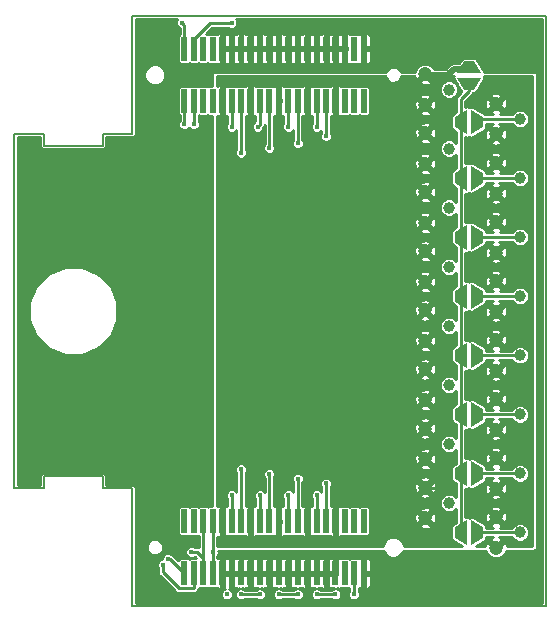
<source format=gbl>
G04 #@! TF.GenerationSoftware,KiCad,Pcbnew,(5.0.1)*
G04 #@! TF.CreationDate,2018-11-27T11:11:20+09:00*
G04 #@! TF.ProjectId,cable_breakout,6361626C655F627265616B6F75742E6B,rev?*
G04 #@! TF.SameCoordinates,Original*
G04 #@! TF.FileFunction,Copper,L2,Bot,Signal*
G04 #@! TF.FilePolarity,Positive*
%FSLAX46Y46*%
G04 Gerber Fmt 4.6, Leading zero omitted, Abs format (unit mm)*
G04 Created by KiCad (PCBNEW (5.0.1)) date Tue Nov 27 11:11:20 2018*
%MOMM*%
%LPD*%
G01*
G04 APERTURE LIST*
G04 #@! TA.AperFunction,NonConductor*
%ADD10C,0.150000*%
G04 #@! TD*
G04 #@! TA.AperFunction,SMDPad,CuDef*
%ADD11R,0.500000X2.000000*%
G04 #@! TD*
G04 #@! TA.AperFunction,ComponentPad*
%ADD12C,1.200000*%
G04 #@! TD*
G04 #@! TA.AperFunction,ComponentPad*
%ADD13C,1.000000*%
G04 #@! TD*
G04 #@! TA.AperFunction,SMDPad,CuDef*
%ADD14C,1.000000*%
G04 #@! TD*
G04 #@! TA.AperFunction,Conductor*
%ADD15C,0.100000*%
G04 #@! TD*
G04 #@! TA.AperFunction,ViaPad*
%ADD16C,0.450000*%
G04 #@! TD*
G04 #@! TA.AperFunction,Conductor*
%ADD17C,0.254000*%
G04 #@! TD*
G04 #@! TA.AperFunction,Conductor*
%ADD18C,0.508000*%
G04 #@! TD*
G04 APERTURE END LIST*
D10*
X117500000Y-130000000D02*
X120000000Y-130000000D01*
X117500000Y-129000000D02*
X117500000Y-130000000D01*
X112500000Y-129000000D02*
X117500000Y-129000000D01*
X112500000Y-130000000D02*
X112500000Y-129000000D01*
X110000000Y-130000000D02*
X112500000Y-130000000D01*
X117500000Y-100000000D02*
X120000000Y-100000000D01*
X117500000Y-101000000D02*
X117500000Y-100000000D01*
X112500000Y-101000000D02*
X117500000Y-101000000D01*
X112500000Y-100000000D02*
X112500000Y-101000000D01*
X110000000Y-100000000D02*
X112500000Y-100000000D01*
X120000000Y-130000000D02*
X120000000Y-140000000D01*
X120000000Y-90000000D02*
X120000000Y-100000000D01*
X155000000Y-140000000D02*
X155000000Y-90000000D01*
X120000000Y-140000000D02*
X155000000Y-140000000D01*
X155000000Y-90000000D02*
X120000000Y-90000000D01*
X110000000Y-130000000D02*
X110000000Y-100000000D01*
D11*
G04 #@! TO.P,J1,1*
G04 #@! TO.N,Net-(J1-Pad1)*
X124400000Y-137200000D03*
G04 #@! TO.P,J1,2*
G04 #@! TO.N,Net-(J1-Pad2)*
X124405982Y-132800000D03*
G04 #@! TO.P,J1,3*
G04 #@! TO.N,Net-(J1-Pad3)*
X125200000Y-137200000D03*
G04 #@! TO.P,J1,4*
G04 #@! TO.N,Net-(J1-Pad4)*
X125200000Y-132800000D03*
G04 #@! TO.P,J1,5*
G04 #@! TO.N,VDD*
X126000000Y-137200000D03*
G04 #@! TO.P,J1,6*
X126005982Y-132800000D03*
G04 #@! TO.P,J1,7*
G04 #@! TO.N,GNDD*
X126800000Y-137200000D03*
G04 #@! TO.P,J1,8*
X126800000Y-132800000D03*
G04 #@! TO.P,J1,9*
G04 #@! TO.N,VSSA*
X127600000Y-137200000D03*
G04 #@! TO.P,J1,10*
G04 #@! TO.N,/BIAS*
X127605982Y-132800000D03*
G04 #@! TO.P,J1,11*
G04 #@! TO.N,VSSA*
X128400000Y-137200000D03*
G04 #@! TO.P,J1,12*
G04 #@! TO.N,/4N*
X128400000Y-132800000D03*
G04 #@! TO.P,J1,13*
G04 #@! TO.N,VSSA*
X129200000Y-137200000D03*
G04 #@! TO.P,J1,14*
G04 #@! TO.N,/4P*
X129200000Y-132800000D03*
G04 #@! TO.P,J1,15*
G04 #@! TO.N,VSSA*
X130000000Y-137200000D03*
G04 #@! TO.P,J1,16*
G04 #@! TO.N,/BIAS*
X130000000Y-132800000D03*
G04 #@! TO.P,J1,17*
G04 #@! TO.N,VSSA*
X130800000Y-137200000D03*
G04 #@! TO.P,J1,18*
G04 #@! TO.N,/3N*
X130800000Y-132800000D03*
G04 #@! TO.P,J1,19*
G04 #@! TO.N,VSSA*
X131600000Y-137200000D03*
G04 #@! TO.P,J1,20*
G04 #@! TO.N,/3P*
X131600000Y-132800000D03*
G04 #@! TO.P,J1,21*
G04 #@! TO.N,VSSA*
X132400000Y-137200000D03*
G04 #@! TO.P,J1,22*
G04 #@! TO.N,/BIAS*
X132400000Y-132800000D03*
G04 #@! TO.P,J1,23*
G04 #@! TO.N,VSSA*
X133200000Y-137200000D03*
G04 #@! TO.P,J1,24*
G04 #@! TO.N,/2N*
X133200000Y-132800000D03*
G04 #@! TO.P,J1,25*
G04 #@! TO.N,VSSA*
X134000000Y-137200000D03*
G04 #@! TO.P,J1,26*
G04 #@! TO.N,/2P*
X134000000Y-132800000D03*
G04 #@! TO.P,J1,27*
G04 #@! TO.N,VSSA*
X134800000Y-137200000D03*
G04 #@! TO.P,J1,28*
G04 #@! TO.N,/BIAS*
X134800000Y-132800000D03*
G04 #@! TO.P,J1,29*
G04 #@! TO.N,VSSA*
X135600000Y-137200000D03*
G04 #@! TO.P,J1,30*
G04 #@! TO.N,/1N*
X135600000Y-132800000D03*
G04 #@! TO.P,J1,31*
G04 #@! TO.N,VSSA*
X136400000Y-137200000D03*
G04 #@! TO.P,J1,32*
G04 #@! TO.N,/1P*
X136400000Y-132800000D03*
G04 #@! TO.P,J1,33*
G04 #@! TO.N,VSSA*
X137200000Y-137200000D03*
G04 #@! TO.P,J1,34*
G04 #@! TO.N,/BIAS*
X137200000Y-132800000D03*
G04 #@! TO.P,J1,35*
G04 #@! TO.N,Net-(J1-Pad35)*
X138000000Y-137200000D03*
G04 #@! TO.P,J1,36*
G04 #@! TO.N,Net-(J1-Pad36)*
X138000000Y-132800000D03*
G04 #@! TO.P,J1,37*
G04 #@! TO.N,Net-(J1-Pad37)*
X138800000Y-137200000D03*
G04 #@! TO.P,J1,38*
G04 #@! TO.N,Net-(J1-Pad38)*
X138800000Y-132800000D03*
G04 #@! TO.P,J1,39*
G04 #@! TO.N,VSSA*
X139600000Y-137200000D03*
G04 #@! TO.P,J1,40*
G04 #@! TO.N,Net-(J1-Pad40)*
X139600000Y-132800000D03*
G04 #@! TD*
D12*
G04 #@! TO.P,J2,2*
G04 #@! TO.N,/BIAS*
X144800000Y-94950000D03*
X144800000Y-97550000D03*
D13*
G04 #@! TO.P,J2,1*
G04 #@! TO.N,/8P*
X146800000Y-96250000D03*
G04 #@! TD*
D11*
G04 #@! TO.P,J3,1*
G04 #@! TO.N,VSSA*
X139600000Y-92800000D03*
G04 #@! TO.P,J3,2*
G04 #@! TO.N,Net-(J3-Pad2)*
X139594018Y-97200000D03*
G04 #@! TO.P,J3,3*
G04 #@! TO.N,Net-(J3-Pad3)*
X138800000Y-92800000D03*
G04 #@! TO.P,J3,4*
G04 #@! TO.N,Net-(J3-Pad4)*
X138800000Y-97200000D03*
G04 #@! TO.P,J3,5*
G04 #@! TO.N,VSSA*
X138000000Y-92800000D03*
G04 #@! TO.P,J3,6*
G04 #@! TO.N,Net-(J3-Pad6)*
X137994018Y-97200000D03*
G04 #@! TO.P,J3,7*
G04 #@! TO.N,VSSA*
X137200000Y-92800000D03*
G04 #@! TO.P,J3,8*
G04 #@! TO.N,/BIAS*
X137200000Y-97200000D03*
G04 #@! TO.P,J3,9*
G04 #@! TO.N,VSSA*
X136400000Y-92800000D03*
G04 #@! TO.P,J3,10*
G04 #@! TO.N,/8N*
X136394018Y-97200000D03*
G04 #@! TO.P,J3,11*
G04 #@! TO.N,VSSA*
X135600000Y-92800000D03*
G04 #@! TO.P,J3,12*
G04 #@! TO.N,/8P*
X135600000Y-97200000D03*
G04 #@! TO.P,J3,13*
G04 #@! TO.N,VSSA*
X134800000Y-92800000D03*
G04 #@! TO.P,J3,14*
G04 #@! TO.N,/BIAS*
X134800000Y-97200000D03*
G04 #@! TO.P,J3,15*
G04 #@! TO.N,VSSA*
X134000000Y-92800000D03*
G04 #@! TO.P,J3,16*
G04 #@! TO.N,/7N*
X134000000Y-97200000D03*
G04 #@! TO.P,J3,17*
G04 #@! TO.N,VSSA*
X133200000Y-92800000D03*
G04 #@! TO.P,J3,18*
G04 #@! TO.N,/7P*
X133200000Y-97200000D03*
G04 #@! TO.P,J3,19*
G04 #@! TO.N,VSSA*
X132400000Y-92800000D03*
G04 #@! TO.P,J3,20*
G04 #@! TO.N,/BIAS*
X132400000Y-97200000D03*
G04 #@! TO.P,J3,21*
G04 #@! TO.N,VSSA*
X131600000Y-92800000D03*
G04 #@! TO.P,J3,22*
G04 #@! TO.N,/6N*
X131600000Y-97200000D03*
G04 #@! TO.P,J3,23*
G04 #@! TO.N,VSSA*
X130800000Y-92800000D03*
G04 #@! TO.P,J3,24*
G04 #@! TO.N,/6P*
X130800000Y-97200000D03*
G04 #@! TO.P,J3,25*
G04 #@! TO.N,VSSA*
X130000000Y-92800000D03*
G04 #@! TO.P,J3,26*
G04 #@! TO.N,/BIAS*
X130000000Y-97200000D03*
G04 #@! TO.P,J3,27*
G04 #@! TO.N,VSSA*
X129200000Y-92800000D03*
G04 #@! TO.P,J3,28*
G04 #@! TO.N,/5N*
X129200000Y-97200000D03*
G04 #@! TO.P,J3,29*
G04 #@! TO.N,VSSA*
X128400000Y-92800000D03*
G04 #@! TO.P,J3,30*
G04 #@! TO.N,/5P*
X128400000Y-97200000D03*
G04 #@! TO.P,J3,31*
G04 #@! TO.N,VSSA*
X127600000Y-92800000D03*
G04 #@! TO.P,J3,32*
G04 #@! TO.N,/BIAS*
X127600000Y-97200000D03*
G04 #@! TO.P,J3,33*
G04 #@! TO.N,Net-(J3-Pad33)*
X126800000Y-92800000D03*
G04 #@! TO.P,J3,34*
G04 #@! TO.N,Net-(J3-Pad34)*
X126800000Y-97200000D03*
G04 #@! TO.P,J3,35*
G04 #@! TO.N,Net-(J3-Pad35)*
X126000000Y-92800000D03*
G04 #@! TO.P,J3,36*
G04 #@! TO.N,Net-(J3-Pad36)*
X126000000Y-97200000D03*
G04 #@! TO.P,J3,37*
G04 #@! TO.N,Net-(J3-Pad37)*
X125200000Y-92800000D03*
G04 #@! TO.P,J3,38*
G04 #@! TO.N,/SCL_PT*
X125200000Y-97200000D03*
G04 #@! TO.P,J3,39*
G04 #@! TO.N,Net-(J3-Pad39)*
X124400000Y-92800000D03*
G04 #@! TO.P,J3,40*
G04 #@! TO.N,/SDA_PT*
X124400000Y-97200000D03*
G04 #@! TD*
D12*
G04 #@! TO.P,J4,2*
G04 #@! TO.N,/BIAS*
X150800000Y-97450000D03*
X150800000Y-100050000D03*
D13*
G04 #@! TO.P,J4,1*
G04 #@! TO.N,/8N*
X152800000Y-98750000D03*
G04 #@! TD*
D12*
G04 #@! TO.P,J5,2*
G04 #@! TO.N,/BIAS*
X144800000Y-99950000D03*
X144800000Y-102550000D03*
D13*
G04 #@! TO.P,J5,1*
G04 #@! TO.N,/7P*
X146800000Y-101250000D03*
G04 #@! TD*
D12*
G04 #@! TO.P,J6,2*
G04 #@! TO.N,/BIAS*
X150800000Y-102450000D03*
X150800000Y-105050000D03*
D13*
G04 #@! TO.P,J6,1*
G04 #@! TO.N,/7N*
X152800000Y-103750000D03*
G04 #@! TD*
D12*
G04 #@! TO.P,J7,2*
G04 #@! TO.N,/BIAS*
X144800000Y-104950000D03*
X144800000Y-107550000D03*
D13*
G04 #@! TO.P,J7,1*
G04 #@! TO.N,/6P*
X146800000Y-106250000D03*
G04 #@! TD*
D12*
G04 #@! TO.P,J8,2*
G04 #@! TO.N,/BIAS*
X150800000Y-107450000D03*
X150800000Y-110050000D03*
D13*
G04 #@! TO.P,J8,1*
G04 #@! TO.N,/6N*
X152800000Y-108750000D03*
G04 #@! TD*
D12*
G04 #@! TO.P,J9,2*
G04 #@! TO.N,/BIAS*
X144800000Y-109950000D03*
X144800000Y-112550000D03*
D13*
G04 #@! TO.P,J9,1*
G04 #@! TO.N,/5P*
X146800000Y-111250000D03*
G04 #@! TD*
D12*
G04 #@! TO.P,J10,2*
G04 #@! TO.N,/BIAS*
X150800000Y-112450000D03*
X150800000Y-115050000D03*
D13*
G04 #@! TO.P,J10,1*
G04 #@! TO.N,/5N*
X152800000Y-113750000D03*
G04 #@! TD*
D12*
G04 #@! TO.P,J11,2*
G04 #@! TO.N,/BIAS*
X144800000Y-114950000D03*
X144800000Y-117550000D03*
D13*
G04 #@! TO.P,J11,1*
G04 #@! TO.N,/4P*
X146800000Y-116250000D03*
G04 #@! TD*
D12*
G04 #@! TO.P,J12,2*
G04 #@! TO.N,/BIAS*
X150800000Y-117450000D03*
X150800000Y-120050000D03*
D13*
G04 #@! TO.P,J12,1*
G04 #@! TO.N,/4N*
X152800000Y-118750000D03*
G04 #@! TD*
D12*
G04 #@! TO.P,J13,2*
G04 #@! TO.N,/BIAS*
X144800000Y-119950000D03*
X144800000Y-122550000D03*
D13*
G04 #@! TO.P,J13,1*
G04 #@! TO.N,/3P*
X146800000Y-121250000D03*
G04 #@! TD*
D12*
G04 #@! TO.P,J14,2*
G04 #@! TO.N,/BIAS*
X150800000Y-122450000D03*
X150800000Y-125050000D03*
D13*
G04 #@! TO.P,J14,1*
G04 #@! TO.N,/3N*
X152800000Y-123750000D03*
G04 #@! TD*
D12*
G04 #@! TO.P,J15,2*
G04 #@! TO.N,/BIAS*
X144800000Y-124950000D03*
X144800000Y-127550000D03*
D13*
G04 #@! TO.P,J15,1*
G04 #@! TO.N,/2P*
X146800000Y-126250000D03*
G04 #@! TD*
D12*
G04 #@! TO.P,J16,2*
G04 #@! TO.N,/BIAS*
X150800000Y-127450000D03*
X150800000Y-130050000D03*
D13*
G04 #@! TO.P,J16,1*
G04 #@! TO.N,/2N*
X152800000Y-128750000D03*
G04 #@! TD*
D12*
G04 #@! TO.P,J17,2*
G04 #@! TO.N,/BIAS*
X144800000Y-129950000D03*
X144800000Y-132550000D03*
D13*
G04 #@! TO.P,J17,1*
G04 #@! TO.N,/1P*
X146800000Y-131250000D03*
G04 #@! TD*
D12*
G04 #@! TO.P,J18,2*
G04 #@! TO.N,/BIAS*
X150800000Y-132450000D03*
X150800000Y-135050000D03*
D13*
G04 #@! TO.P,J18,1*
G04 #@! TO.N,/1N*
X152800000Y-133750000D03*
G04 #@! TD*
D14*
G04 #@! TO.P,JP1,1*
G04 #@! TO.N,/8N*
X149200000Y-99000000D03*
D15*
G04 #@! TD*
G04 #@! TO.N,/8N*
G04 #@! TO.C,JP1*
G36*
X149700000Y-99450000D02*
X148700000Y-100050000D01*
X148700000Y-97950000D01*
X149700000Y-98550000D01*
X149700000Y-99450000D01*
X149700000Y-99450000D01*
G37*
D14*
G04 #@! TO.P,JP1,2*
G04 #@! TO.N,/NCOM*
X147800000Y-99000000D03*
D15*
G04 #@! TD*
G04 #@! TO.N,/NCOM*
G04 #@! TO.C,JP1*
G36*
X147300000Y-98550000D02*
X148300000Y-97950000D01*
X148300000Y-100050000D01*
X147300000Y-99450000D01*
X147300000Y-98550000D01*
X147300000Y-98550000D01*
G37*
D14*
G04 #@! TO.P,JP2,1*
G04 #@! TO.N,/7N*
X149200000Y-103750000D03*
D15*
G04 #@! TD*
G04 #@! TO.N,/7N*
G04 #@! TO.C,JP2*
G36*
X149700000Y-104200000D02*
X148700000Y-104800000D01*
X148700000Y-102700000D01*
X149700000Y-103300000D01*
X149700000Y-104200000D01*
X149700000Y-104200000D01*
G37*
D14*
G04 #@! TO.P,JP2,2*
G04 #@! TO.N,/NCOM*
X147800000Y-103750000D03*
D15*
G04 #@! TD*
G04 #@! TO.N,/NCOM*
G04 #@! TO.C,JP2*
G36*
X147300000Y-103300000D02*
X148300000Y-102700000D01*
X148300000Y-104800000D01*
X147300000Y-104200000D01*
X147300000Y-103300000D01*
X147300000Y-103300000D01*
G37*
D14*
G04 #@! TO.P,JP3,1*
G04 #@! TO.N,/6N*
X149200000Y-108750000D03*
D15*
G04 #@! TD*
G04 #@! TO.N,/6N*
G04 #@! TO.C,JP3*
G36*
X149700000Y-109200000D02*
X148700000Y-109800000D01*
X148700000Y-107700000D01*
X149700000Y-108300000D01*
X149700000Y-109200000D01*
X149700000Y-109200000D01*
G37*
D14*
G04 #@! TO.P,JP3,2*
G04 #@! TO.N,/NCOM*
X147800000Y-108750000D03*
D15*
G04 #@! TD*
G04 #@! TO.N,/NCOM*
G04 #@! TO.C,JP3*
G36*
X147300000Y-108300000D02*
X148300000Y-107700000D01*
X148300000Y-109800000D01*
X147300000Y-109200000D01*
X147300000Y-108300000D01*
X147300000Y-108300000D01*
G37*
D14*
G04 #@! TO.P,JP4,1*
G04 #@! TO.N,/5N*
X149200000Y-113750000D03*
D15*
G04 #@! TD*
G04 #@! TO.N,/5N*
G04 #@! TO.C,JP4*
G36*
X149700000Y-114200000D02*
X148700000Y-114800000D01*
X148700000Y-112700000D01*
X149700000Y-113300000D01*
X149700000Y-114200000D01*
X149700000Y-114200000D01*
G37*
D14*
G04 #@! TO.P,JP4,2*
G04 #@! TO.N,/NCOM*
X147800000Y-113750000D03*
D15*
G04 #@! TD*
G04 #@! TO.N,/NCOM*
G04 #@! TO.C,JP4*
G36*
X147300000Y-113300000D02*
X148300000Y-112700000D01*
X148300000Y-114800000D01*
X147300000Y-114200000D01*
X147300000Y-113300000D01*
X147300000Y-113300000D01*
G37*
D14*
G04 #@! TO.P,JP5,1*
G04 #@! TO.N,/NCOM*
X148500000Y-95750000D03*
D15*
G04 #@! TD*
G04 #@! TO.N,/NCOM*
G04 #@! TO.C,JP5*
G36*
X148050000Y-96250000D02*
X147450000Y-95250000D01*
X149550000Y-95250000D01*
X148950000Y-96250000D01*
X148050000Y-96250000D01*
X148050000Y-96250000D01*
G37*
D14*
G04 #@! TO.P,JP5,2*
G04 #@! TO.N,/BIAS*
X148500000Y-94350000D03*
D15*
G04 #@! TD*
G04 #@! TO.N,/BIAS*
G04 #@! TO.C,JP5*
G36*
X148950000Y-93850000D02*
X149550000Y-94850000D01*
X147450000Y-94850000D01*
X148050000Y-93850000D01*
X148950000Y-93850000D01*
X148950000Y-93850000D01*
G37*
D14*
G04 #@! TO.P,JP6,1*
G04 #@! TO.N,/1N*
X149200000Y-133750000D03*
D15*
G04 #@! TD*
G04 #@! TO.N,/1N*
G04 #@! TO.C,JP6*
G36*
X149700000Y-134200000D02*
X148700000Y-134800000D01*
X148700000Y-132700000D01*
X149700000Y-133300000D01*
X149700000Y-134200000D01*
X149700000Y-134200000D01*
G37*
D14*
G04 #@! TO.P,JP6,2*
G04 #@! TO.N,/NCOM*
X147800000Y-133750000D03*
D15*
G04 #@! TD*
G04 #@! TO.N,/NCOM*
G04 #@! TO.C,JP6*
G36*
X147300000Y-133300000D02*
X148300000Y-132700000D01*
X148300000Y-134800000D01*
X147300000Y-134200000D01*
X147300000Y-133300000D01*
X147300000Y-133300000D01*
G37*
D14*
G04 #@! TO.P,JP7,1*
G04 #@! TO.N,/2N*
X149200000Y-128750000D03*
D15*
G04 #@! TD*
G04 #@! TO.N,/2N*
G04 #@! TO.C,JP7*
G36*
X149700000Y-129200000D02*
X148700000Y-129800000D01*
X148700000Y-127700000D01*
X149700000Y-128300000D01*
X149700000Y-129200000D01*
X149700000Y-129200000D01*
G37*
D14*
G04 #@! TO.P,JP7,2*
G04 #@! TO.N,/NCOM*
X147800000Y-128750000D03*
D15*
G04 #@! TD*
G04 #@! TO.N,/NCOM*
G04 #@! TO.C,JP7*
G36*
X147300000Y-128300000D02*
X148300000Y-127700000D01*
X148300000Y-129800000D01*
X147300000Y-129200000D01*
X147300000Y-128300000D01*
X147300000Y-128300000D01*
G37*
D14*
G04 #@! TO.P,JP8,1*
G04 #@! TO.N,/3N*
X149200000Y-123750000D03*
D15*
G04 #@! TD*
G04 #@! TO.N,/3N*
G04 #@! TO.C,JP8*
G36*
X149700000Y-124200000D02*
X148700000Y-124800000D01*
X148700000Y-122700000D01*
X149700000Y-123300000D01*
X149700000Y-124200000D01*
X149700000Y-124200000D01*
G37*
D14*
G04 #@! TO.P,JP8,2*
G04 #@! TO.N,/NCOM*
X147800000Y-123750000D03*
D15*
G04 #@! TD*
G04 #@! TO.N,/NCOM*
G04 #@! TO.C,JP8*
G36*
X147300000Y-123300000D02*
X148300000Y-122700000D01*
X148300000Y-124800000D01*
X147300000Y-124200000D01*
X147300000Y-123300000D01*
X147300000Y-123300000D01*
G37*
D14*
G04 #@! TO.P,JP9,1*
G04 #@! TO.N,/4N*
X149200000Y-118750000D03*
D15*
G04 #@! TD*
G04 #@! TO.N,/4N*
G04 #@! TO.C,JP9*
G36*
X149700000Y-119200000D02*
X148700000Y-119800000D01*
X148700000Y-117700000D01*
X149700000Y-118300000D01*
X149700000Y-119200000D01*
X149700000Y-119200000D01*
G37*
D14*
G04 #@! TO.P,JP9,2*
G04 #@! TO.N,/NCOM*
X147800000Y-118750000D03*
D15*
G04 #@! TD*
G04 #@! TO.N,/NCOM*
G04 #@! TO.C,JP9*
G36*
X147300000Y-118300000D02*
X148300000Y-117700000D01*
X148300000Y-119800000D01*
X147300000Y-119200000D01*
X147300000Y-118300000D01*
X147300000Y-118300000D01*
G37*
D16*
G04 #@! TO.N,*
X128000000Y-139000000D03*
X129200000Y-139000000D03*
X130800000Y-139000000D03*
X132400000Y-139000004D03*
X134000000Y-139000000D03*
X135600000Y-139000000D03*
X137200000Y-139000000D03*
G04 #@! TO.N,VSSA*
X139600000Y-139000000D03*
X139600000Y-91200000D03*
X137200000Y-91200000D03*
X135600000Y-91200000D03*
X134000000Y-91200000D03*
X132400000Y-91200000D03*
X130800000Y-91200000D03*
X129200000Y-91200000D03*
G04 #@! TO.N,GNDD*
X126800000Y-135400004D03*
G04 #@! TO.N,VDD*
X125000000Y-135399994D03*
G04 #@! TO.N,Net-(J1-Pad1)*
X123000000Y-136000000D03*
G04 #@! TO.N,/SDA_PT*
X124400000Y-99200000D03*
G04 #@! TO.N,Net-(J1-Pad3)*
X122575735Y-136502000D03*
G04 #@! TO.N,/SCL_PT*
X125200000Y-99200000D03*
G04 #@! TO.N,Net-(J3-Pad37)*
X128400000Y-90600000D03*
G04 #@! TO.N,Net-(J3-Pad39)*
X124200000Y-90600000D03*
G04 #@! TO.N,/4N*
X128400000Y-130600006D03*
G04 #@! TO.N,/4P*
X129200000Y-128400000D03*
G04 #@! TO.N,/3N*
X130800000Y-130600000D03*
G04 #@! TO.N,/3P*
X131600000Y-128800000D03*
G04 #@! TO.N,/2N*
X133200000Y-130600000D03*
G04 #@! TO.N,/2P*
X134000000Y-129200000D03*
G04 #@! TO.N,/1N*
X135600000Y-130600000D03*
G04 #@! TO.N,/1P*
X136399998Y-129600000D03*
G04 #@! TO.N,/8N*
X136400000Y-100200000D03*
G04 #@! TO.N,/8P*
X135600000Y-99400000D03*
G04 #@! TO.N,/7N*
X134000000Y-100800000D03*
G04 #@! TO.N,/7P*
X133200000Y-99400000D03*
G04 #@! TO.N,/6N*
X131600000Y-101200000D03*
G04 #@! TO.N,/6P*
X130600000Y-99400000D03*
G04 #@! TO.N,/5N*
X129200000Y-101600000D03*
G04 #@! TO.N,/5P*
X128400000Y-99400000D03*
G04 #@! TO.N,Net-(J1-Pad37)*
X138750000Y-139000000D03*
G04 #@! TD*
D17*
G04 #@! TO.N,*
X130800000Y-139000000D02*
X129200000Y-139000000D01*
X132400004Y-139000000D02*
X132400000Y-139000004D01*
X134000000Y-139000000D02*
X132400004Y-139000000D01*
X137200000Y-139000000D02*
X135600000Y-139000000D01*
G04 #@! TO.N,VSSA*
X139600000Y-137200000D02*
X139600000Y-139000000D01*
X137200000Y-91200000D02*
X139600000Y-91200000D01*
X134000000Y-91200000D02*
X135600000Y-91200000D01*
X130800000Y-91200000D02*
X132400000Y-91200000D01*
X129200000Y-92800000D02*
X129200000Y-91200000D01*
G04 #@! TO.N,GNDD*
X126800000Y-132800000D02*
X126800000Y-134054000D01*
X126800000Y-134054000D02*
X126800000Y-135400004D01*
X126800000Y-137200000D02*
X126800000Y-135400004D01*
G04 #@! TO.N,VDD*
X126000000Y-137200000D02*
X126000000Y-136000000D01*
X126000000Y-136000000D02*
X126000000Y-135946000D01*
X126005982Y-132800000D02*
X126005982Y-135994018D01*
X126005982Y-135994018D02*
X126000000Y-136000000D01*
X125318198Y-135399994D02*
X125000000Y-135399994D01*
X125453994Y-135399994D02*
X125318198Y-135399994D01*
X126000000Y-135946000D02*
X125453994Y-135399994D01*
D18*
G04 #@! TO.N,/BIAS*
X148500000Y-94350000D02*
X148350000Y-94500000D01*
X148350000Y-94500000D02*
X147250000Y-94500000D01*
X147250000Y-94500000D02*
X146750000Y-95000000D01*
X146750000Y-95000000D02*
X144850000Y-95000000D01*
X144850000Y-95000000D02*
X144800000Y-94950000D01*
D17*
X145800000Y-129950000D02*
X146000000Y-129750000D01*
X144800000Y-129950000D02*
X145800000Y-129950000D01*
G04 #@! TO.N,Net-(J1-Pad1)*
X123000000Y-136000000D02*
X123200000Y-136000000D01*
X123200000Y-136000000D02*
X124400000Y-137200000D01*
G04 #@! TO.N,/SDA_PT*
X124400000Y-97200000D02*
X124400000Y-99200000D01*
G04 #@! TO.N,Net-(J1-Pad3)*
X122575735Y-136502000D02*
X122575735Y-137124337D01*
X123928399Y-138477001D02*
X125176999Y-138477001D01*
X122575735Y-137124337D02*
X123928399Y-138477001D01*
X125176999Y-138477001D02*
X125200000Y-138454000D01*
X125200000Y-138454000D02*
X125200000Y-137200000D01*
G04 #@! TO.N,/SCL_PT*
X125200000Y-99200000D02*
X125200000Y-97200000D01*
G04 #@! TO.N,Net-(J3-Pad37)*
X128400000Y-90600000D02*
X126561198Y-90600000D01*
X126561198Y-90600000D02*
X125200000Y-91961198D01*
X125200000Y-91961198D02*
X125200000Y-93314002D01*
G04 #@! TO.N,Net-(J3-Pad39)*
X124200000Y-90600000D02*
X124400000Y-90800000D01*
X124400000Y-90800000D02*
X124400000Y-92800000D01*
G04 #@! TO.N,/4N*
X152800000Y-118750000D02*
X149200000Y-118750000D01*
X128400000Y-132800000D02*
X128400000Y-130600006D01*
G04 #@! TO.N,/4P*
X129200000Y-132800000D02*
X129200000Y-128400000D01*
G04 #@! TO.N,/3N*
X152800000Y-123750000D02*
X149200000Y-123750000D01*
X130800000Y-132800000D02*
X130800000Y-130600000D01*
G04 #@! TO.N,/3P*
X131600000Y-132800000D02*
X131600000Y-128800000D01*
G04 #@! TO.N,/2N*
X152800000Y-128750000D02*
X149200000Y-128750000D01*
X133200000Y-132800000D02*
X133200000Y-130600000D01*
G04 #@! TO.N,/2P*
X134000000Y-132800000D02*
X134000000Y-129200000D01*
G04 #@! TO.N,/1N*
X152800000Y-133750000D02*
X150802038Y-133750000D01*
X150802038Y-133750000D02*
X149200000Y-133750000D01*
X135600000Y-132800000D02*
X135600000Y-130600000D01*
G04 #@! TO.N,/1P*
X136400000Y-129600002D02*
X136399998Y-129600000D01*
X136400000Y-132800000D02*
X136400000Y-129600002D01*
G04 #@! TO.N,/8N*
X136394018Y-97200000D02*
X136394018Y-100194018D01*
X136394018Y-100194018D02*
X136400000Y-100200000D01*
X152800000Y-98750000D02*
X149450000Y-98750000D01*
X149450000Y-98750000D02*
X149200000Y-99000000D01*
G04 #@! TO.N,/8P*
X135600000Y-97200000D02*
X135600000Y-99400000D01*
G04 #@! TO.N,/7N*
X134000000Y-98454000D02*
X134000000Y-100200000D01*
X134000000Y-97200000D02*
X134000000Y-100200000D01*
X134000000Y-100200000D02*
X134000000Y-100800000D01*
X152800000Y-103750000D02*
X149200000Y-103750000D01*
G04 #@! TO.N,/7P*
X133200000Y-97200000D02*
X133200000Y-99400000D01*
G04 #@! TO.N,/6N*
X131600000Y-97200000D02*
X131600000Y-101200000D01*
X152800000Y-108750000D02*
X150802038Y-108750000D01*
X150802038Y-108750000D02*
X149200000Y-108750000D01*
G04 #@! TO.N,/6P*
X130800000Y-98600000D02*
X130800000Y-99200000D01*
X130800000Y-99200000D02*
X130600000Y-99400000D01*
X130800000Y-97200000D02*
X130800000Y-98600000D01*
G04 #@! TO.N,/5N*
X129200000Y-97200000D02*
X129200000Y-101600000D01*
X129200000Y-98454000D02*
X129200000Y-101600000D01*
X149200000Y-113750000D02*
X152800000Y-113750000D01*
G04 #@! TO.N,/5P*
X128400000Y-97200000D02*
X128400000Y-99400000D01*
G04 #@! TO.N,/NCOM*
X148500000Y-95750000D02*
X148500000Y-96350000D01*
X148500000Y-96350000D02*
X147800000Y-97050000D01*
X147800000Y-97050000D02*
X147800000Y-98150000D01*
X147800000Y-98150000D02*
X147800000Y-99000000D01*
X147800000Y-128750000D02*
X147800000Y-123750000D01*
X147800000Y-133750000D02*
X147800000Y-128750000D01*
X147800000Y-103750000D02*
X147800000Y-99000000D01*
X147800000Y-108750000D02*
X147800000Y-103750000D01*
X147800000Y-113750000D02*
X147800000Y-108750000D01*
X147800000Y-118750000D02*
X147800000Y-113750000D01*
X147800000Y-123750000D02*
X147800000Y-118750000D01*
X147800000Y-99000000D02*
X147800000Y-102750000D01*
X147800000Y-102750000D02*
X147800000Y-133750000D01*
X147800000Y-103750000D02*
X147800000Y-102750000D01*
G04 #@! TO.N,Net-(J1-Pad37)*
X138750000Y-137472999D02*
X138800000Y-137422999D01*
X138800000Y-137422999D02*
X138800000Y-137200000D01*
X138750000Y-139000000D02*
X138750000Y-137472999D01*
G04 #@! TD*
G04 #@! TO.N,/BIAS*
G36*
X141423000Y-95134664D02*
X141526067Y-95383490D01*
X141716510Y-95573933D01*
X141965336Y-95677000D01*
X142234664Y-95677000D01*
X142315091Y-95643686D01*
X144285919Y-95643686D01*
X144352231Y-95782366D01*
X144704848Y-95890359D01*
X145071951Y-95855192D01*
X145247769Y-95782366D01*
X145314081Y-95643686D01*
X144800000Y-95129605D01*
X144285919Y-95643686D01*
X142315091Y-95643686D01*
X142483490Y-95573933D01*
X142673933Y-95383490D01*
X142777000Y-95134664D01*
X142777000Y-95127000D01*
X143885712Y-95127000D01*
X143894808Y-95221951D01*
X143967634Y-95397769D01*
X144106314Y-95464081D01*
X144443395Y-95127000D01*
X145156605Y-95127000D01*
X145493686Y-95464081D01*
X145632366Y-95397769D01*
X145715292Y-95127000D01*
X147201753Y-95127000D01*
X147176007Y-95181502D01*
X147170650Y-95291569D01*
X147207822Y-95395307D01*
X147453329Y-95804485D01*
X147240135Y-95591291D01*
X146954555Y-95473000D01*
X146645445Y-95473000D01*
X146359865Y-95591291D01*
X146141291Y-95809865D01*
X146023000Y-96095445D01*
X146023000Y-96404555D01*
X146141291Y-96690135D01*
X146359865Y-96908709D01*
X146645445Y-97027000D01*
X146954555Y-97027000D01*
X147240135Y-96908709D01*
X147458709Y-96690135D01*
X147577000Y-96404555D01*
X147577000Y-96095445D01*
X147463507Y-95821449D01*
X147807822Y-96395307D01*
X147840938Y-96437721D01*
X147542465Y-96736194D01*
X147508733Y-96758733D01*
X147419441Y-96892368D01*
X147396000Y-97010214D01*
X147396000Y-97010217D01*
X147388087Y-97050000D01*
X147396000Y-97089783D01*
X147396001Y-98110209D01*
X147396000Y-98110214D01*
X147396000Y-98163038D01*
X147154693Y-98307822D01*
X147100295Y-98350295D01*
X147039072Y-98441920D01*
X147017574Y-98550000D01*
X147017574Y-99450000D01*
X147026007Y-99518498D01*
X147073076Y-99618137D01*
X147154693Y-99692178D01*
X147396000Y-99836962D01*
X147396000Y-100747156D01*
X147240135Y-100591291D01*
X146954555Y-100473000D01*
X146645445Y-100473000D01*
X146359865Y-100591291D01*
X146141291Y-100809865D01*
X146023000Y-101095445D01*
X146023000Y-101404555D01*
X146141291Y-101690135D01*
X146359865Y-101908709D01*
X146645445Y-102027000D01*
X146954555Y-102027000D01*
X147240135Y-101908709D01*
X147396000Y-101752844D01*
X147396000Y-102913038D01*
X147154693Y-103057822D01*
X147100295Y-103100295D01*
X147039072Y-103191920D01*
X147017574Y-103300000D01*
X147017574Y-104200000D01*
X147026007Y-104268498D01*
X147073076Y-104368137D01*
X147154693Y-104442178D01*
X147396000Y-104586962D01*
X147396000Y-105747156D01*
X147240135Y-105591291D01*
X146954555Y-105473000D01*
X146645445Y-105473000D01*
X146359865Y-105591291D01*
X146141291Y-105809865D01*
X146023000Y-106095445D01*
X146023000Y-106404555D01*
X146141291Y-106690135D01*
X146359865Y-106908709D01*
X146645445Y-107027000D01*
X146954555Y-107027000D01*
X147240135Y-106908709D01*
X147396000Y-106752844D01*
X147396000Y-107913038D01*
X147154693Y-108057822D01*
X147100295Y-108100295D01*
X147039072Y-108191920D01*
X147017574Y-108300000D01*
X147017574Y-109200000D01*
X147026007Y-109268498D01*
X147073076Y-109368137D01*
X147154693Y-109442178D01*
X147396000Y-109586962D01*
X147396000Y-110747156D01*
X147240135Y-110591291D01*
X146954555Y-110473000D01*
X146645445Y-110473000D01*
X146359865Y-110591291D01*
X146141291Y-110809865D01*
X146023000Y-111095445D01*
X146023000Y-111404555D01*
X146141291Y-111690135D01*
X146359865Y-111908709D01*
X146645445Y-112027000D01*
X146954555Y-112027000D01*
X147240135Y-111908709D01*
X147396000Y-111752844D01*
X147396000Y-112913038D01*
X147154693Y-113057822D01*
X147100295Y-113100295D01*
X147039072Y-113191920D01*
X147017574Y-113300000D01*
X147017574Y-114200000D01*
X147026007Y-114268498D01*
X147073076Y-114368137D01*
X147154693Y-114442178D01*
X147396000Y-114586962D01*
X147396000Y-115747156D01*
X147240135Y-115591291D01*
X146954555Y-115473000D01*
X146645445Y-115473000D01*
X146359865Y-115591291D01*
X146141291Y-115809865D01*
X146023000Y-116095445D01*
X146023000Y-116404555D01*
X146141291Y-116690135D01*
X146359865Y-116908709D01*
X146645445Y-117027000D01*
X146954555Y-117027000D01*
X147240135Y-116908709D01*
X147396000Y-116752844D01*
X147396000Y-117913038D01*
X147154693Y-118057822D01*
X147100295Y-118100295D01*
X147039072Y-118191920D01*
X147017574Y-118300000D01*
X147017574Y-119200000D01*
X147026007Y-119268498D01*
X147073076Y-119368137D01*
X147154693Y-119442178D01*
X147396001Y-119586963D01*
X147396001Y-120747157D01*
X147240135Y-120591291D01*
X146954555Y-120473000D01*
X146645445Y-120473000D01*
X146359865Y-120591291D01*
X146141291Y-120809865D01*
X146023000Y-121095445D01*
X146023000Y-121404555D01*
X146141291Y-121690135D01*
X146359865Y-121908709D01*
X146645445Y-122027000D01*
X146954555Y-122027000D01*
X147240135Y-121908709D01*
X147396000Y-121752844D01*
X147396000Y-122913038D01*
X147154693Y-123057822D01*
X147100295Y-123100295D01*
X147039072Y-123191920D01*
X147017574Y-123300000D01*
X147017574Y-124200000D01*
X147026007Y-124268498D01*
X147073076Y-124368137D01*
X147154693Y-124442178D01*
X147396001Y-124586963D01*
X147396001Y-125747157D01*
X147240135Y-125591291D01*
X146954555Y-125473000D01*
X146645445Y-125473000D01*
X146359865Y-125591291D01*
X146141291Y-125809865D01*
X146023000Y-126095445D01*
X146023000Y-126404555D01*
X146141291Y-126690135D01*
X146359865Y-126908709D01*
X146645445Y-127027000D01*
X146954555Y-127027000D01*
X147240135Y-126908709D01*
X147396000Y-126752844D01*
X147396000Y-127913038D01*
X147154693Y-128057822D01*
X147100295Y-128100295D01*
X147039072Y-128191920D01*
X147017574Y-128300000D01*
X147017574Y-129200000D01*
X147026007Y-129268498D01*
X147073076Y-129368137D01*
X147154693Y-129442178D01*
X147396001Y-129586963D01*
X147396001Y-130747157D01*
X147240135Y-130591291D01*
X146954555Y-130473000D01*
X146645445Y-130473000D01*
X146359865Y-130591291D01*
X146141291Y-130809865D01*
X146023000Y-131095445D01*
X146023000Y-131404555D01*
X146141291Y-131690135D01*
X146359865Y-131908709D01*
X146645445Y-132027000D01*
X146954555Y-132027000D01*
X147240135Y-131908709D01*
X147396000Y-131752844D01*
X147396000Y-132913038D01*
X147154693Y-133057822D01*
X147100295Y-133100295D01*
X147039072Y-133191920D01*
X147017574Y-133300000D01*
X147017574Y-134200000D01*
X147026007Y-134268498D01*
X147073076Y-134368137D01*
X147154693Y-134442178D01*
X147872730Y-134873000D01*
X142977000Y-134873000D01*
X142977000Y-134825554D01*
X142843484Y-134503220D01*
X142596780Y-134256516D01*
X142274446Y-134123000D01*
X141925554Y-134123000D01*
X141603220Y-134256516D01*
X141356516Y-134503220D01*
X141223000Y-134825554D01*
X141223000Y-134873000D01*
X127204000Y-134873000D01*
X127204000Y-134090989D01*
X127290938Y-134127000D01*
X127399232Y-134127000D01*
X127480982Y-134045250D01*
X127480982Y-132927000D01*
X127458982Y-132927000D01*
X127458982Y-132673000D01*
X127480982Y-132673000D01*
X127480982Y-131554750D01*
X127730982Y-131554750D01*
X127730982Y-132673000D01*
X127752982Y-132673000D01*
X127752982Y-132927000D01*
X127730982Y-132927000D01*
X127730982Y-134045250D01*
X127812732Y-134127000D01*
X127921026Y-134127000D01*
X128041212Y-134077217D01*
X128054916Y-134063513D01*
X128150000Y-134082426D01*
X128650000Y-134082426D01*
X128758080Y-134060928D01*
X128800000Y-134032917D01*
X128841920Y-134060928D01*
X128950000Y-134082426D01*
X129450000Y-134082426D01*
X129550073Y-134062521D01*
X129564770Y-134077217D01*
X129684956Y-134127000D01*
X129793250Y-134127000D01*
X129875000Y-134045250D01*
X129875000Y-132927000D01*
X129853000Y-132927000D01*
X129853000Y-132673000D01*
X129875000Y-132673000D01*
X129875000Y-131554750D01*
X130125000Y-131554750D01*
X130125000Y-132673000D01*
X130147000Y-132673000D01*
X130147000Y-132927000D01*
X130125000Y-132927000D01*
X130125000Y-134045250D01*
X130206750Y-134127000D01*
X130315044Y-134127000D01*
X130435230Y-134077217D01*
X130449927Y-134062521D01*
X130550000Y-134082426D01*
X131050000Y-134082426D01*
X131158080Y-134060928D01*
X131200000Y-134032917D01*
X131241920Y-134060928D01*
X131350000Y-134082426D01*
X131850000Y-134082426D01*
X131950073Y-134062521D01*
X131964770Y-134077217D01*
X132084956Y-134127000D01*
X132193250Y-134127000D01*
X132275000Y-134045250D01*
X132275000Y-132927000D01*
X132253000Y-132927000D01*
X132253000Y-132673000D01*
X132275000Y-132673000D01*
X132275000Y-131554750D01*
X132525000Y-131554750D01*
X132525000Y-132673000D01*
X132547000Y-132673000D01*
X132547000Y-132927000D01*
X132525000Y-132927000D01*
X132525000Y-134045250D01*
X132606750Y-134127000D01*
X132715044Y-134127000D01*
X132835230Y-134077217D01*
X132849927Y-134062521D01*
X132950000Y-134082426D01*
X133450000Y-134082426D01*
X133558080Y-134060928D01*
X133600000Y-134032917D01*
X133641920Y-134060928D01*
X133750000Y-134082426D01*
X134250000Y-134082426D01*
X134350073Y-134062521D01*
X134364770Y-134077217D01*
X134484956Y-134127000D01*
X134593250Y-134127000D01*
X134675000Y-134045250D01*
X134675000Y-132927000D01*
X134653000Y-132927000D01*
X134653000Y-132673000D01*
X134675000Y-132673000D01*
X134675000Y-131554750D01*
X134925000Y-131554750D01*
X134925000Y-132673000D01*
X134947000Y-132673000D01*
X134947000Y-132927000D01*
X134925000Y-132927000D01*
X134925000Y-134045250D01*
X135006750Y-134127000D01*
X135115044Y-134127000D01*
X135235230Y-134077217D01*
X135249927Y-134062521D01*
X135350000Y-134082426D01*
X135850000Y-134082426D01*
X135958080Y-134060928D01*
X136000000Y-134032917D01*
X136041920Y-134060928D01*
X136150000Y-134082426D01*
X136650000Y-134082426D01*
X136750073Y-134062521D01*
X136764770Y-134077217D01*
X136884956Y-134127000D01*
X136993250Y-134127000D01*
X137075000Y-134045250D01*
X137075000Y-132927000D01*
X137053000Y-132927000D01*
X137053000Y-132673000D01*
X137075000Y-132673000D01*
X137075000Y-131554750D01*
X137325000Y-131554750D01*
X137325000Y-132673000D01*
X137347000Y-132673000D01*
X137347000Y-132927000D01*
X137325000Y-132927000D01*
X137325000Y-134045250D01*
X137406750Y-134127000D01*
X137515044Y-134127000D01*
X137635230Y-134077217D01*
X137649927Y-134062521D01*
X137750000Y-134082426D01*
X138250000Y-134082426D01*
X138358080Y-134060928D01*
X138400000Y-134032917D01*
X138441920Y-134060928D01*
X138550000Y-134082426D01*
X139050000Y-134082426D01*
X139158080Y-134060928D01*
X139200000Y-134032917D01*
X139241920Y-134060928D01*
X139350000Y-134082426D01*
X139850000Y-134082426D01*
X139958080Y-134060928D01*
X140049705Y-133999705D01*
X140110928Y-133908080D01*
X140132426Y-133800000D01*
X140132426Y-133243686D01*
X144285919Y-133243686D01*
X144352231Y-133382366D01*
X144704848Y-133490359D01*
X145071951Y-133455192D01*
X145247769Y-133382366D01*
X145314081Y-133243686D01*
X144800000Y-132729605D01*
X144285919Y-133243686D01*
X140132426Y-133243686D01*
X140132426Y-132454848D01*
X143859641Y-132454848D01*
X143894808Y-132821951D01*
X143967634Y-132997769D01*
X144106314Y-133064081D01*
X144620395Y-132550000D01*
X144979605Y-132550000D01*
X145493686Y-133064081D01*
X145632366Y-132997769D01*
X145740359Y-132645152D01*
X145705192Y-132278049D01*
X145632366Y-132102231D01*
X145493686Y-132035919D01*
X144979605Y-132550000D01*
X144620395Y-132550000D01*
X144106314Y-132035919D01*
X143967634Y-132102231D01*
X143859641Y-132454848D01*
X140132426Y-132454848D01*
X140132426Y-131856314D01*
X144285919Y-131856314D01*
X144800000Y-132370395D01*
X145314081Y-131856314D01*
X145247769Y-131717634D01*
X144895152Y-131609641D01*
X144528049Y-131644808D01*
X144352231Y-131717634D01*
X144285919Y-131856314D01*
X140132426Y-131856314D01*
X140132426Y-131800000D01*
X140110928Y-131691920D01*
X140049705Y-131600295D01*
X139958080Y-131539072D01*
X139850000Y-131517574D01*
X139350000Y-131517574D01*
X139241920Y-131539072D01*
X139200000Y-131567083D01*
X139158080Y-131539072D01*
X139050000Y-131517574D01*
X138550000Y-131517574D01*
X138441920Y-131539072D01*
X138400000Y-131567083D01*
X138358080Y-131539072D01*
X138250000Y-131517574D01*
X137750000Y-131517574D01*
X137649927Y-131537479D01*
X137635230Y-131522783D01*
X137515044Y-131473000D01*
X137406750Y-131473000D01*
X137325000Y-131554750D01*
X137075000Y-131554750D01*
X136993250Y-131473000D01*
X136884956Y-131473000D01*
X136804000Y-131506533D01*
X136804000Y-130643686D01*
X144285919Y-130643686D01*
X144352231Y-130782366D01*
X144704848Y-130890359D01*
X145071951Y-130855192D01*
X145247769Y-130782366D01*
X145314081Y-130643686D01*
X144800000Y-130129605D01*
X144285919Y-130643686D01*
X136804000Y-130643686D01*
X136804000Y-129905933D01*
X136825573Y-129884360D01*
X136837797Y-129854848D01*
X143859641Y-129854848D01*
X143894808Y-130221951D01*
X143967634Y-130397769D01*
X144106314Y-130464081D01*
X144620395Y-129950000D01*
X144979605Y-129950000D01*
X145493686Y-130464081D01*
X145632366Y-130397769D01*
X145740359Y-130045152D01*
X145705192Y-129678049D01*
X145632366Y-129502231D01*
X145493686Y-129435919D01*
X144979605Y-129950000D01*
X144620395Y-129950000D01*
X144106314Y-129435919D01*
X143967634Y-129502231D01*
X143859641Y-129854848D01*
X136837797Y-129854848D01*
X136901998Y-129699854D01*
X136901998Y-129500146D01*
X136825573Y-129315640D01*
X136766247Y-129256314D01*
X144285919Y-129256314D01*
X144800000Y-129770395D01*
X145314081Y-129256314D01*
X145247769Y-129117634D01*
X144895152Y-129009641D01*
X144528049Y-129044808D01*
X144352231Y-129117634D01*
X144285919Y-129256314D01*
X136766247Y-129256314D01*
X136684358Y-129174425D01*
X136499852Y-129098000D01*
X136300144Y-129098000D01*
X136115638Y-129174425D01*
X135974423Y-129315640D01*
X135897998Y-129500146D01*
X135897998Y-129699854D01*
X135974423Y-129884360D01*
X135996001Y-129905938D01*
X135996001Y-130286066D01*
X135884360Y-130174425D01*
X135699854Y-130098000D01*
X135500146Y-130098000D01*
X135315640Y-130174425D01*
X135174425Y-130315640D01*
X135098000Y-130500146D01*
X135098000Y-130699854D01*
X135174425Y-130884360D01*
X135196001Y-130905936D01*
X135196001Y-131506534D01*
X135115044Y-131473000D01*
X135006750Y-131473000D01*
X134925000Y-131554750D01*
X134675000Y-131554750D01*
X134593250Y-131473000D01*
X134484956Y-131473000D01*
X134404000Y-131506533D01*
X134404000Y-129505935D01*
X134425575Y-129484360D01*
X134502000Y-129299854D01*
X134502000Y-129100146D01*
X134425575Y-128915640D01*
X134284360Y-128774425D01*
X134099854Y-128698000D01*
X133900146Y-128698000D01*
X133715640Y-128774425D01*
X133574425Y-128915640D01*
X133498000Y-129100146D01*
X133498000Y-129299854D01*
X133574425Y-129484360D01*
X133596001Y-129505936D01*
X133596001Y-130286066D01*
X133484360Y-130174425D01*
X133299854Y-130098000D01*
X133100146Y-130098000D01*
X132915640Y-130174425D01*
X132774425Y-130315640D01*
X132698000Y-130500146D01*
X132698000Y-130699854D01*
X132774425Y-130884360D01*
X132796001Y-130905936D01*
X132796001Y-131506534D01*
X132715044Y-131473000D01*
X132606750Y-131473000D01*
X132525000Y-131554750D01*
X132275000Y-131554750D01*
X132193250Y-131473000D01*
X132084956Y-131473000D01*
X132004000Y-131506533D01*
X132004000Y-129105935D01*
X132025575Y-129084360D01*
X132102000Y-128899854D01*
X132102000Y-128700146D01*
X132025575Y-128515640D01*
X131884360Y-128374425D01*
X131699854Y-128298000D01*
X131500146Y-128298000D01*
X131315640Y-128374425D01*
X131174425Y-128515640D01*
X131098000Y-128700146D01*
X131098000Y-128899854D01*
X131174425Y-129084360D01*
X131196001Y-129105936D01*
X131196001Y-130286066D01*
X131084360Y-130174425D01*
X130899854Y-130098000D01*
X130700146Y-130098000D01*
X130515640Y-130174425D01*
X130374425Y-130315640D01*
X130298000Y-130500146D01*
X130298000Y-130699854D01*
X130374425Y-130884360D01*
X130396001Y-130905936D01*
X130396001Y-131506534D01*
X130315044Y-131473000D01*
X130206750Y-131473000D01*
X130125000Y-131554750D01*
X129875000Y-131554750D01*
X129793250Y-131473000D01*
X129684956Y-131473000D01*
X129604000Y-131506533D01*
X129604000Y-128705935D01*
X129625575Y-128684360D01*
X129702000Y-128499854D01*
X129702000Y-128300146D01*
X129678614Y-128243686D01*
X144285919Y-128243686D01*
X144352231Y-128382366D01*
X144704848Y-128490359D01*
X145071951Y-128455192D01*
X145247769Y-128382366D01*
X145314081Y-128243686D01*
X144800000Y-127729605D01*
X144285919Y-128243686D01*
X129678614Y-128243686D01*
X129625575Y-128115640D01*
X129484360Y-127974425D01*
X129299854Y-127898000D01*
X129100146Y-127898000D01*
X128915640Y-127974425D01*
X128774425Y-128115640D01*
X128698000Y-128300146D01*
X128698000Y-128499854D01*
X128774425Y-128684360D01*
X128796001Y-128705936D01*
X128796001Y-130286072D01*
X128684360Y-130174431D01*
X128499854Y-130098006D01*
X128300146Y-130098006D01*
X128115640Y-130174431D01*
X127974425Y-130315646D01*
X127898000Y-130500152D01*
X127898000Y-130699860D01*
X127974425Y-130884366D01*
X127996001Y-130905942D01*
X127996001Y-131504056D01*
X127921026Y-131473000D01*
X127812732Y-131473000D01*
X127730982Y-131554750D01*
X127480982Y-131554750D01*
X127399232Y-131473000D01*
X127290938Y-131473000D01*
X127170752Y-131522783D01*
X127155063Y-131538472D01*
X127127000Y-131532890D01*
X127127000Y-127454848D01*
X143859641Y-127454848D01*
X143894808Y-127821951D01*
X143967634Y-127997769D01*
X144106314Y-128064081D01*
X144620395Y-127550000D01*
X144979605Y-127550000D01*
X145493686Y-128064081D01*
X145632366Y-127997769D01*
X145740359Y-127645152D01*
X145705192Y-127278049D01*
X145632366Y-127102231D01*
X145493686Y-127035919D01*
X144979605Y-127550000D01*
X144620395Y-127550000D01*
X144106314Y-127035919D01*
X143967634Y-127102231D01*
X143859641Y-127454848D01*
X127127000Y-127454848D01*
X127127000Y-126856314D01*
X144285919Y-126856314D01*
X144800000Y-127370395D01*
X145314081Y-126856314D01*
X145247769Y-126717634D01*
X144895152Y-126609641D01*
X144528049Y-126644808D01*
X144352231Y-126717634D01*
X144285919Y-126856314D01*
X127127000Y-126856314D01*
X127127000Y-125643686D01*
X144285919Y-125643686D01*
X144352231Y-125782366D01*
X144704848Y-125890359D01*
X145071951Y-125855192D01*
X145247769Y-125782366D01*
X145314081Y-125643686D01*
X144800000Y-125129605D01*
X144285919Y-125643686D01*
X127127000Y-125643686D01*
X127127000Y-124854848D01*
X143859641Y-124854848D01*
X143894808Y-125221951D01*
X143967634Y-125397769D01*
X144106314Y-125464081D01*
X144620395Y-124950000D01*
X144979605Y-124950000D01*
X145493686Y-125464081D01*
X145632366Y-125397769D01*
X145740359Y-125045152D01*
X145705192Y-124678049D01*
X145632366Y-124502231D01*
X145493686Y-124435919D01*
X144979605Y-124950000D01*
X144620395Y-124950000D01*
X144106314Y-124435919D01*
X143967634Y-124502231D01*
X143859641Y-124854848D01*
X127127000Y-124854848D01*
X127127000Y-124256314D01*
X144285919Y-124256314D01*
X144800000Y-124770395D01*
X145314081Y-124256314D01*
X145247769Y-124117634D01*
X144895152Y-124009641D01*
X144528049Y-124044808D01*
X144352231Y-124117634D01*
X144285919Y-124256314D01*
X127127000Y-124256314D01*
X127127000Y-123243686D01*
X144285919Y-123243686D01*
X144352231Y-123382366D01*
X144704848Y-123490359D01*
X145071951Y-123455192D01*
X145247769Y-123382366D01*
X145314081Y-123243686D01*
X144800000Y-122729605D01*
X144285919Y-123243686D01*
X127127000Y-123243686D01*
X127127000Y-122454848D01*
X143859641Y-122454848D01*
X143894808Y-122821951D01*
X143967634Y-122997769D01*
X144106314Y-123064081D01*
X144620395Y-122550000D01*
X144979605Y-122550000D01*
X145493686Y-123064081D01*
X145632366Y-122997769D01*
X145740359Y-122645152D01*
X145705192Y-122278049D01*
X145632366Y-122102231D01*
X145493686Y-122035919D01*
X144979605Y-122550000D01*
X144620395Y-122550000D01*
X144106314Y-122035919D01*
X143967634Y-122102231D01*
X143859641Y-122454848D01*
X127127000Y-122454848D01*
X127127000Y-121856314D01*
X144285919Y-121856314D01*
X144800000Y-122370395D01*
X145314081Y-121856314D01*
X145247769Y-121717634D01*
X144895152Y-121609641D01*
X144528049Y-121644808D01*
X144352231Y-121717634D01*
X144285919Y-121856314D01*
X127127000Y-121856314D01*
X127127000Y-120643686D01*
X144285919Y-120643686D01*
X144352231Y-120782366D01*
X144704848Y-120890359D01*
X145071951Y-120855192D01*
X145247769Y-120782366D01*
X145314081Y-120643686D01*
X144800000Y-120129605D01*
X144285919Y-120643686D01*
X127127000Y-120643686D01*
X127127000Y-119854848D01*
X143859641Y-119854848D01*
X143894808Y-120221951D01*
X143967634Y-120397769D01*
X144106314Y-120464081D01*
X144620395Y-119950000D01*
X144979605Y-119950000D01*
X145493686Y-120464081D01*
X145632366Y-120397769D01*
X145740359Y-120045152D01*
X145705192Y-119678049D01*
X145632366Y-119502231D01*
X145493686Y-119435919D01*
X144979605Y-119950000D01*
X144620395Y-119950000D01*
X144106314Y-119435919D01*
X143967634Y-119502231D01*
X143859641Y-119854848D01*
X127127000Y-119854848D01*
X127127000Y-119256314D01*
X144285919Y-119256314D01*
X144800000Y-119770395D01*
X145314081Y-119256314D01*
X145247769Y-119117634D01*
X144895152Y-119009641D01*
X144528049Y-119044808D01*
X144352231Y-119117634D01*
X144285919Y-119256314D01*
X127127000Y-119256314D01*
X127127000Y-118243686D01*
X144285919Y-118243686D01*
X144352231Y-118382366D01*
X144704848Y-118490359D01*
X145071951Y-118455192D01*
X145247769Y-118382366D01*
X145314081Y-118243686D01*
X144800000Y-117729605D01*
X144285919Y-118243686D01*
X127127000Y-118243686D01*
X127127000Y-117454848D01*
X143859641Y-117454848D01*
X143894808Y-117821951D01*
X143967634Y-117997769D01*
X144106314Y-118064081D01*
X144620395Y-117550000D01*
X144979605Y-117550000D01*
X145493686Y-118064081D01*
X145632366Y-117997769D01*
X145740359Y-117645152D01*
X145705192Y-117278049D01*
X145632366Y-117102231D01*
X145493686Y-117035919D01*
X144979605Y-117550000D01*
X144620395Y-117550000D01*
X144106314Y-117035919D01*
X143967634Y-117102231D01*
X143859641Y-117454848D01*
X127127000Y-117454848D01*
X127127000Y-116856314D01*
X144285919Y-116856314D01*
X144800000Y-117370395D01*
X145314081Y-116856314D01*
X145247769Y-116717634D01*
X144895152Y-116609641D01*
X144528049Y-116644808D01*
X144352231Y-116717634D01*
X144285919Y-116856314D01*
X127127000Y-116856314D01*
X127127000Y-115643686D01*
X144285919Y-115643686D01*
X144352231Y-115782366D01*
X144704848Y-115890359D01*
X145071951Y-115855192D01*
X145247769Y-115782366D01*
X145314081Y-115643686D01*
X144800000Y-115129605D01*
X144285919Y-115643686D01*
X127127000Y-115643686D01*
X127127000Y-114854848D01*
X143859641Y-114854848D01*
X143894808Y-115221951D01*
X143967634Y-115397769D01*
X144106314Y-115464081D01*
X144620395Y-114950000D01*
X144979605Y-114950000D01*
X145493686Y-115464081D01*
X145632366Y-115397769D01*
X145740359Y-115045152D01*
X145705192Y-114678049D01*
X145632366Y-114502231D01*
X145493686Y-114435919D01*
X144979605Y-114950000D01*
X144620395Y-114950000D01*
X144106314Y-114435919D01*
X143967634Y-114502231D01*
X143859641Y-114854848D01*
X127127000Y-114854848D01*
X127127000Y-114256314D01*
X144285919Y-114256314D01*
X144800000Y-114770395D01*
X145314081Y-114256314D01*
X145247769Y-114117634D01*
X144895152Y-114009641D01*
X144528049Y-114044808D01*
X144352231Y-114117634D01*
X144285919Y-114256314D01*
X127127000Y-114256314D01*
X127127000Y-113243686D01*
X144285919Y-113243686D01*
X144352231Y-113382366D01*
X144704848Y-113490359D01*
X145071951Y-113455192D01*
X145247769Y-113382366D01*
X145314081Y-113243686D01*
X144800000Y-112729605D01*
X144285919Y-113243686D01*
X127127000Y-113243686D01*
X127127000Y-112454848D01*
X143859641Y-112454848D01*
X143894808Y-112821951D01*
X143967634Y-112997769D01*
X144106314Y-113064081D01*
X144620395Y-112550000D01*
X144979605Y-112550000D01*
X145493686Y-113064081D01*
X145632366Y-112997769D01*
X145740359Y-112645152D01*
X145705192Y-112278049D01*
X145632366Y-112102231D01*
X145493686Y-112035919D01*
X144979605Y-112550000D01*
X144620395Y-112550000D01*
X144106314Y-112035919D01*
X143967634Y-112102231D01*
X143859641Y-112454848D01*
X127127000Y-112454848D01*
X127127000Y-111856314D01*
X144285919Y-111856314D01*
X144800000Y-112370395D01*
X145314081Y-111856314D01*
X145247769Y-111717634D01*
X144895152Y-111609641D01*
X144528049Y-111644808D01*
X144352231Y-111717634D01*
X144285919Y-111856314D01*
X127127000Y-111856314D01*
X127127000Y-110643686D01*
X144285919Y-110643686D01*
X144352231Y-110782366D01*
X144704848Y-110890359D01*
X145071951Y-110855192D01*
X145247769Y-110782366D01*
X145314081Y-110643686D01*
X144800000Y-110129605D01*
X144285919Y-110643686D01*
X127127000Y-110643686D01*
X127127000Y-109854848D01*
X143859641Y-109854848D01*
X143894808Y-110221951D01*
X143967634Y-110397769D01*
X144106314Y-110464081D01*
X144620395Y-109950000D01*
X144979605Y-109950000D01*
X145493686Y-110464081D01*
X145632366Y-110397769D01*
X145740359Y-110045152D01*
X145705192Y-109678049D01*
X145632366Y-109502231D01*
X145493686Y-109435919D01*
X144979605Y-109950000D01*
X144620395Y-109950000D01*
X144106314Y-109435919D01*
X143967634Y-109502231D01*
X143859641Y-109854848D01*
X127127000Y-109854848D01*
X127127000Y-109256314D01*
X144285919Y-109256314D01*
X144800000Y-109770395D01*
X145314081Y-109256314D01*
X145247769Y-109117634D01*
X144895152Y-109009641D01*
X144528049Y-109044808D01*
X144352231Y-109117634D01*
X144285919Y-109256314D01*
X127127000Y-109256314D01*
X127127000Y-108243686D01*
X144285919Y-108243686D01*
X144352231Y-108382366D01*
X144704848Y-108490359D01*
X145071951Y-108455192D01*
X145247769Y-108382366D01*
X145314081Y-108243686D01*
X144800000Y-107729605D01*
X144285919Y-108243686D01*
X127127000Y-108243686D01*
X127127000Y-107454848D01*
X143859641Y-107454848D01*
X143894808Y-107821951D01*
X143967634Y-107997769D01*
X144106314Y-108064081D01*
X144620395Y-107550000D01*
X144979605Y-107550000D01*
X145493686Y-108064081D01*
X145632366Y-107997769D01*
X145740359Y-107645152D01*
X145705192Y-107278049D01*
X145632366Y-107102231D01*
X145493686Y-107035919D01*
X144979605Y-107550000D01*
X144620395Y-107550000D01*
X144106314Y-107035919D01*
X143967634Y-107102231D01*
X143859641Y-107454848D01*
X127127000Y-107454848D01*
X127127000Y-106856314D01*
X144285919Y-106856314D01*
X144800000Y-107370395D01*
X145314081Y-106856314D01*
X145247769Y-106717634D01*
X144895152Y-106609641D01*
X144528049Y-106644808D01*
X144352231Y-106717634D01*
X144285919Y-106856314D01*
X127127000Y-106856314D01*
X127127000Y-105643686D01*
X144285919Y-105643686D01*
X144352231Y-105782366D01*
X144704848Y-105890359D01*
X145071951Y-105855192D01*
X145247769Y-105782366D01*
X145314081Y-105643686D01*
X144800000Y-105129605D01*
X144285919Y-105643686D01*
X127127000Y-105643686D01*
X127127000Y-104854848D01*
X143859641Y-104854848D01*
X143894808Y-105221951D01*
X143967634Y-105397769D01*
X144106314Y-105464081D01*
X144620395Y-104950000D01*
X144979605Y-104950000D01*
X145493686Y-105464081D01*
X145632366Y-105397769D01*
X145740359Y-105045152D01*
X145705192Y-104678049D01*
X145632366Y-104502231D01*
X145493686Y-104435919D01*
X144979605Y-104950000D01*
X144620395Y-104950000D01*
X144106314Y-104435919D01*
X143967634Y-104502231D01*
X143859641Y-104854848D01*
X127127000Y-104854848D01*
X127127000Y-104256314D01*
X144285919Y-104256314D01*
X144800000Y-104770395D01*
X145314081Y-104256314D01*
X145247769Y-104117634D01*
X144895152Y-104009641D01*
X144528049Y-104044808D01*
X144352231Y-104117634D01*
X144285919Y-104256314D01*
X127127000Y-104256314D01*
X127127000Y-103243686D01*
X144285919Y-103243686D01*
X144352231Y-103382366D01*
X144704848Y-103490359D01*
X145071951Y-103455192D01*
X145247769Y-103382366D01*
X145314081Y-103243686D01*
X144800000Y-102729605D01*
X144285919Y-103243686D01*
X127127000Y-103243686D01*
X127127000Y-102454848D01*
X143859641Y-102454848D01*
X143894808Y-102821951D01*
X143967634Y-102997769D01*
X144106314Y-103064081D01*
X144620395Y-102550000D01*
X144979605Y-102550000D01*
X145493686Y-103064081D01*
X145632366Y-102997769D01*
X145740359Y-102645152D01*
X145705192Y-102278049D01*
X145632366Y-102102231D01*
X145493686Y-102035919D01*
X144979605Y-102550000D01*
X144620395Y-102550000D01*
X144106314Y-102035919D01*
X143967634Y-102102231D01*
X143859641Y-102454848D01*
X127127000Y-102454848D01*
X127127000Y-98467110D01*
X127150073Y-98462521D01*
X127164770Y-98477217D01*
X127284956Y-98527000D01*
X127393250Y-98527000D01*
X127475000Y-98445250D01*
X127475000Y-97327000D01*
X127453000Y-97327000D01*
X127453000Y-97073000D01*
X127475000Y-97073000D01*
X127475000Y-95954750D01*
X127725000Y-95954750D01*
X127725000Y-97073000D01*
X127747000Y-97073000D01*
X127747000Y-97327000D01*
X127725000Y-97327000D01*
X127725000Y-98445250D01*
X127806750Y-98527000D01*
X127915044Y-98527000D01*
X127996001Y-98493466D01*
X127996001Y-99094064D01*
X127974425Y-99115640D01*
X127898000Y-99300146D01*
X127898000Y-99499854D01*
X127974425Y-99684360D01*
X128115640Y-99825575D01*
X128300146Y-99902000D01*
X128499854Y-99902000D01*
X128684360Y-99825575D01*
X128796000Y-99713935D01*
X128796001Y-101294064D01*
X128774425Y-101315640D01*
X128698000Y-101500146D01*
X128698000Y-101699854D01*
X128774425Y-101884360D01*
X128915640Y-102025575D01*
X129100146Y-102102000D01*
X129299854Y-102102000D01*
X129484360Y-102025575D01*
X129625575Y-101884360D01*
X129637192Y-101856314D01*
X144285919Y-101856314D01*
X144800000Y-102370395D01*
X145314081Y-101856314D01*
X145247769Y-101717634D01*
X144895152Y-101609641D01*
X144528049Y-101644808D01*
X144352231Y-101717634D01*
X144285919Y-101856314D01*
X129637192Y-101856314D01*
X129702000Y-101699854D01*
X129702000Y-101500146D01*
X129625575Y-101315640D01*
X129604000Y-101294065D01*
X129604000Y-99300146D01*
X130098000Y-99300146D01*
X130098000Y-99499854D01*
X130174425Y-99684360D01*
X130315640Y-99825575D01*
X130500146Y-99902000D01*
X130699854Y-99902000D01*
X130884360Y-99825575D01*
X131025575Y-99684360D01*
X131102000Y-99499854D01*
X131102000Y-99475204D01*
X131180559Y-99357633D01*
X131196001Y-99280003D01*
X131196001Y-100894064D01*
X131174425Y-100915640D01*
X131098000Y-101100146D01*
X131098000Y-101299854D01*
X131174425Y-101484360D01*
X131315640Y-101625575D01*
X131500146Y-101702000D01*
X131699854Y-101702000D01*
X131884360Y-101625575D01*
X132025575Y-101484360D01*
X132102000Y-101299854D01*
X132102000Y-101100146D01*
X132025575Y-100915640D01*
X132004000Y-100894065D01*
X132004000Y-98493467D01*
X132084956Y-98527000D01*
X132193250Y-98527000D01*
X132275000Y-98445250D01*
X132275000Y-97327000D01*
X132253000Y-97327000D01*
X132253000Y-97073000D01*
X132275000Y-97073000D01*
X132275000Y-95954750D01*
X132525000Y-95954750D01*
X132525000Y-97073000D01*
X132547000Y-97073000D01*
X132547000Y-97327000D01*
X132525000Y-97327000D01*
X132525000Y-98445250D01*
X132606750Y-98527000D01*
X132715044Y-98527000D01*
X132796001Y-98493466D01*
X132796001Y-99094064D01*
X132774425Y-99115640D01*
X132698000Y-99300146D01*
X132698000Y-99499854D01*
X132774425Y-99684360D01*
X132915640Y-99825575D01*
X133100146Y-99902000D01*
X133299854Y-99902000D01*
X133484360Y-99825575D01*
X133596001Y-99713934D01*
X133596001Y-100160209D01*
X133596000Y-100160214D01*
X133596000Y-100494065D01*
X133574425Y-100515640D01*
X133498000Y-100700146D01*
X133498000Y-100899854D01*
X133574425Y-101084360D01*
X133715640Y-101225575D01*
X133900146Y-101302000D01*
X134099854Y-101302000D01*
X134284360Y-101225575D01*
X134425575Y-101084360D01*
X134502000Y-100899854D01*
X134502000Y-100700146D01*
X134425575Y-100515640D01*
X134404000Y-100494065D01*
X134404000Y-98493467D01*
X134484956Y-98527000D01*
X134593250Y-98527000D01*
X134675000Y-98445250D01*
X134675000Y-97327000D01*
X134653000Y-97327000D01*
X134653000Y-97073000D01*
X134675000Y-97073000D01*
X134675000Y-95954750D01*
X134925000Y-95954750D01*
X134925000Y-97073000D01*
X134947000Y-97073000D01*
X134947000Y-97327000D01*
X134925000Y-97327000D01*
X134925000Y-98445250D01*
X135006750Y-98527000D01*
X135115044Y-98527000D01*
X135196001Y-98493466D01*
X135196001Y-99094064D01*
X135174425Y-99115640D01*
X135098000Y-99300146D01*
X135098000Y-99499854D01*
X135174425Y-99684360D01*
X135315640Y-99825575D01*
X135500146Y-99902000D01*
X135699854Y-99902000D01*
X135884360Y-99825575D01*
X135990019Y-99719916D01*
X135990019Y-99900046D01*
X135974425Y-99915640D01*
X135898000Y-100100146D01*
X135898000Y-100299854D01*
X135974425Y-100484360D01*
X136115640Y-100625575D01*
X136300146Y-100702000D01*
X136499854Y-100702000D01*
X136640636Y-100643686D01*
X144285919Y-100643686D01*
X144352231Y-100782366D01*
X144704848Y-100890359D01*
X145071951Y-100855192D01*
X145247769Y-100782366D01*
X145314081Y-100643686D01*
X144800000Y-100129605D01*
X144285919Y-100643686D01*
X136640636Y-100643686D01*
X136684360Y-100625575D01*
X136825575Y-100484360D01*
X136902000Y-100299854D01*
X136902000Y-100100146D01*
X136825575Y-99915640D01*
X136798018Y-99888083D01*
X136798018Y-99854848D01*
X143859641Y-99854848D01*
X143894808Y-100221951D01*
X143967634Y-100397769D01*
X144106314Y-100464081D01*
X144620395Y-99950000D01*
X144979605Y-99950000D01*
X145493686Y-100464081D01*
X145632366Y-100397769D01*
X145740359Y-100045152D01*
X145705192Y-99678049D01*
X145632366Y-99502231D01*
X145493686Y-99435919D01*
X144979605Y-99950000D01*
X144620395Y-99950000D01*
X144106314Y-99435919D01*
X143967634Y-99502231D01*
X143859641Y-99854848D01*
X136798018Y-99854848D01*
X136798018Y-99256314D01*
X144285919Y-99256314D01*
X144800000Y-99770395D01*
X145314081Y-99256314D01*
X145247769Y-99117634D01*
X144895152Y-99009641D01*
X144528049Y-99044808D01*
X144352231Y-99117634D01*
X144285919Y-99256314D01*
X136798018Y-99256314D01*
X136798018Y-98490989D01*
X136884956Y-98527000D01*
X136993250Y-98527000D01*
X137075000Y-98445250D01*
X137075000Y-97327000D01*
X137053000Y-97327000D01*
X137053000Y-97073000D01*
X137075000Y-97073000D01*
X137075000Y-95954750D01*
X137325000Y-95954750D01*
X137325000Y-97073000D01*
X137347000Y-97073000D01*
X137347000Y-97327000D01*
X137325000Y-97327000D01*
X137325000Y-98445250D01*
X137406750Y-98527000D01*
X137515044Y-98527000D01*
X137635230Y-98477217D01*
X137648934Y-98463513D01*
X137744018Y-98482426D01*
X138244018Y-98482426D01*
X138352098Y-98460928D01*
X138397009Y-98430919D01*
X138441920Y-98460928D01*
X138550000Y-98482426D01*
X139050000Y-98482426D01*
X139158080Y-98460928D01*
X139197009Y-98434916D01*
X139235938Y-98460928D01*
X139344018Y-98482426D01*
X139844018Y-98482426D01*
X139952098Y-98460928D01*
X140043723Y-98399705D01*
X140104946Y-98308080D01*
X140117754Y-98243686D01*
X144285919Y-98243686D01*
X144352231Y-98382366D01*
X144704848Y-98490359D01*
X145071951Y-98455192D01*
X145247769Y-98382366D01*
X145314081Y-98243686D01*
X144800000Y-97729605D01*
X144285919Y-98243686D01*
X140117754Y-98243686D01*
X140126444Y-98200000D01*
X140126444Y-97454848D01*
X143859641Y-97454848D01*
X143894808Y-97821951D01*
X143967634Y-97997769D01*
X144106314Y-98064081D01*
X144620395Y-97550000D01*
X144979605Y-97550000D01*
X145493686Y-98064081D01*
X145632366Y-97997769D01*
X145740359Y-97645152D01*
X145705192Y-97278049D01*
X145632366Y-97102231D01*
X145493686Y-97035919D01*
X144979605Y-97550000D01*
X144620395Y-97550000D01*
X144106314Y-97035919D01*
X143967634Y-97102231D01*
X143859641Y-97454848D01*
X140126444Y-97454848D01*
X140126444Y-96856314D01*
X144285919Y-96856314D01*
X144800000Y-97370395D01*
X145314081Y-96856314D01*
X145247769Y-96717634D01*
X144895152Y-96609641D01*
X144528049Y-96644808D01*
X144352231Y-96717634D01*
X144285919Y-96856314D01*
X140126444Y-96856314D01*
X140126444Y-96200000D01*
X140104946Y-96091920D01*
X140043723Y-96000295D01*
X139952098Y-95939072D01*
X139844018Y-95917574D01*
X139344018Y-95917574D01*
X139235938Y-95939072D01*
X139197009Y-95965084D01*
X139158080Y-95939072D01*
X139050000Y-95917574D01*
X138550000Y-95917574D01*
X138441920Y-95939072D01*
X138397009Y-95969081D01*
X138352098Y-95939072D01*
X138244018Y-95917574D01*
X137744018Y-95917574D01*
X137648934Y-95936487D01*
X137635230Y-95922783D01*
X137515044Y-95873000D01*
X137406750Y-95873000D01*
X137325000Y-95954750D01*
X137075000Y-95954750D01*
X136993250Y-95873000D01*
X136884956Y-95873000D01*
X136764770Y-95922783D01*
X136749081Y-95938472D01*
X136644018Y-95917574D01*
X136144018Y-95917574D01*
X136035938Y-95939072D01*
X135997009Y-95965084D01*
X135958080Y-95939072D01*
X135850000Y-95917574D01*
X135350000Y-95917574D01*
X135249927Y-95937479D01*
X135235230Y-95922783D01*
X135115044Y-95873000D01*
X135006750Y-95873000D01*
X134925000Y-95954750D01*
X134675000Y-95954750D01*
X134593250Y-95873000D01*
X134484956Y-95873000D01*
X134364770Y-95922783D01*
X134350073Y-95937479D01*
X134250000Y-95917574D01*
X133750000Y-95917574D01*
X133641920Y-95939072D01*
X133600000Y-95967083D01*
X133558080Y-95939072D01*
X133450000Y-95917574D01*
X132950000Y-95917574D01*
X132849927Y-95937479D01*
X132835230Y-95922783D01*
X132715044Y-95873000D01*
X132606750Y-95873000D01*
X132525000Y-95954750D01*
X132275000Y-95954750D01*
X132193250Y-95873000D01*
X132084956Y-95873000D01*
X131964770Y-95922783D01*
X131950073Y-95937479D01*
X131850000Y-95917574D01*
X131350000Y-95917574D01*
X131241920Y-95939072D01*
X131200000Y-95967083D01*
X131158080Y-95939072D01*
X131050000Y-95917574D01*
X130550000Y-95917574D01*
X130449927Y-95937479D01*
X130435230Y-95922783D01*
X130315044Y-95873000D01*
X130206750Y-95873000D01*
X130125000Y-95954750D01*
X130125000Y-97073000D01*
X130147000Y-97073000D01*
X130147000Y-97327000D01*
X130125000Y-97327000D01*
X130125000Y-98445250D01*
X130206750Y-98527000D01*
X130315044Y-98527000D01*
X130396001Y-98493466D01*
X130396001Y-98560209D01*
X130396000Y-98560214D01*
X130396001Y-98941139D01*
X130315640Y-98974425D01*
X130174425Y-99115640D01*
X130098000Y-99300146D01*
X129604000Y-99300146D01*
X129604000Y-98493467D01*
X129684956Y-98527000D01*
X129793250Y-98527000D01*
X129875000Y-98445250D01*
X129875000Y-97327000D01*
X129853000Y-97327000D01*
X129853000Y-97073000D01*
X129875000Y-97073000D01*
X129875000Y-95954750D01*
X129793250Y-95873000D01*
X129684956Y-95873000D01*
X129564770Y-95922783D01*
X129550073Y-95937479D01*
X129450000Y-95917574D01*
X128950000Y-95917574D01*
X128841920Y-95939072D01*
X128800000Y-95967083D01*
X128758080Y-95939072D01*
X128650000Y-95917574D01*
X128150000Y-95917574D01*
X128049927Y-95937479D01*
X128035230Y-95922783D01*
X127915044Y-95873000D01*
X127806750Y-95873000D01*
X127725000Y-95954750D01*
X127475000Y-95954750D01*
X127393250Y-95873000D01*
X127284956Y-95873000D01*
X127164770Y-95922783D01*
X127150073Y-95937479D01*
X127127000Y-95932890D01*
X127127000Y-95127000D01*
X141423000Y-95127000D01*
X141423000Y-95134664D01*
X141423000Y-95134664D01*
G37*
X141423000Y-95134664D02*
X141526067Y-95383490D01*
X141716510Y-95573933D01*
X141965336Y-95677000D01*
X142234664Y-95677000D01*
X142315091Y-95643686D01*
X144285919Y-95643686D01*
X144352231Y-95782366D01*
X144704848Y-95890359D01*
X145071951Y-95855192D01*
X145247769Y-95782366D01*
X145314081Y-95643686D01*
X144800000Y-95129605D01*
X144285919Y-95643686D01*
X142315091Y-95643686D01*
X142483490Y-95573933D01*
X142673933Y-95383490D01*
X142777000Y-95134664D01*
X142777000Y-95127000D01*
X143885712Y-95127000D01*
X143894808Y-95221951D01*
X143967634Y-95397769D01*
X144106314Y-95464081D01*
X144443395Y-95127000D01*
X145156605Y-95127000D01*
X145493686Y-95464081D01*
X145632366Y-95397769D01*
X145715292Y-95127000D01*
X147201753Y-95127000D01*
X147176007Y-95181502D01*
X147170650Y-95291569D01*
X147207822Y-95395307D01*
X147453329Y-95804485D01*
X147240135Y-95591291D01*
X146954555Y-95473000D01*
X146645445Y-95473000D01*
X146359865Y-95591291D01*
X146141291Y-95809865D01*
X146023000Y-96095445D01*
X146023000Y-96404555D01*
X146141291Y-96690135D01*
X146359865Y-96908709D01*
X146645445Y-97027000D01*
X146954555Y-97027000D01*
X147240135Y-96908709D01*
X147458709Y-96690135D01*
X147577000Y-96404555D01*
X147577000Y-96095445D01*
X147463507Y-95821449D01*
X147807822Y-96395307D01*
X147840938Y-96437721D01*
X147542465Y-96736194D01*
X147508733Y-96758733D01*
X147419441Y-96892368D01*
X147396000Y-97010214D01*
X147396000Y-97010217D01*
X147388087Y-97050000D01*
X147396000Y-97089783D01*
X147396001Y-98110209D01*
X147396000Y-98110214D01*
X147396000Y-98163038D01*
X147154693Y-98307822D01*
X147100295Y-98350295D01*
X147039072Y-98441920D01*
X147017574Y-98550000D01*
X147017574Y-99450000D01*
X147026007Y-99518498D01*
X147073076Y-99618137D01*
X147154693Y-99692178D01*
X147396000Y-99836962D01*
X147396000Y-100747156D01*
X147240135Y-100591291D01*
X146954555Y-100473000D01*
X146645445Y-100473000D01*
X146359865Y-100591291D01*
X146141291Y-100809865D01*
X146023000Y-101095445D01*
X146023000Y-101404555D01*
X146141291Y-101690135D01*
X146359865Y-101908709D01*
X146645445Y-102027000D01*
X146954555Y-102027000D01*
X147240135Y-101908709D01*
X147396000Y-101752844D01*
X147396000Y-102913038D01*
X147154693Y-103057822D01*
X147100295Y-103100295D01*
X147039072Y-103191920D01*
X147017574Y-103300000D01*
X147017574Y-104200000D01*
X147026007Y-104268498D01*
X147073076Y-104368137D01*
X147154693Y-104442178D01*
X147396000Y-104586962D01*
X147396000Y-105747156D01*
X147240135Y-105591291D01*
X146954555Y-105473000D01*
X146645445Y-105473000D01*
X146359865Y-105591291D01*
X146141291Y-105809865D01*
X146023000Y-106095445D01*
X146023000Y-106404555D01*
X146141291Y-106690135D01*
X146359865Y-106908709D01*
X146645445Y-107027000D01*
X146954555Y-107027000D01*
X147240135Y-106908709D01*
X147396000Y-106752844D01*
X147396000Y-107913038D01*
X147154693Y-108057822D01*
X147100295Y-108100295D01*
X147039072Y-108191920D01*
X147017574Y-108300000D01*
X147017574Y-109200000D01*
X147026007Y-109268498D01*
X147073076Y-109368137D01*
X147154693Y-109442178D01*
X147396000Y-109586962D01*
X147396000Y-110747156D01*
X147240135Y-110591291D01*
X146954555Y-110473000D01*
X146645445Y-110473000D01*
X146359865Y-110591291D01*
X146141291Y-110809865D01*
X146023000Y-111095445D01*
X146023000Y-111404555D01*
X146141291Y-111690135D01*
X146359865Y-111908709D01*
X146645445Y-112027000D01*
X146954555Y-112027000D01*
X147240135Y-111908709D01*
X147396000Y-111752844D01*
X147396000Y-112913038D01*
X147154693Y-113057822D01*
X147100295Y-113100295D01*
X147039072Y-113191920D01*
X147017574Y-113300000D01*
X147017574Y-114200000D01*
X147026007Y-114268498D01*
X147073076Y-114368137D01*
X147154693Y-114442178D01*
X147396000Y-114586962D01*
X147396000Y-115747156D01*
X147240135Y-115591291D01*
X146954555Y-115473000D01*
X146645445Y-115473000D01*
X146359865Y-115591291D01*
X146141291Y-115809865D01*
X146023000Y-116095445D01*
X146023000Y-116404555D01*
X146141291Y-116690135D01*
X146359865Y-116908709D01*
X146645445Y-117027000D01*
X146954555Y-117027000D01*
X147240135Y-116908709D01*
X147396000Y-116752844D01*
X147396000Y-117913038D01*
X147154693Y-118057822D01*
X147100295Y-118100295D01*
X147039072Y-118191920D01*
X147017574Y-118300000D01*
X147017574Y-119200000D01*
X147026007Y-119268498D01*
X147073076Y-119368137D01*
X147154693Y-119442178D01*
X147396001Y-119586963D01*
X147396001Y-120747157D01*
X147240135Y-120591291D01*
X146954555Y-120473000D01*
X146645445Y-120473000D01*
X146359865Y-120591291D01*
X146141291Y-120809865D01*
X146023000Y-121095445D01*
X146023000Y-121404555D01*
X146141291Y-121690135D01*
X146359865Y-121908709D01*
X146645445Y-122027000D01*
X146954555Y-122027000D01*
X147240135Y-121908709D01*
X147396000Y-121752844D01*
X147396000Y-122913038D01*
X147154693Y-123057822D01*
X147100295Y-123100295D01*
X147039072Y-123191920D01*
X147017574Y-123300000D01*
X147017574Y-124200000D01*
X147026007Y-124268498D01*
X147073076Y-124368137D01*
X147154693Y-124442178D01*
X147396001Y-124586963D01*
X147396001Y-125747157D01*
X147240135Y-125591291D01*
X146954555Y-125473000D01*
X146645445Y-125473000D01*
X146359865Y-125591291D01*
X146141291Y-125809865D01*
X146023000Y-126095445D01*
X146023000Y-126404555D01*
X146141291Y-126690135D01*
X146359865Y-126908709D01*
X146645445Y-127027000D01*
X146954555Y-127027000D01*
X147240135Y-126908709D01*
X147396000Y-126752844D01*
X147396000Y-127913038D01*
X147154693Y-128057822D01*
X147100295Y-128100295D01*
X147039072Y-128191920D01*
X147017574Y-128300000D01*
X147017574Y-129200000D01*
X147026007Y-129268498D01*
X147073076Y-129368137D01*
X147154693Y-129442178D01*
X147396001Y-129586963D01*
X147396001Y-130747157D01*
X147240135Y-130591291D01*
X146954555Y-130473000D01*
X146645445Y-130473000D01*
X146359865Y-130591291D01*
X146141291Y-130809865D01*
X146023000Y-131095445D01*
X146023000Y-131404555D01*
X146141291Y-131690135D01*
X146359865Y-131908709D01*
X146645445Y-132027000D01*
X146954555Y-132027000D01*
X147240135Y-131908709D01*
X147396000Y-131752844D01*
X147396000Y-132913038D01*
X147154693Y-133057822D01*
X147100295Y-133100295D01*
X147039072Y-133191920D01*
X147017574Y-133300000D01*
X147017574Y-134200000D01*
X147026007Y-134268498D01*
X147073076Y-134368137D01*
X147154693Y-134442178D01*
X147872730Y-134873000D01*
X142977000Y-134873000D01*
X142977000Y-134825554D01*
X142843484Y-134503220D01*
X142596780Y-134256516D01*
X142274446Y-134123000D01*
X141925554Y-134123000D01*
X141603220Y-134256516D01*
X141356516Y-134503220D01*
X141223000Y-134825554D01*
X141223000Y-134873000D01*
X127204000Y-134873000D01*
X127204000Y-134090989D01*
X127290938Y-134127000D01*
X127399232Y-134127000D01*
X127480982Y-134045250D01*
X127480982Y-132927000D01*
X127458982Y-132927000D01*
X127458982Y-132673000D01*
X127480982Y-132673000D01*
X127480982Y-131554750D01*
X127730982Y-131554750D01*
X127730982Y-132673000D01*
X127752982Y-132673000D01*
X127752982Y-132927000D01*
X127730982Y-132927000D01*
X127730982Y-134045250D01*
X127812732Y-134127000D01*
X127921026Y-134127000D01*
X128041212Y-134077217D01*
X128054916Y-134063513D01*
X128150000Y-134082426D01*
X128650000Y-134082426D01*
X128758080Y-134060928D01*
X128800000Y-134032917D01*
X128841920Y-134060928D01*
X128950000Y-134082426D01*
X129450000Y-134082426D01*
X129550073Y-134062521D01*
X129564770Y-134077217D01*
X129684956Y-134127000D01*
X129793250Y-134127000D01*
X129875000Y-134045250D01*
X129875000Y-132927000D01*
X129853000Y-132927000D01*
X129853000Y-132673000D01*
X129875000Y-132673000D01*
X129875000Y-131554750D01*
X130125000Y-131554750D01*
X130125000Y-132673000D01*
X130147000Y-132673000D01*
X130147000Y-132927000D01*
X130125000Y-132927000D01*
X130125000Y-134045250D01*
X130206750Y-134127000D01*
X130315044Y-134127000D01*
X130435230Y-134077217D01*
X130449927Y-134062521D01*
X130550000Y-134082426D01*
X131050000Y-134082426D01*
X131158080Y-134060928D01*
X131200000Y-134032917D01*
X131241920Y-134060928D01*
X131350000Y-134082426D01*
X131850000Y-134082426D01*
X131950073Y-134062521D01*
X131964770Y-134077217D01*
X132084956Y-134127000D01*
X132193250Y-134127000D01*
X132275000Y-134045250D01*
X132275000Y-132927000D01*
X132253000Y-132927000D01*
X132253000Y-132673000D01*
X132275000Y-132673000D01*
X132275000Y-131554750D01*
X132525000Y-131554750D01*
X132525000Y-132673000D01*
X132547000Y-132673000D01*
X132547000Y-132927000D01*
X132525000Y-132927000D01*
X132525000Y-134045250D01*
X132606750Y-134127000D01*
X132715044Y-134127000D01*
X132835230Y-134077217D01*
X132849927Y-134062521D01*
X132950000Y-134082426D01*
X133450000Y-134082426D01*
X133558080Y-134060928D01*
X133600000Y-134032917D01*
X133641920Y-134060928D01*
X133750000Y-134082426D01*
X134250000Y-134082426D01*
X134350073Y-134062521D01*
X134364770Y-134077217D01*
X134484956Y-134127000D01*
X134593250Y-134127000D01*
X134675000Y-134045250D01*
X134675000Y-132927000D01*
X134653000Y-132927000D01*
X134653000Y-132673000D01*
X134675000Y-132673000D01*
X134675000Y-131554750D01*
X134925000Y-131554750D01*
X134925000Y-132673000D01*
X134947000Y-132673000D01*
X134947000Y-132927000D01*
X134925000Y-132927000D01*
X134925000Y-134045250D01*
X135006750Y-134127000D01*
X135115044Y-134127000D01*
X135235230Y-134077217D01*
X135249927Y-134062521D01*
X135350000Y-134082426D01*
X135850000Y-134082426D01*
X135958080Y-134060928D01*
X136000000Y-134032917D01*
X136041920Y-134060928D01*
X136150000Y-134082426D01*
X136650000Y-134082426D01*
X136750073Y-134062521D01*
X136764770Y-134077217D01*
X136884956Y-134127000D01*
X136993250Y-134127000D01*
X137075000Y-134045250D01*
X137075000Y-132927000D01*
X137053000Y-132927000D01*
X137053000Y-132673000D01*
X137075000Y-132673000D01*
X137075000Y-131554750D01*
X137325000Y-131554750D01*
X137325000Y-132673000D01*
X137347000Y-132673000D01*
X137347000Y-132927000D01*
X137325000Y-132927000D01*
X137325000Y-134045250D01*
X137406750Y-134127000D01*
X137515044Y-134127000D01*
X137635230Y-134077217D01*
X137649927Y-134062521D01*
X137750000Y-134082426D01*
X138250000Y-134082426D01*
X138358080Y-134060928D01*
X138400000Y-134032917D01*
X138441920Y-134060928D01*
X138550000Y-134082426D01*
X139050000Y-134082426D01*
X139158080Y-134060928D01*
X139200000Y-134032917D01*
X139241920Y-134060928D01*
X139350000Y-134082426D01*
X139850000Y-134082426D01*
X139958080Y-134060928D01*
X140049705Y-133999705D01*
X140110928Y-133908080D01*
X140132426Y-133800000D01*
X140132426Y-133243686D01*
X144285919Y-133243686D01*
X144352231Y-133382366D01*
X144704848Y-133490359D01*
X145071951Y-133455192D01*
X145247769Y-133382366D01*
X145314081Y-133243686D01*
X144800000Y-132729605D01*
X144285919Y-133243686D01*
X140132426Y-133243686D01*
X140132426Y-132454848D01*
X143859641Y-132454848D01*
X143894808Y-132821951D01*
X143967634Y-132997769D01*
X144106314Y-133064081D01*
X144620395Y-132550000D01*
X144979605Y-132550000D01*
X145493686Y-133064081D01*
X145632366Y-132997769D01*
X145740359Y-132645152D01*
X145705192Y-132278049D01*
X145632366Y-132102231D01*
X145493686Y-132035919D01*
X144979605Y-132550000D01*
X144620395Y-132550000D01*
X144106314Y-132035919D01*
X143967634Y-132102231D01*
X143859641Y-132454848D01*
X140132426Y-132454848D01*
X140132426Y-131856314D01*
X144285919Y-131856314D01*
X144800000Y-132370395D01*
X145314081Y-131856314D01*
X145247769Y-131717634D01*
X144895152Y-131609641D01*
X144528049Y-131644808D01*
X144352231Y-131717634D01*
X144285919Y-131856314D01*
X140132426Y-131856314D01*
X140132426Y-131800000D01*
X140110928Y-131691920D01*
X140049705Y-131600295D01*
X139958080Y-131539072D01*
X139850000Y-131517574D01*
X139350000Y-131517574D01*
X139241920Y-131539072D01*
X139200000Y-131567083D01*
X139158080Y-131539072D01*
X139050000Y-131517574D01*
X138550000Y-131517574D01*
X138441920Y-131539072D01*
X138400000Y-131567083D01*
X138358080Y-131539072D01*
X138250000Y-131517574D01*
X137750000Y-131517574D01*
X137649927Y-131537479D01*
X137635230Y-131522783D01*
X137515044Y-131473000D01*
X137406750Y-131473000D01*
X137325000Y-131554750D01*
X137075000Y-131554750D01*
X136993250Y-131473000D01*
X136884956Y-131473000D01*
X136804000Y-131506533D01*
X136804000Y-130643686D01*
X144285919Y-130643686D01*
X144352231Y-130782366D01*
X144704848Y-130890359D01*
X145071951Y-130855192D01*
X145247769Y-130782366D01*
X145314081Y-130643686D01*
X144800000Y-130129605D01*
X144285919Y-130643686D01*
X136804000Y-130643686D01*
X136804000Y-129905933D01*
X136825573Y-129884360D01*
X136837797Y-129854848D01*
X143859641Y-129854848D01*
X143894808Y-130221951D01*
X143967634Y-130397769D01*
X144106314Y-130464081D01*
X144620395Y-129950000D01*
X144979605Y-129950000D01*
X145493686Y-130464081D01*
X145632366Y-130397769D01*
X145740359Y-130045152D01*
X145705192Y-129678049D01*
X145632366Y-129502231D01*
X145493686Y-129435919D01*
X144979605Y-129950000D01*
X144620395Y-129950000D01*
X144106314Y-129435919D01*
X143967634Y-129502231D01*
X143859641Y-129854848D01*
X136837797Y-129854848D01*
X136901998Y-129699854D01*
X136901998Y-129500146D01*
X136825573Y-129315640D01*
X136766247Y-129256314D01*
X144285919Y-129256314D01*
X144800000Y-129770395D01*
X145314081Y-129256314D01*
X145247769Y-129117634D01*
X144895152Y-129009641D01*
X144528049Y-129044808D01*
X144352231Y-129117634D01*
X144285919Y-129256314D01*
X136766247Y-129256314D01*
X136684358Y-129174425D01*
X136499852Y-129098000D01*
X136300144Y-129098000D01*
X136115638Y-129174425D01*
X135974423Y-129315640D01*
X135897998Y-129500146D01*
X135897998Y-129699854D01*
X135974423Y-129884360D01*
X135996001Y-129905938D01*
X135996001Y-130286066D01*
X135884360Y-130174425D01*
X135699854Y-130098000D01*
X135500146Y-130098000D01*
X135315640Y-130174425D01*
X135174425Y-130315640D01*
X135098000Y-130500146D01*
X135098000Y-130699854D01*
X135174425Y-130884360D01*
X135196001Y-130905936D01*
X135196001Y-131506534D01*
X135115044Y-131473000D01*
X135006750Y-131473000D01*
X134925000Y-131554750D01*
X134675000Y-131554750D01*
X134593250Y-131473000D01*
X134484956Y-131473000D01*
X134404000Y-131506533D01*
X134404000Y-129505935D01*
X134425575Y-129484360D01*
X134502000Y-129299854D01*
X134502000Y-129100146D01*
X134425575Y-128915640D01*
X134284360Y-128774425D01*
X134099854Y-128698000D01*
X133900146Y-128698000D01*
X133715640Y-128774425D01*
X133574425Y-128915640D01*
X133498000Y-129100146D01*
X133498000Y-129299854D01*
X133574425Y-129484360D01*
X133596001Y-129505936D01*
X133596001Y-130286066D01*
X133484360Y-130174425D01*
X133299854Y-130098000D01*
X133100146Y-130098000D01*
X132915640Y-130174425D01*
X132774425Y-130315640D01*
X132698000Y-130500146D01*
X132698000Y-130699854D01*
X132774425Y-130884360D01*
X132796001Y-130905936D01*
X132796001Y-131506534D01*
X132715044Y-131473000D01*
X132606750Y-131473000D01*
X132525000Y-131554750D01*
X132275000Y-131554750D01*
X132193250Y-131473000D01*
X132084956Y-131473000D01*
X132004000Y-131506533D01*
X132004000Y-129105935D01*
X132025575Y-129084360D01*
X132102000Y-128899854D01*
X132102000Y-128700146D01*
X132025575Y-128515640D01*
X131884360Y-128374425D01*
X131699854Y-128298000D01*
X131500146Y-128298000D01*
X131315640Y-128374425D01*
X131174425Y-128515640D01*
X131098000Y-128700146D01*
X131098000Y-128899854D01*
X131174425Y-129084360D01*
X131196001Y-129105936D01*
X131196001Y-130286066D01*
X131084360Y-130174425D01*
X130899854Y-130098000D01*
X130700146Y-130098000D01*
X130515640Y-130174425D01*
X130374425Y-130315640D01*
X130298000Y-130500146D01*
X130298000Y-130699854D01*
X130374425Y-130884360D01*
X130396001Y-130905936D01*
X130396001Y-131506534D01*
X130315044Y-131473000D01*
X130206750Y-131473000D01*
X130125000Y-131554750D01*
X129875000Y-131554750D01*
X129793250Y-131473000D01*
X129684956Y-131473000D01*
X129604000Y-131506533D01*
X129604000Y-128705935D01*
X129625575Y-128684360D01*
X129702000Y-128499854D01*
X129702000Y-128300146D01*
X129678614Y-128243686D01*
X144285919Y-128243686D01*
X144352231Y-128382366D01*
X144704848Y-128490359D01*
X145071951Y-128455192D01*
X145247769Y-128382366D01*
X145314081Y-128243686D01*
X144800000Y-127729605D01*
X144285919Y-128243686D01*
X129678614Y-128243686D01*
X129625575Y-128115640D01*
X129484360Y-127974425D01*
X129299854Y-127898000D01*
X129100146Y-127898000D01*
X128915640Y-127974425D01*
X128774425Y-128115640D01*
X128698000Y-128300146D01*
X128698000Y-128499854D01*
X128774425Y-128684360D01*
X128796001Y-128705936D01*
X128796001Y-130286072D01*
X128684360Y-130174431D01*
X128499854Y-130098006D01*
X128300146Y-130098006D01*
X128115640Y-130174431D01*
X127974425Y-130315646D01*
X127898000Y-130500152D01*
X127898000Y-130699860D01*
X127974425Y-130884366D01*
X127996001Y-130905942D01*
X127996001Y-131504056D01*
X127921026Y-131473000D01*
X127812732Y-131473000D01*
X127730982Y-131554750D01*
X127480982Y-131554750D01*
X127399232Y-131473000D01*
X127290938Y-131473000D01*
X127170752Y-131522783D01*
X127155063Y-131538472D01*
X127127000Y-131532890D01*
X127127000Y-127454848D01*
X143859641Y-127454848D01*
X143894808Y-127821951D01*
X143967634Y-127997769D01*
X144106314Y-128064081D01*
X144620395Y-127550000D01*
X144979605Y-127550000D01*
X145493686Y-128064081D01*
X145632366Y-127997769D01*
X145740359Y-127645152D01*
X145705192Y-127278049D01*
X145632366Y-127102231D01*
X145493686Y-127035919D01*
X144979605Y-127550000D01*
X144620395Y-127550000D01*
X144106314Y-127035919D01*
X143967634Y-127102231D01*
X143859641Y-127454848D01*
X127127000Y-127454848D01*
X127127000Y-126856314D01*
X144285919Y-126856314D01*
X144800000Y-127370395D01*
X145314081Y-126856314D01*
X145247769Y-126717634D01*
X144895152Y-126609641D01*
X144528049Y-126644808D01*
X144352231Y-126717634D01*
X144285919Y-126856314D01*
X127127000Y-126856314D01*
X127127000Y-125643686D01*
X144285919Y-125643686D01*
X144352231Y-125782366D01*
X144704848Y-125890359D01*
X145071951Y-125855192D01*
X145247769Y-125782366D01*
X145314081Y-125643686D01*
X144800000Y-125129605D01*
X144285919Y-125643686D01*
X127127000Y-125643686D01*
X127127000Y-124854848D01*
X143859641Y-124854848D01*
X143894808Y-125221951D01*
X143967634Y-125397769D01*
X144106314Y-125464081D01*
X144620395Y-124950000D01*
X144979605Y-124950000D01*
X145493686Y-125464081D01*
X145632366Y-125397769D01*
X145740359Y-125045152D01*
X145705192Y-124678049D01*
X145632366Y-124502231D01*
X145493686Y-124435919D01*
X144979605Y-124950000D01*
X144620395Y-124950000D01*
X144106314Y-124435919D01*
X143967634Y-124502231D01*
X143859641Y-124854848D01*
X127127000Y-124854848D01*
X127127000Y-124256314D01*
X144285919Y-124256314D01*
X144800000Y-124770395D01*
X145314081Y-124256314D01*
X145247769Y-124117634D01*
X144895152Y-124009641D01*
X144528049Y-124044808D01*
X144352231Y-124117634D01*
X144285919Y-124256314D01*
X127127000Y-124256314D01*
X127127000Y-123243686D01*
X144285919Y-123243686D01*
X144352231Y-123382366D01*
X144704848Y-123490359D01*
X145071951Y-123455192D01*
X145247769Y-123382366D01*
X145314081Y-123243686D01*
X144800000Y-122729605D01*
X144285919Y-123243686D01*
X127127000Y-123243686D01*
X127127000Y-122454848D01*
X143859641Y-122454848D01*
X143894808Y-122821951D01*
X143967634Y-122997769D01*
X144106314Y-123064081D01*
X144620395Y-122550000D01*
X144979605Y-122550000D01*
X145493686Y-123064081D01*
X145632366Y-122997769D01*
X145740359Y-122645152D01*
X145705192Y-122278049D01*
X145632366Y-122102231D01*
X145493686Y-122035919D01*
X144979605Y-122550000D01*
X144620395Y-122550000D01*
X144106314Y-122035919D01*
X143967634Y-122102231D01*
X143859641Y-122454848D01*
X127127000Y-122454848D01*
X127127000Y-121856314D01*
X144285919Y-121856314D01*
X144800000Y-122370395D01*
X145314081Y-121856314D01*
X145247769Y-121717634D01*
X144895152Y-121609641D01*
X144528049Y-121644808D01*
X144352231Y-121717634D01*
X144285919Y-121856314D01*
X127127000Y-121856314D01*
X127127000Y-120643686D01*
X144285919Y-120643686D01*
X144352231Y-120782366D01*
X144704848Y-120890359D01*
X145071951Y-120855192D01*
X145247769Y-120782366D01*
X145314081Y-120643686D01*
X144800000Y-120129605D01*
X144285919Y-120643686D01*
X127127000Y-120643686D01*
X127127000Y-119854848D01*
X143859641Y-119854848D01*
X143894808Y-120221951D01*
X143967634Y-120397769D01*
X144106314Y-120464081D01*
X144620395Y-119950000D01*
X144979605Y-119950000D01*
X145493686Y-120464081D01*
X145632366Y-120397769D01*
X145740359Y-120045152D01*
X145705192Y-119678049D01*
X145632366Y-119502231D01*
X145493686Y-119435919D01*
X144979605Y-119950000D01*
X144620395Y-119950000D01*
X144106314Y-119435919D01*
X143967634Y-119502231D01*
X143859641Y-119854848D01*
X127127000Y-119854848D01*
X127127000Y-119256314D01*
X144285919Y-119256314D01*
X144800000Y-119770395D01*
X145314081Y-119256314D01*
X145247769Y-119117634D01*
X144895152Y-119009641D01*
X144528049Y-119044808D01*
X144352231Y-119117634D01*
X144285919Y-119256314D01*
X127127000Y-119256314D01*
X127127000Y-118243686D01*
X144285919Y-118243686D01*
X144352231Y-118382366D01*
X144704848Y-118490359D01*
X145071951Y-118455192D01*
X145247769Y-118382366D01*
X145314081Y-118243686D01*
X144800000Y-117729605D01*
X144285919Y-118243686D01*
X127127000Y-118243686D01*
X127127000Y-117454848D01*
X143859641Y-117454848D01*
X143894808Y-117821951D01*
X143967634Y-117997769D01*
X144106314Y-118064081D01*
X144620395Y-117550000D01*
X144979605Y-117550000D01*
X145493686Y-118064081D01*
X145632366Y-117997769D01*
X145740359Y-117645152D01*
X145705192Y-117278049D01*
X145632366Y-117102231D01*
X145493686Y-117035919D01*
X144979605Y-117550000D01*
X144620395Y-117550000D01*
X144106314Y-117035919D01*
X143967634Y-117102231D01*
X143859641Y-117454848D01*
X127127000Y-117454848D01*
X127127000Y-116856314D01*
X144285919Y-116856314D01*
X144800000Y-117370395D01*
X145314081Y-116856314D01*
X145247769Y-116717634D01*
X144895152Y-116609641D01*
X144528049Y-116644808D01*
X144352231Y-116717634D01*
X144285919Y-116856314D01*
X127127000Y-116856314D01*
X127127000Y-115643686D01*
X144285919Y-115643686D01*
X144352231Y-115782366D01*
X144704848Y-115890359D01*
X145071951Y-115855192D01*
X145247769Y-115782366D01*
X145314081Y-115643686D01*
X144800000Y-115129605D01*
X144285919Y-115643686D01*
X127127000Y-115643686D01*
X127127000Y-114854848D01*
X143859641Y-114854848D01*
X143894808Y-115221951D01*
X143967634Y-115397769D01*
X144106314Y-115464081D01*
X144620395Y-114950000D01*
X144979605Y-114950000D01*
X145493686Y-115464081D01*
X145632366Y-115397769D01*
X145740359Y-115045152D01*
X145705192Y-114678049D01*
X145632366Y-114502231D01*
X145493686Y-114435919D01*
X144979605Y-114950000D01*
X144620395Y-114950000D01*
X144106314Y-114435919D01*
X143967634Y-114502231D01*
X143859641Y-114854848D01*
X127127000Y-114854848D01*
X127127000Y-114256314D01*
X144285919Y-114256314D01*
X144800000Y-114770395D01*
X145314081Y-114256314D01*
X145247769Y-114117634D01*
X144895152Y-114009641D01*
X144528049Y-114044808D01*
X144352231Y-114117634D01*
X144285919Y-114256314D01*
X127127000Y-114256314D01*
X127127000Y-113243686D01*
X144285919Y-113243686D01*
X144352231Y-113382366D01*
X144704848Y-113490359D01*
X145071951Y-113455192D01*
X145247769Y-113382366D01*
X145314081Y-113243686D01*
X144800000Y-112729605D01*
X144285919Y-113243686D01*
X127127000Y-113243686D01*
X127127000Y-112454848D01*
X143859641Y-112454848D01*
X143894808Y-112821951D01*
X143967634Y-112997769D01*
X144106314Y-113064081D01*
X144620395Y-112550000D01*
X144979605Y-112550000D01*
X145493686Y-113064081D01*
X145632366Y-112997769D01*
X145740359Y-112645152D01*
X145705192Y-112278049D01*
X145632366Y-112102231D01*
X145493686Y-112035919D01*
X144979605Y-112550000D01*
X144620395Y-112550000D01*
X144106314Y-112035919D01*
X143967634Y-112102231D01*
X143859641Y-112454848D01*
X127127000Y-112454848D01*
X127127000Y-111856314D01*
X144285919Y-111856314D01*
X144800000Y-112370395D01*
X145314081Y-111856314D01*
X145247769Y-111717634D01*
X144895152Y-111609641D01*
X144528049Y-111644808D01*
X144352231Y-111717634D01*
X144285919Y-111856314D01*
X127127000Y-111856314D01*
X127127000Y-110643686D01*
X144285919Y-110643686D01*
X144352231Y-110782366D01*
X144704848Y-110890359D01*
X145071951Y-110855192D01*
X145247769Y-110782366D01*
X145314081Y-110643686D01*
X144800000Y-110129605D01*
X144285919Y-110643686D01*
X127127000Y-110643686D01*
X127127000Y-109854848D01*
X143859641Y-109854848D01*
X143894808Y-110221951D01*
X143967634Y-110397769D01*
X144106314Y-110464081D01*
X144620395Y-109950000D01*
X144979605Y-109950000D01*
X145493686Y-110464081D01*
X145632366Y-110397769D01*
X145740359Y-110045152D01*
X145705192Y-109678049D01*
X145632366Y-109502231D01*
X145493686Y-109435919D01*
X144979605Y-109950000D01*
X144620395Y-109950000D01*
X144106314Y-109435919D01*
X143967634Y-109502231D01*
X143859641Y-109854848D01*
X127127000Y-109854848D01*
X127127000Y-109256314D01*
X144285919Y-109256314D01*
X144800000Y-109770395D01*
X145314081Y-109256314D01*
X145247769Y-109117634D01*
X144895152Y-109009641D01*
X144528049Y-109044808D01*
X144352231Y-109117634D01*
X144285919Y-109256314D01*
X127127000Y-109256314D01*
X127127000Y-108243686D01*
X144285919Y-108243686D01*
X144352231Y-108382366D01*
X144704848Y-108490359D01*
X145071951Y-108455192D01*
X145247769Y-108382366D01*
X145314081Y-108243686D01*
X144800000Y-107729605D01*
X144285919Y-108243686D01*
X127127000Y-108243686D01*
X127127000Y-107454848D01*
X143859641Y-107454848D01*
X143894808Y-107821951D01*
X143967634Y-107997769D01*
X144106314Y-108064081D01*
X144620395Y-107550000D01*
X144979605Y-107550000D01*
X145493686Y-108064081D01*
X145632366Y-107997769D01*
X145740359Y-107645152D01*
X145705192Y-107278049D01*
X145632366Y-107102231D01*
X145493686Y-107035919D01*
X144979605Y-107550000D01*
X144620395Y-107550000D01*
X144106314Y-107035919D01*
X143967634Y-107102231D01*
X143859641Y-107454848D01*
X127127000Y-107454848D01*
X127127000Y-106856314D01*
X144285919Y-106856314D01*
X144800000Y-107370395D01*
X145314081Y-106856314D01*
X145247769Y-106717634D01*
X144895152Y-106609641D01*
X144528049Y-106644808D01*
X144352231Y-106717634D01*
X144285919Y-106856314D01*
X127127000Y-106856314D01*
X127127000Y-105643686D01*
X144285919Y-105643686D01*
X144352231Y-105782366D01*
X144704848Y-105890359D01*
X145071951Y-105855192D01*
X145247769Y-105782366D01*
X145314081Y-105643686D01*
X144800000Y-105129605D01*
X144285919Y-105643686D01*
X127127000Y-105643686D01*
X127127000Y-104854848D01*
X143859641Y-104854848D01*
X143894808Y-105221951D01*
X143967634Y-105397769D01*
X144106314Y-105464081D01*
X144620395Y-104950000D01*
X144979605Y-104950000D01*
X145493686Y-105464081D01*
X145632366Y-105397769D01*
X145740359Y-105045152D01*
X145705192Y-104678049D01*
X145632366Y-104502231D01*
X145493686Y-104435919D01*
X144979605Y-104950000D01*
X144620395Y-104950000D01*
X144106314Y-104435919D01*
X143967634Y-104502231D01*
X143859641Y-104854848D01*
X127127000Y-104854848D01*
X127127000Y-104256314D01*
X144285919Y-104256314D01*
X144800000Y-104770395D01*
X145314081Y-104256314D01*
X145247769Y-104117634D01*
X144895152Y-104009641D01*
X144528049Y-104044808D01*
X144352231Y-104117634D01*
X144285919Y-104256314D01*
X127127000Y-104256314D01*
X127127000Y-103243686D01*
X144285919Y-103243686D01*
X144352231Y-103382366D01*
X144704848Y-103490359D01*
X145071951Y-103455192D01*
X145247769Y-103382366D01*
X145314081Y-103243686D01*
X144800000Y-102729605D01*
X144285919Y-103243686D01*
X127127000Y-103243686D01*
X127127000Y-102454848D01*
X143859641Y-102454848D01*
X143894808Y-102821951D01*
X143967634Y-102997769D01*
X144106314Y-103064081D01*
X144620395Y-102550000D01*
X144979605Y-102550000D01*
X145493686Y-103064081D01*
X145632366Y-102997769D01*
X145740359Y-102645152D01*
X145705192Y-102278049D01*
X145632366Y-102102231D01*
X145493686Y-102035919D01*
X144979605Y-102550000D01*
X144620395Y-102550000D01*
X144106314Y-102035919D01*
X143967634Y-102102231D01*
X143859641Y-102454848D01*
X127127000Y-102454848D01*
X127127000Y-98467110D01*
X127150073Y-98462521D01*
X127164770Y-98477217D01*
X127284956Y-98527000D01*
X127393250Y-98527000D01*
X127475000Y-98445250D01*
X127475000Y-97327000D01*
X127453000Y-97327000D01*
X127453000Y-97073000D01*
X127475000Y-97073000D01*
X127475000Y-95954750D01*
X127725000Y-95954750D01*
X127725000Y-97073000D01*
X127747000Y-97073000D01*
X127747000Y-97327000D01*
X127725000Y-97327000D01*
X127725000Y-98445250D01*
X127806750Y-98527000D01*
X127915044Y-98527000D01*
X127996001Y-98493466D01*
X127996001Y-99094064D01*
X127974425Y-99115640D01*
X127898000Y-99300146D01*
X127898000Y-99499854D01*
X127974425Y-99684360D01*
X128115640Y-99825575D01*
X128300146Y-99902000D01*
X128499854Y-99902000D01*
X128684360Y-99825575D01*
X128796000Y-99713935D01*
X128796001Y-101294064D01*
X128774425Y-101315640D01*
X128698000Y-101500146D01*
X128698000Y-101699854D01*
X128774425Y-101884360D01*
X128915640Y-102025575D01*
X129100146Y-102102000D01*
X129299854Y-102102000D01*
X129484360Y-102025575D01*
X129625575Y-101884360D01*
X129637192Y-101856314D01*
X144285919Y-101856314D01*
X144800000Y-102370395D01*
X145314081Y-101856314D01*
X145247769Y-101717634D01*
X144895152Y-101609641D01*
X144528049Y-101644808D01*
X144352231Y-101717634D01*
X144285919Y-101856314D01*
X129637192Y-101856314D01*
X129702000Y-101699854D01*
X129702000Y-101500146D01*
X129625575Y-101315640D01*
X129604000Y-101294065D01*
X129604000Y-99300146D01*
X130098000Y-99300146D01*
X130098000Y-99499854D01*
X130174425Y-99684360D01*
X130315640Y-99825575D01*
X130500146Y-99902000D01*
X130699854Y-99902000D01*
X130884360Y-99825575D01*
X131025575Y-99684360D01*
X131102000Y-99499854D01*
X131102000Y-99475204D01*
X131180559Y-99357633D01*
X131196001Y-99280003D01*
X131196001Y-100894064D01*
X131174425Y-100915640D01*
X131098000Y-101100146D01*
X131098000Y-101299854D01*
X131174425Y-101484360D01*
X131315640Y-101625575D01*
X131500146Y-101702000D01*
X131699854Y-101702000D01*
X131884360Y-101625575D01*
X132025575Y-101484360D01*
X132102000Y-101299854D01*
X132102000Y-101100146D01*
X132025575Y-100915640D01*
X132004000Y-100894065D01*
X132004000Y-98493467D01*
X132084956Y-98527000D01*
X132193250Y-98527000D01*
X132275000Y-98445250D01*
X132275000Y-97327000D01*
X132253000Y-97327000D01*
X132253000Y-97073000D01*
X132275000Y-97073000D01*
X132275000Y-95954750D01*
X132525000Y-95954750D01*
X132525000Y-97073000D01*
X132547000Y-97073000D01*
X132547000Y-97327000D01*
X132525000Y-97327000D01*
X132525000Y-98445250D01*
X132606750Y-98527000D01*
X132715044Y-98527000D01*
X132796001Y-98493466D01*
X132796001Y-99094064D01*
X132774425Y-99115640D01*
X132698000Y-99300146D01*
X132698000Y-99499854D01*
X132774425Y-99684360D01*
X132915640Y-99825575D01*
X133100146Y-99902000D01*
X133299854Y-99902000D01*
X133484360Y-99825575D01*
X133596001Y-99713934D01*
X133596001Y-100160209D01*
X133596000Y-100160214D01*
X133596000Y-100494065D01*
X133574425Y-100515640D01*
X133498000Y-100700146D01*
X133498000Y-100899854D01*
X133574425Y-101084360D01*
X133715640Y-101225575D01*
X133900146Y-101302000D01*
X134099854Y-101302000D01*
X134284360Y-101225575D01*
X134425575Y-101084360D01*
X134502000Y-100899854D01*
X134502000Y-100700146D01*
X134425575Y-100515640D01*
X134404000Y-100494065D01*
X134404000Y-98493467D01*
X134484956Y-98527000D01*
X134593250Y-98527000D01*
X134675000Y-98445250D01*
X134675000Y-97327000D01*
X134653000Y-97327000D01*
X134653000Y-97073000D01*
X134675000Y-97073000D01*
X134675000Y-95954750D01*
X134925000Y-95954750D01*
X134925000Y-97073000D01*
X134947000Y-97073000D01*
X134947000Y-97327000D01*
X134925000Y-97327000D01*
X134925000Y-98445250D01*
X135006750Y-98527000D01*
X135115044Y-98527000D01*
X135196001Y-98493466D01*
X135196001Y-99094064D01*
X135174425Y-99115640D01*
X135098000Y-99300146D01*
X135098000Y-99499854D01*
X135174425Y-99684360D01*
X135315640Y-99825575D01*
X135500146Y-99902000D01*
X135699854Y-99902000D01*
X135884360Y-99825575D01*
X135990019Y-99719916D01*
X135990019Y-99900046D01*
X135974425Y-99915640D01*
X135898000Y-100100146D01*
X135898000Y-100299854D01*
X135974425Y-100484360D01*
X136115640Y-100625575D01*
X136300146Y-100702000D01*
X136499854Y-100702000D01*
X136640636Y-100643686D01*
X144285919Y-100643686D01*
X144352231Y-100782366D01*
X144704848Y-100890359D01*
X145071951Y-100855192D01*
X145247769Y-100782366D01*
X145314081Y-100643686D01*
X144800000Y-100129605D01*
X144285919Y-100643686D01*
X136640636Y-100643686D01*
X136684360Y-100625575D01*
X136825575Y-100484360D01*
X136902000Y-100299854D01*
X136902000Y-100100146D01*
X136825575Y-99915640D01*
X136798018Y-99888083D01*
X136798018Y-99854848D01*
X143859641Y-99854848D01*
X143894808Y-100221951D01*
X143967634Y-100397769D01*
X144106314Y-100464081D01*
X144620395Y-99950000D01*
X144979605Y-99950000D01*
X145493686Y-100464081D01*
X145632366Y-100397769D01*
X145740359Y-100045152D01*
X145705192Y-99678049D01*
X145632366Y-99502231D01*
X145493686Y-99435919D01*
X144979605Y-99950000D01*
X144620395Y-99950000D01*
X144106314Y-99435919D01*
X143967634Y-99502231D01*
X143859641Y-99854848D01*
X136798018Y-99854848D01*
X136798018Y-99256314D01*
X144285919Y-99256314D01*
X144800000Y-99770395D01*
X145314081Y-99256314D01*
X145247769Y-99117634D01*
X144895152Y-99009641D01*
X144528049Y-99044808D01*
X144352231Y-99117634D01*
X144285919Y-99256314D01*
X136798018Y-99256314D01*
X136798018Y-98490989D01*
X136884956Y-98527000D01*
X136993250Y-98527000D01*
X137075000Y-98445250D01*
X137075000Y-97327000D01*
X137053000Y-97327000D01*
X137053000Y-97073000D01*
X137075000Y-97073000D01*
X137075000Y-95954750D01*
X137325000Y-95954750D01*
X137325000Y-97073000D01*
X137347000Y-97073000D01*
X137347000Y-97327000D01*
X137325000Y-97327000D01*
X137325000Y-98445250D01*
X137406750Y-98527000D01*
X137515044Y-98527000D01*
X137635230Y-98477217D01*
X137648934Y-98463513D01*
X137744018Y-98482426D01*
X138244018Y-98482426D01*
X138352098Y-98460928D01*
X138397009Y-98430919D01*
X138441920Y-98460928D01*
X138550000Y-98482426D01*
X139050000Y-98482426D01*
X139158080Y-98460928D01*
X139197009Y-98434916D01*
X139235938Y-98460928D01*
X139344018Y-98482426D01*
X139844018Y-98482426D01*
X139952098Y-98460928D01*
X140043723Y-98399705D01*
X140104946Y-98308080D01*
X140117754Y-98243686D01*
X144285919Y-98243686D01*
X144352231Y-98382366D01*
X144704848Y-98490359D01*
X145071951Y-98455192D01*
X145247769Y-98382366D01*
X145314081Y-98243686D01*
X144800000Y-97729605D01*
X144285919Y-98243686D01*
X140117754Y-98243686D01*
X140126444Y-98200000D01*
X140126444Y-97454848D01*
X143859641Y-97454848D01*
X143894808Y-97821951D01*
X143967634Y-97997769D01*
X144106314Y-98064081D01*
X144620395Y-97550000D01*
X144979605Y-97550000D01*
X145493686Y-98064081D01*
X145632366Y-97997769D01*
X145740359Y-97645152D01*
X145705192Y-97278049D01*
X145632366Y-97102231D01*
X145493686Y-97035919D01*
X144979605Y-97550000D01*
X144620395Y-97550000D01*
X144106314Y-97035919D01*
X143967634Y-97102231D01*
X143859641Y-97454848D01*
X140126444Y-97454848D01*
X140126444Y-96856314D01*
X144285919Y-96856314D01*
X144800000Y-97370395D01*
X145314081Y-96856314D01*
X145247769Y-96717634D01*
X144895152Y-96609641D01*
X144528049Y-96644808D01*
X144352231Y-96717634D01*
X144285919Y-96856314D01*
X140126444Y-96856314D01*
X140126444Y-96200000D01*
X140104946Y-96091920D01*
X140043723Y-96000295D01*
X139952098Y-95939072D01*
X139844018Y-95917574D01*
X139344018Y-95917574D01*
X139235938Y-95939072D01*
X139197009Y-95965084D01*
X139158080Y-95939072D01*
X139050000Y-95917574D01*
X138550000Y-95917574D01*
X138441920Y-95939072D01*
X138397009Y-95969081D01*
X138352098Y-95939072D01*
X138244018Y-95917574D01*
X137744018Y-95917574D01*
X137648934Y-95936487D01*
X137635230Y-95922783D01*
X137515044Y-95873000D01*
X137406750Y-95873000D01*
X137325000Y-95954750D01*
X137075000Y-95954750D01*
X136993250Y-95873000D01*
X136884956Y-95873000D01*
X136764770Y-95922783D01*
X136749081Y-95938472D01*
X136644018Y-95917574D01*
X136144018Y-95917574D01*
X136035938Y-95939072D01*
X135997009Y-95965084D01*
X135958080Y-95939072D01*
X135850000Y-95917574D01*
X135350000Y-95917574D01*
X135249927Y-95937479D01*
X135235230Y-95922783D01*
X135115044Y-95873000D01*
X135006750Y-95873000D01*
X134925000Y-95954750D01*
X134675000Y-95954750D01*
X134593250Y-95873000D01*
X134484956Y-95873000D01*
X134364770Y-95922783D01*
X134350073Y-95937479D01*
X134250000Y-95917574D01*
X133750000Y-95917574D01*
X133641920Y-95939072D01*
X133600000Y-95967083D01*
X133558080Y-95939072D01*
X133450000Y-95917574D01*
X132950000Y-95917574D01*
X132849927Y-95937479D01*
X132835230Y-95922783D01*
X132715044Y-95873000D01*
X132606750Y-95873000D01*
X132525000Y-95954750D01*
X132275000Y-95954750D01*
X132193250Y-95873000D01*
X132084956Y-95873000D01*
X131964770Y-95922783D01*
X131950073Y-95937479D01*
X131850000Y-95917574D01*
X131350000Y-95917574D01*
X131241920Y-95939072D01*
X131200000Y-95967083D01*
X131158080Y-95939072D01*
X131050000Y-95917574D01*
X130550000Y-95917574D01*
X130449927Y-95937479D01*
X130435230Y-95922783D01*
X130315044Y-95873000D01*
X130206750Y-95873000D01*
X130125000Y-95954750D01*
X130125000Y-97073000D01*
X130147000Y-97073000D01*
X130147000Y-97327000D01*
X130125000Y-97327000D01*
X130125000Y-98445250D01*
X130206750Y-98527000D01*
X130315044Y-98527000D01*
X130396001Y-98493466D01*
X130396001Y-98560209D01*
X130396000Y-98560214D01*
X130396001Y-98941139D01*
X130315640Y-98974425D01*
X130174425Y-99115640D01*
X130098000Y-99300146D01*
X129604000Y-99300146D01*
X129604000Y-98493467D01*
X129684956Y-98527000D01*
X129793250Y-98527000D01*
X129875000Y-98445250D01*
X129875000Y-97327000D01*
X129853000Y-97327000D01*
X129853000Y-97073000D01*
X129875000Y-97073000D01*
X129875000Y-95954750D01*
X129793250Y-95873000D01*
X129684956Y-95873000D01*
X129564770Y-95922783D01*
X129550073Y-95937479D01*
X129450000Y-95917574D01*
X128950000Y-95917574D01*
X128841920Y-95939072D01*
X128800000Y-95967083D01*
X128758080Y-95939072D01*
X128650000Y-95917574D01*
X128150000Y-95917574D01*
X128049927Y-95937479D01*
X128035230Y-95922783D01*
X127915044Y-95873000D01*
X127806750Y-95873000D01*
X127725000Y-95954750D01*
X127475000Y-95954750D01*
X127393250Y-95873000D01*
X127284956Y-95873000D01*
X127164770Y-95922783D01*
X127150073Y-95937479D01*
X127127000Y-95932890D01*
X127127000Y-95127000D01*
X141423000Y-95127000D01*
X141423000Y-95134664D01*
G36*
X153873000Y-134873000D02*
X151714288Y-134873000D01*
X151705192Y-134778049D01*
X151632366Y-134602231D01*
X151493686Y-134535919D01*
X151156605Y-134873000D01*
X150443395Y-134873000D01*
X150106314Y-134535919D01*
X149967634Y-134602231D01*
X149884708Y-134873000D01*
X149127270Y-134873000D01*
X149845307Y-134442178D01*
X149899705Y-134399705D01*
X149960928Y-134308080D01*
X149982426Y-134200000D01*
X149982426Y-134154000D01*
X150505857Y-134154000D01*
X150352231Y-134217634D01*
X150285919Y-134356314D01*
X150800000Y-134870395D01*
X151314081Y-134356314D01*
X151247769Y-134217634D01*
X151039992Y-134154000D01*
X152126323Y-134154000D01*
X152141291Y-134190135D01*
X152359865Y-134408709D01*
X152645445Y-134527000D01*
X152954555Y-134527000D01*
X153240135Y-134408709D01*
X153458709Y-134190135D01*
X153577000Y-133904555D01*
X153577000Y-133595445D01*
X153458709Y-133309865D01*
X153240135Y-133091291D01*
X152954555Y-132973000D01*
X152645445Y-132973000D01*
X152359865Y-133091291D01*
X152141291Y-133309865D01*
X152126323Y-133346000D01*
X151094143Y-133346000D01*
X151247769Y-133282366D01*
X151314081Y-133143686D01*
X150800000Y-132629605D01*
X150285919Y-133143686D01*
X150352231Y-133282366D01*
X150560008Y-133346000D01*
X149982426Y-133346000D01*
X149982426Y-133300000D01*
X149973993Y-133231502D01*
X149926924Y-133131863D01*
X149845307Y-133057822D01*
X148845307Y-132457822D01*
X148700000Y-132417574D01*
X148591920Y-132439072D01*
X148500295Y-132500295D01*
X148497128Y-132505034D01*
X148468137Y-132473076D01*
X148368498Y-132426007D01*
X148258431Y-132420650D01*
X148204000Y-132440154D01*
X148204000Y-132354848D01*
X149859641Y-132354848D01*
X149894808Y-132721951D01*
X149967634Y-132897769D01*
X150106314Y-132964081D01*
X150620395Y-132450000D01*
X150979605Y-132450000D01*
X151493686Y-132964081D01*
X151632366Y-132897769D01*
X151740359Y-132545152D01*
X151705192Y-132178049D01*
X151632366Y-132002231D01*
X151493686Y-131935919D01*
X150979605Y-132450000D01*
X150620395Y-132450000D01*
X150106314Y-131935919D01*
X149967634Y-132002231D01*
X149859641Y-132354848D01*
X148204000Y-132354848D01*
X148204000Y-131756314D01*
X150285919Y-131756314D01*
X150800000Y-132270395D01*
X151314081Y-131756314D01*
X151247769Y-131617634D01*
X150895152Y-131509641D01*
X150528049Y-131544808D01*
X150352231Y-131617634D01*
X150285919Y-131756314D01*
X148204000Y-131756314D01*
X148204000Y-130743686D01*
X150285919Y-130743686D01*
X150352231Y-130882366D01*
X150704848Y-130990359D01*
X151071951Y-130955192D01*
X151247769Y-130882366D01*
X151314081Y-130743686D01*
X150800000Y-130229605D01*
X150285919Y-130743686D01*
X148204000Y-130743686D01*
X148204000Y-130055835D01*
X148300000Y-130082426D01*
X148408080Y-130060928D01*
X148499705Y-129999705D01*
X148502872Y-129994966D01*
X148531863Y-130026924D01*
X148631502Y-130073993D01*
X148741569Y-130079350D01*
X148845307Y-130042178D01*
X148990857Y-129954848D01*
X149859641Y-129954848D01*
X149894808Y-130321951D01*
X149967634Y-130497769D01*
X150106314Y-130564081D01*
X150620395Y-130050000D01*
X150979605Y-130050000D01*
X151493686Y-130564081D01*
X151632366Y-130497769D01*
X151740359Y-130145152D01*
X151705192Y-129778049D01*
X151632366Y-129602231D01*
X151493686Y-129535919D01*
X150979605Y-130050000D01*
X150620395Y-130050000D01*
X150106314Y-129535919D01*
X149967634Y-129602231D01*
X149859641Y-129954848D01*
X148990857Y-129954848D01*
X149845307Y-129442178D01*
X149899705Y-129399705D01*
X149960928Y-129308080D01*
X149982426Y-129200000D01*
X149982426Y-129154000D01*
X150505857Y-129154000D01*
X150352231Y-129217634D01*
X150285919Y-129356314D01*
X150800000Y-129870395D01*
X151314081Y-129356314D01*
X151247769Y-129217634D01*
X151039992Y-129154000D01*
X152126323Y-129154000D01*
X152141291Y-129190135D01*
X152359865Y-129408709D01*
X152645445Y-129527000D01*
X152954555Y-129527000D01*
X153240135Y-129408709D01*
X153458709Y-129190135D01*
X153577000Y-128904555D01*
X153577000Y-128595445D01*
X153458709Y-128309865D01*
X153240135Y-128091291D01*
X152954555Y-127973000D01*
X152645445Y-127973000D01*
X152359865Y-128091291D01*
X152141291Y-128309865D01*
X152126323Y-128346000D01*
X151094143Y-128346000D01*
X151247769Y-128282366D01*
X151314081Y-128143686D01*
X150800000Y-127629605D01*
X150285919Y-128143686D01*
X150352231Y-128282366D01*
X150560008Y-128346000D01*
X149982426Y-128346000D01*
X149982426Y-128300000D01*
X149973993Y-128231502D01*
X149926924Y-128131863D01*
X149845307Y-128057822D01*
X148845307Y-127457822D01*
X148700000Y-127417574D01*
X148591920Y-127439072D01*
X148500295Y-127500295D01*
X148497128Y-127505034D01*
X148468137Y-127473076D01*
X148368498Y-127426007D01*
X148258431Y-127420650D01*
X148204000Y-127440154D01*
X148204000Y-127354848D01*
X149859641Y-127354848D01*
X149894808Y-127721951D01*
X149967634Y-127897769D01*
X150106314Y-127964081D01*
X150620395Y-127450000D01*
X150979605Y-127450000D01*
X151493686Y-127964081D01*
X151632366Y-127897769D01*
X151740359Y-127545152D01*
X151705192Y-127178049D01*
X151632366Y-127002231D01*
X151493686Y-126935919D01*
X150979605Y-127450000D01*
X150620395Y-127450000D01*
X150106314Y-126935919D01*
X149967634Y-127002231D01*
X149859641Y-127354848D01*
X148204000Y-127354848D01*
X148204000Y-126756314D01*
X150285919Y-126756314D01*
X150800000Y-127270395D01*
X151314081Y-126756314D01*
X151247769Y-126617634D01*
X150895152Y-126509641D01*
X150528049Y-126544808D01*
X150352231Y-126617634D01*
X150285919Y-126756314D01*
X148204000Y-126756314D01*
X148204000Y-125743686D01*
X150285919Y-125743686D01*
X150352231Y-125882366D01*
X150704848Y-125990359D01*
X151071951Y-125955192D01*
X151247769Y-125882366D01*
X151314081Y-125743686D01*
X150800000Y-125229605D01*
X150285919Y-125743686D01*
X148204000Y-125743686D01*
X148204000Y-125055835D01*
X148300000Y-125082426D01*
X148408080Y-125060928D01*
X148499705Y-124999705D01*
X148502872Y-124994966D01*
X148531863Y-125026924D01*
X148631502Y-125073993D01*
X148741569Y-125079350D01*
X148845307Y-125042178D01*
X148990857Y-124954848D01*
X149859641Y-124954848D01*
X149894808Y-125321951D01*
X149967634Y-125497769D01*
X150106314Y-125564081D01*
X150620395Y-125050000D01*
X150979605Y-125050000D01*
X151493686Y-125564081D01*
X151632366Y-125497769D01*
X151740359Y-125145152D01*
X151705192Y-124778049D01*
X151632366Y-124602231D01*
X151493686Y-124535919D01*
X150979605Y-125050000D01*
X150620395Y-125050000D01*
X150106314Y-124535919D01*
X149967634Y-124602231D01*
X149859641Y-124954848D01*
X148990857Y-124954848D01*
X149845307Y-124442178D01*
X149899705Y-124399705D01*
X149960928Y-124308080D01*
X149982426Y-124200000D01*
X149982426Y-124154000D01*
X150505857Y-124154000D01*
X150352231Y-124217634D01*
X150285919Y-124356314D01*
X150800000Y-124870395D01*
X151314081Y-124356314D01*
X151247769Y-124217634D01*
X151039992Y-124154000D01*
X152126323Y-124154000D01*
X152141291Y-124190135D01*
X152359865Y-124408709D01*
X152645445Y-124527000D01*
X152954555Y-124527000D01*
X153240135Y-124408709D01*
X153458709Y-124190135D01*
X153577000Y-123904555D01*
X153577000Y-123595445D01*
X153458709Y-123309865D01*
X153240135Y-123091291D01*
X152954555Y-122973000D01*
X152645445Y-122973000D01*
X152359865Y-123091291D01*
X152141291Y-123309865D01*
X152126323Y-123346000D01*
X151094143Y-123346000D01*
X151247769Y-123282366D01*
X151314081Y-123143686D01*
X150800000Y-122629605D01*
X150285919Y-123143686D01*
X150352231Y-123282366D01*
X150560008Y-123346000D01*
X149982426Y-123346000D01*
X149982426Y-123300000D01*
X149973993Y-123231502D01*
X149926924Y-123131863D01*
X149845307Y-123057822D01*
X148845307Y-122457822D01*
X148700000Y-122417574D01*
X148591920Y-122439072D01*
X148500295Y-122500295D01*
X148497128Y-122505034D01*
X148468137Y-122473076D01*
X148368498Y-122426007D01*
X148258431Y-122420650D01*
X148204000Y-122440154D01*
X148204000Y-122354848D01*
X149859641Y-122354848D01*
X149894808Y-122721951D01*
X149967634Y-122897769D01*
X150106314Y-122964081D01*
X150620395Y-122450000D01*
X150979605Y-122450000D01*
X151493686Y-122964081D01*
X151632366Y-122897769D01*
X151740359Y-122545152D01*
X151705192Y-122178049D01*
X151632366Y-122002231D01*
X151493686Y-121935919D01*
X150979605Y-122450000D01*
X150620395Y-122450000D01*
X150106314Y-121935919D01*
X149967634Y-122002231D01*
X149859641Y-122354848D01*
X148204000Y-122354848D01*
X148204000Y-121756314D01*
X150285919Y-121756314D01*
X150800000Y-122270395D01*
X151314081Y-121756314D01*
X151247769Y-121617634D01*
X150895152Y-121509641D01*
X150528049Y-121544808D01*
X150352231Y-121617634D01*
X150285919Y-121756314D01*
X148204000Y-121756314D01*
X148204000Y-120743686D01*
X150285919Y-120743686D01*
X150352231Y-120882366D01*
X150704848Y-120990359D01*
X151071951Y-120955192D01*
X151247769Y-120882366D01*
X151314081Y-120743686D01*
X150800000Y-120229605D01*
X150285919Y-120743686D01*
X148204000Y-120743686D01*
X148204000Y-120055835D01*
X148300000Y-120082426D01*
X148408080Y-120060928D01*
X148499705Y-119999705D01*
X148502872Y-119994966D01*
X148531863Y-120026924D01*
X148631502Y-120073993D01*
X148741569Y-120079350D01*
X148845307Y-120042178D01*
X148990857Y-119954848D01*
X149859641Y-119954848D01*
X149894808Y-120321951D01*
X149967634Y-120497769D01*
X150106314Y-120564081D01*
X150620395Y-120050000D01*
X150979605Y-120050000D01*
X151493686Y-120564081D01*
X151632366Y-120497769D01*
X151740359Y-120145152D01*
X151705192Y-119778049D01*
X151632366Y-119602231D01*
X151493686Y-119535919D01*
X150979605Y-120050000D01*
X150620395Y-120050000D01*
X150106314Y-119535919D01*
X149967634Y-119602231D01*
X149859641Y-119954848D01*
X148990857Y-119954848D01*
X149845307Y-119442178D01*
X149899705Y-119399705D01*
X149960928Y-119308080D01*
X149982426Y-119200000D01*
X149982426Y-119154000D01*
X150505857Y-119154000D01*
X150352231Y-119217634D01*
X150285919Y-119356314D01*
X150800000Y-119870395D01*
X151314081Y-119356314D01*
X151247769Y-119217634D01*
X151039992Y-119154000D01*
X152126323Y-119154000D01*
X152141291Y-119190135D01*
X152359865Y-119408709D01*
X152645445Y-119527000D01*
X152954555Y-119527000D01*
X153240135Y-119408709D01*
X153458709Y-119190135D01*
X153577000Y-118904555D01*
X153577000Y-118595445D01*
X153458709Y-118309865D01*
X153240135Y-118091291D01*
X152954555Y-117973000D01*
X152645445Y-117973000D01*
X152359865Y-118091291D01*
X152141291Y-118309865D01*
X152126323Y-118346000D01*
X151094143Y-118346000D01*
X151247769Y-118282366D01*
X151314081Y-118143686D01*
X150800000Y-117629605D01*
X150285919Y-118143686D01*
X150352231Y-118282366D01*
X150560008Y-118346000D01*
X149982426Y-118346000D01*
X149982426Y-118300000D01*
X149973993Y-118231502D01*
X149926924Y-118131863D01*
X149845307Y-118057822D01*
X148845307Y-117457822D01*
X148700000Y-117417574D01*
X148591920Y-117439072D01*
X148500295Y-117500295D01*
X148497128Y-117505034D01*
X148468137Y-117473076D01*
X148368498Y-117426007D01*
X148258431Y-117420650D01*
X148204000Y-117440154D01*
X148204000Y-117354848D01*
X149859641Y-117354848D01*
X149894808Y-117721951D01*
X149967634Y-117897769D01*
X150106314Y-117964081D01*
X150620395Y-117450000D01*
X150979605Y-117450000D01*
X151493686Y-117964081D01*
X151632366Y-117897769D01*
X151740359Y-117545152D01*
X151705192Y-117178049D01*
X151632366Y-117002231D01*
X151493686Y-116935919D01*
X150979605Y-117450000D01*
X150620395Y-117450000D01*
X150106314Y-116935919D01*
X149967634Y-117002231D01*
X149859641Y-117354848D01*
X148204000Y-117354848D01*
X148204000Y-116756314D01*
X150285919Y-116756314D01*
X150800000Y-117270395D01*
X151314081Y-116756314D01*
X151247769Y-116617634D01*
X150895152Y-116509641D01*
X150528049Y-116544808D01*
X150352231Y-116617634D01*
X150285919Y-116756314D01*
X148204000Y-116756314D01*
X148204000Y-115743686D01*
X150285919Y-115743686D01*
X150352231Y-115882366D01*
X150704848Y-115990359D01*
X151071951Y-115955192D01*
X151247769Y-115882366D01*
X151314081Y-115743686D01*
X150800000Y-115229605D01*
X150285919Y-115743686D01*
X148204000Y-115743686D01*
X148204000Y-115055835D01*
X148300000Y-115082426D01*
X148408080Y-115060928D01*
X148499705Y-114999705D01*
X148502872Y-114994966D01*
X148531863Y-115026924D01*
X148631502Y-115073993D01*
X148741569Y-115079350D01*
X148845307Y-115042178D01*
X148990857Y-114954848D01*
X149859641Y-114954848D01*
X149894808Y-115321951D01*
X149967634Y-115497769D01*
X150106314Y-115564081D01*
X150620395Y-115050000D01*
X150979605Y-115050000D01*
X151493686Y-115564081D01*
X151632366Y-115497769D01*
X151740359Y-115145152D01*
X151705192Y-114778049D01*
X151632366Y-114602231D01*
X151493686Y-114535919D01*
X150979605Y-115050000D01*
X150620395Y-115050000D01*
X150106314Y-114535919D01*
X149967634Y-114602231D01*
X149859641Y-114954848D01*
X148990857Y-114954848D01*
X149845307Y-114442178D01*
X149899705Y-114399705D01*
X149960928Y-114308080D01*
X149982426Y-114200000D01*
X149982426Y-114154000D01*
X150505857Y-114154000D01*
X150352231Y-114217634D01*
X150285919Y-114356314D01*
X150800000Y-114870395D01*
X151314081Y-114356314D01*
X151247769Y-114217634D01*
X151039992Y-114154000D01*
X152126323Y-114154000D01*
X152141291Y-114190135D01*
X152359865Y-114408709D01*
X152645445Y-114527000D01*
X152954555Y-114527000D01*
X153240135Y-114408709D01*
X153458709Y-114190135D01*
X153577000Y-113904555D01*
X153577000Y-113595445D01*
X153458709Y-113309865D01*
X153240135Y-113091291D01*
X152954555Y-112973000D01*
X152645445Y-112973000D01*
X152359865Y-113091291D01*
X152141291Y-113309865D01*
X152126323Y-113346000D01*
X151094143Y-113346000D01*
X151247769Y-113282366D01*
X151314081Y-113143686D01*
X150800000Y-112629605D01*
X150285919Y-113143686D01*
X150352231Y-113282366D01*
X150560008Y-113346000D01*
X149982426Y-113346000D01*
X149982426Y-113300000D01*
X149973993Y-113231502D01*
X149926924Y-113131863D01*
X149845307Y-113057822D01*
X148845307Y-112457822D01*
X148700000Y-112417574D01*
X148591920Y-112439072D01*
X148500295Y-112500295D01*
X148497128Y-112505034D01*
X148468137Y-112473076D01*
X148368498Y-112426007D01*
X148258431Y-112420650D01*
X148204000Y-112440154D01*
X148204000Y-112354848D01*
X149859641Y-112354848D01*
X149894808Y-112721951D01*
X149967634Y-112897769D01*
X150106314Y-112964081D01*
X150620395Y-112450000D01*
X150979605Y-112450000D01*
X151493686Y-112964081D01*
X151632366Y-112897769D01*
X151740359Y-112545152D01*
X151705192Y-112178049D01*
X151632366Y-112002231D01*
X151493686Y-111935919D01*
X150979605Y-112450000D01*
X150620395Y-112450000D01*
X150106314Y-111935919D01*
X149967634Y-112002231D01*
X149859641Y-112354848D01*
X148204000Y-112354848D01*
X148204000Y-111756314D01*
X150285919Y-111756314D01*
X150800000Y-112270395D01*
X151314081Y-111756314D01*
X151247769Y-111617634D01*
X150895152Y-111509641D01*
X150528049Y-111544808D01*
X150352231Y-111617634D01*
X150285919Y-111756314D01*
X148204000Y-111756314D01*
X148204000Y-110743686D01*
X150285919Y-110743686D01*
X150352231Y-110882366D01*
X150704848Y-110990359D01*
X151071951Y-110955192D01*
X151247769Y-110882366D01*
X151314081Y-110743686D01*
X150800000Y-110229605D01*
X150285919Y-110743686D01*
X148204000Y-110743686D01*
X148204000Y-110055835D01*
X148300000Y-110082426D01*
X148408080Y-110060928D01*
X148499705Y-109999705D01*
X148502872Y-109994966D01*
X148531863Y-110026924D01*
X148631502Y-110073993D01*
X148741569Y-110079350D01*
X148845307Y-110042178D01*
X148990857Y-109954848D01*
X149859641Y-109954848D01*
X149894808Y-110321951D01*
X149967634Y-110497769D01*
X150106314Y-110564081D01*
X150620395Y-110050000D01*
X150979605Y-110050000D01*
X151493686Y-110564081D01*
X151632366Y-110497769D01*
X151740359Y-110145152D01*
X151705192Y-109778049D01*
X151632366Y-109602231D01*
X151493686Y-109535919D01*
X150979605Y-110050000D01*
X150620395Y-110050000D01*
X150106314Y-109535919D01*
X149967634Y-109602231D01*
X149859641Y-109954848D01*
X148990857Y-109954848D01*
X149845307Y-109442178D01*
X149899705Y-109399705D01*
X149960928Y-109308080D01*
X149982426Y-109200000D01*
X149982426Y-109154000D01*
X150505857Y-109154000D01*
X150352231Y-109217634D01*
X150285919Y-109356314D01*
X150800000Y-109870395D01*
X151314081Y-109356314D01*
X151247769Y-109217634D01*
X151039992Y-109154000D01*
X152126323Y-109154000D01*
X152141291Y-109190135D01*
X152359865Y-109408709D01*
X152645445Y-109527000D01*
X152954555Y-109527000D01*
X153240135Y-109408709D01*
X153458709Y-109190135D01*
X153577000Y-108904555D01*
X153577000Y-108595445D01*
X153458709Y-108309865D01*
X153240135Y-108091291D01*
X152954555Y-107973000D01*
X152645445Y-107973000D01*
X152359865Y-108091291D01*
X152141291Y-108309865D01*
X152126323Y-108346000D01*
X151094143Y-108346000D01*
X151247769Y-108282366D01*
X151314081Y-108143686D01*
X150800000Y-107629605D01*
X150285919Y-108143686D01*
X150352231Y-108282366D01*
X150560008Y-108346000D01*
X149982426Y-108346000D01*
X149982426Y-108300000D01*
X149973993Y-108231502D01*
X149926924Y-108131863D01*
X149845307Y-108057822D01*
X148845307Y-107457822D01*
X148700000Y-107417574D01*
X148591920Y-107439072D01*
X148500295Y-107500295D01*
X148497128Y-107505034D01*
X148468137Y-107473076D01*
X148368498Y-107426007D01*
X148258431Y-107420650D01*
X148204000Y-107440154D01*
X148204000Y-107354848D01*
X149859641Y-107354848D01*
X149894808Y-107721951D01*
X149967634Y-107897769D01*
X150106314Y-107964081D01*
X150620395Y-107450000D01*
X150979605Y-107450000D01*
X151493686Y-107964081D01*
X151632366Y-107897769D01*
X151740359Y-107545152D01*
X151705192Y-107178049D01*
X151632366Y-107002231D01*
X151493686Y-106935919D01*
X150979605Y-107450000D01*
X150620395Y-107450000D01*
X150106314Y-106935919D01*
X149967634Y-107002231D01*
X149859641Y-107354848D01*
X148204000Y-107354848D01*
X148204000Y-106756314D01*
X150285919Y-106756314D01*
X150800000Y-107270395D01*
X151314081Y-106756314D01*
X151247769Y-106617634D01*
X150895152Y-106509641D01*
X150528049Y-106544808D01*
X150352231Y-106617634D01*
X150285919Y-106756314D01*
X148204000Y-106756314D01*
X148204000Y-105743686D01*
X150285919Y-105743686D01*
X150352231Y-105882366D01*
X150704848Y-105990359D01*
X151071951Y-105955192D01*
X151247769Y-105882366D01*
X151314081Y-105743686D01*
X150800000Y-105229605D01*
X150285919Y-105743686D01*
X148204000Y-105743686D01*
X148204000Y-105055835D01*
X148300000Y-105082426D01*
X148408080Y-105060928D01*
X148499705Y-104999705D01*
X148502872Y-104994966D01*
X148531863Y-105026924D01*
X148631502Y-105073993D01*
X148741569Y-105079350D01*
X148845307Y-105042178D01*
X148990857Y-104954848D01*
X149859641Y-104954848D01*
X149894808Y-105321951D01*
X149967634Y-105497769D01*
X150106314Y-105564081D01*
X150620395Y-105050000D01*
X150979605Y-105050000D01*
X151493686Y-105564081D01*
X151632366Y-105497769D01*
X151740359Y-105145152D01*
X151705192Y-104778049D01*
X151632366Y-104602231D01*
X151493686Y-104535919D01*
X150979605Y-105050000D01*
X150620395Y-105050000D01*
X150106314Y-104535919D01*
X149967634Y-104602231D01*
X149859641Y-104954848D01*
X148990857Y-104954848D01*
X149845307Y-104442178D01*
X149899705Y-104399705D01*
X149960928Y-104308080D01*
X149982426Y-104200000D01*
X149982426Y-104154000D01*
X150505857Y-104154000D01*
X150352231Y-104217634D01*
X150285919Y-104356314D01*
X150800000Y-104870395D01*
X151314081Y-104356314D01*
X151247769Y-104217634D01*
X151039992Y-104154000D01*
X152126323Y-104154000D01*
X152141291Y-104190135D01*
X152359865Y-104408709D01*
X152645445Y-104527000D01*
X152954555Y-104527000D01*
X153240135Y-104408709D01*
X153458709Y-104190135D01*
X153577000Y-103904555D01*
X153577000Y-103595445D01*
X153458709Y-103309865D01*
X153240135Y-103091291D01*
X152954555Y-102973000D01*
X152645445Y-102973000D01*
X152359865Y-103091291D01*
X152141291Y-103309865D01*
X152126323Y-103346000D01*
X151094143Y-103346000D01*
X151247769Y-103282366D01*
X151314081Y-103143686D01*
X150800000Y-102629605D01*
X150285919Y-103143686D01*
X150352231Y-103282366D01*
X150560008Y-103346000D01*
X149982426Y-103346000D01*
X149982426Y-103300000D01*
X149973993Y-103231502D01*
X149926924Y-103131863D01*
X149845307Y-103057822D01*
X148845307Y-102457822D01*
X148700000Y-102417574D01*
X148591920Y-102439072D01*
X148500295Y-102500295D01*
X148497128Y-102505034D01*
X148468137Y-102473076D01*
X148368498Y-102426007D01*
X148258431Y-102420650D01*
X148204000Y-102440154D01*
X148204000Y-102354848D01*
X149859641Y-102354848D01*
X149894808Y-102721951D01*
X149967634Y-102897769D01*
X150106314Y-102964081D01*
X150620395Y-102450000D01*
X150979605Y-102450000D01*
X151493686Y-102964081D01*
X151632366Y-102897769D01*
X151740359Y-102545152D01*
X151705192Y-102178049D01*
X151632366Y-102002231D01*
X151493686Y-101935919D01*
X150979605Y-102450000D01*
X150620395Y-102450000D01*
X150106314Y-101935919D01*
X149967634Y-102002231D01*
X149859641Y-102354848D01*
X148204000Y-102354848D01*
X148204000Y-101756314D01*
X150285919Y-101756314D01*
X150800000Y-102270395D01*
X151314081Y-101756314D01*
X151247769Y-101617634D01*
X150895152Y-101509641D01*
X150528049Y-101544808D01*
X150352231Y-101617634D01*
X150285919Y-101756314D01*
X148204000Y-101756314D01*
X148204000Y-100743686D01*
X150285919Y-100743686D01*
X150352231Y-100882366D01*
X150704848Y-100990359D01*
X151071951Y-100955192D01*
X151247769Y-100882366D01*
X151314081Y-100743686D01*
X150800000Y-100229605D01*
X150285919Y-100743686D01*
X148204000Y-100743686D01*
X148204000Y-100305835D01*
X148300000Y-100332426D01*
X148408080Y-100310928D01*
X148499705Y-100249705D01*
X148502872Y-100244966D01*
X148531863Y-100276924D01*
X148631502Y-100323993D01*
X148741569Y-100329350D01*
X148845307Y-100292178D01*
X149407523Y-99954848D01*
X149859641Y-99954848D01*
X149894808Y-100321951D01*
X149967634Y-100497769D01*
X150106314Y-100564081D01*
X150620395Y-100050000D01*
X150979605Y-100050000D01*
X151493686Y-100564081D01*
X151632366Y-100497769D01*
X151740359Y-100145152D01*
X151705192Y-99778049D01*
X151632366Y-99602231D01*
X151493686Y-99535919D01*
X150979605Y-100050000D01*
X150620395Y-100050000D01*
X150106314Y-99535919D01*
X149967634Y-99602231D01*
X149859641Y-99954848D01*
X149407523Y-99954848D01*
X149845307Y-99692178D01*
X149899705Y-99649705D01*
X149960928Y-99558080D01*
X149982426Y-99450000D01*
X149982426Y-99154000D01*
X150505857Y-99154000D01*
X150352231Y-99217634D01*
X150285919Y-99356314D01*
X150800000Y-99870395D01*
X151314081Y-99356314D01*
X151247769Y-99217634D01*
X151039992Y-99154000D01*
X152126323Y-99154000D01*
X152141291Y-99190135D01*
X152359865Y-99408709D01*
X152645445Y-99527000D01*
X152954555Y-99527000D01*
X153240135Y-99408709D01*
X153458709Y-99190135D01*
X153577000Y-98904555D01*
X153577000Y-98595445D01*
X153458709Y-98309865D01*
X153240135Y-98091291D01*
X152954555Y-97973000D01*
X152645445Y-97973000D01*
X152359865Y-98091291D01*
X152141291Y-98309865D01*
X152126323Y-98346000D01*
X151094143Y-98346000D01*
X151247769Y-98282366D01*
X151314081Y-98143686D01*
X150800000Y-97629605D01*
X150285919Y-98143686D01*
X150352231Y-98282366D01*
X150560008Y-98346000D01*
X149887391Y-98346000D01*
X149845307Y-98307822D01*
X148845307Y-97707822D01*
X148700000Y-97667574D01*
X148591920Y-97689072D01*
X148500295Y-97750295D01*
X148497128Y-97755034D01*
X148468137Y-97723076D01*
X148368498Y-97676007D01*
X148258431Y-97670650D01*
X148204000Y-97690154D01*
X148204000Y-97354848D01*
X149859641Y-97354848D01*
X149894808Y-97721951D01*
X149967634Y-97897769D01*
X150106314Y-97964081D01*
X150620395Y-97450000D01*
X150979605Y-97450000D01*
X151493686Y-97964081D01*
X151632366Y-97897769D01*
X151740359Y-97545152D01*
X151705192Y-97178049D01*
X151632366Y-97002231D01*
X151493686Y-96935919D01*
X150979605Y-97450000D01*
X150620395Y-97450000D01*
X150106314Y-96935919D01*
X149967634Y-97002231D01*
X149859641Y-97354848D01*
X148204000Y-97354848D01*
X148204000Y-97217341D01*
X148665027Y-96756314D01*
X150285919Y-96756314D01*
X150800000Y-97270395D01*
X151314081Y-96756314D01*
X151247769Y-96617634D01*
X150895152Y-96509641D01*
X150528049Y-96544808D01*
X150352231Y-96617634D01*
X150285919Y-96756314D01*
X148665027Y-96756314D01*
X148757537Y-96663805D01*
X148791267Y-96641267D01*
X148863993Y-96532426D01*
X148950000Y-96532426D01*
X149018498Y-96523993D01*
X149118137Y-96476924D01*
X149192178Y-96395307D01*
X149792178Y-95395307D01*
X149832426Y-95250000D01*
X149810928Y-95141920D01*
X149800959Y-95127000D01*
X153873000Y-95127000D01*
X153873000Y-134873000D01*
X153873000Y-134873000D01*
G37*
X153873000Y-134873000D02*
X151714288Y-134873000D01*
X151705192Y-134778049D01*
X151632366Y-134602231D01*
X151493686Y-134535919D01*
X151156605Y-134873000D01*
X150443395Y-134873000D01*
X150106314Y-134535919D01*
X149967634Y-134602231D01*
X149884708Y-134873000D01*
X149127270Y-134873000D01*
X149845307Y-134442178D01*
X149899705Y-134399705D01*
X149960928Y-134308080D01*
X149982426Y-134200000D01*
X149982426Y-134154000D01*
X150505857Y-134154000D01*
X150352231Y-134217634D01*
X150285919Y-134356314D01*
X150800000Y-134870395D01*
X151314081Y-134356314D01*
X151247769Y-134217634D01*
X151039992Y-134154000D01*
X152126323Y-134154000D01*
X152141291Y-134190135D01*
X152359865Y-134408709D01*
X152645445Y-134527000D01*
X152954555Y-134527000D01*
X153240135Y-134408709D01*
X153458709Y-134190135D01*
X153577000Y-133904555D01*
X153577000Y-133595445D01*
X153458709Y-133309865D01*
X153240135Y-133091291D01*
X152954555Y-132973000D01*
X152645445Y-132973000D01*
X152359865Y-133091291D01*
X152141291Y-133309865D01*
X152126323Y-133346000D01*
X151094143Y-133346000D01*
X151247769Y-133282366D01*
X151314081Y-133143686D01*
X150800000Y-132629605D01*
X150285919Y-133143686D01*
X150352231Y-133282366D01*
X150560008Y-133346000D01*
X149982426Y-133346000D01*
X149982426Y-133300000D01*
X149973993Y-133231502D01*
X149926924Y-133131863D01*
X149845307Y-133057822D01*
X148845307Y-132457822D01*
X148700000Y-132417574D01*
X148591920Y-132439072D01*
X148500295Y-132500295D01*
X148497128Y-132505034D01*
X148468137Y-132473076D01*
X148368498Y-132426007D01*
X148258431Y-132420650D01*
X148204000Y-132440154D01*
X148204000Y-132354848D01*
X149859641Y-132354848D01*
X149894808Y-132721951D01*
X149967634Y-132897769D01*
X150106314Y-132964081D01*
X150620395Y-132450000D01*
X150979605Y-132450000D01*
X151493686Y-132964081D01*
X151632366Y-132897769D01*
X151740359Y-132545152D01*
X151705192Y-132178049D01*
X151632366Y-132002231D01*
X151493686Y-131935919D01*
X150979605Y-132450000D01*
X150620395Y-132450000D01*
X150106314Y-131935919D01*
X149967634Y-132002231D01*
X149859641Y-132354848D01*
X148204000Y-132354848D01*
X148204000Y-131756314D01*
X150285919Y-131756314D01*
X150800000Y-132270395D01*
X151314081Y-131756314D01*
X151247769Y-131617634D01*
X150895152Y-131509641D01*
X150528049Y-131544808D01*
X150352231Y-131617634D01*
X150285919Y-131756314D01*
X148204000Y-131756314D01*
X148204000Y-130743686D01*
X150285919Y-130743686D01*
X150352231Y-130882366D01*
X150704848Y-130990359D01*
X151071951Y-130955192D01*
X151247769Y-130882366D01*
X151314081Y-130743686D01*
X150800000Y-130229605D01*
X150285919Y-130743686D01*
X148204000Y-130743686D01*
X148204000Y-130055835D01*
X148300000Y-130082426D01*
X148408080Y-130060928D01*
X148499705Y-129999705D01*
X148502872Y-129994966D01*
X148531863Y-130026924D01*
X148631502Y-130073993D01*
X148741569Y-130079350D01*
X148845307Y-130042178D01*
X148990857Y-129954848D01*
X149859641Y-129954848D01*
X149894808Y-130321951D01*
X149967634Y-130497769D01*
X150106314Y-130564081D01*
X150620395Y-130050000D01*
X150979605Y-130050000D01*
X151493686Y-130564081D01*
X151632366Y-130497769D01*
X151740359Y-130145152D01*
X151705192Y-129778049D01*
X151632366Y-129602231D01*
X151493686Y-129535919D01*
X150979605Y-130050000D01*
X150620395Y-130050000D01*
X150106314Y-129535919D01*
X149967634Y-129602231D01*
X149859641Y-129954848D01*
X148990857Y-129954848D01*
X149845307Y-129442178D01*
X149899705Y-129399705D01*
X149960928Y-129308080D01*
X149982426Y-129200000D01*
X149982426Y-129154000D01*
X150505857Y-129154000D01*
X150352231Y-129217634D01*
X150285919Y-129356314D01*
X150800000Y-129870395D01*
X151314081Y-129356314D01*
X151247769Y-129217634D01*
X151039992Y-129154000D01*
X152126323Y-129154000D01*
X152141291Y-129190135D01*
X152359865Y-129408709D01*
X152645445Y-129527000D01*
X152954555Y-129527000D01*
X153240135Y-129408709D01*
X153458709Y-129190135D01*
X153577000Y-128904555D01*
X153577000Y-128595445D01*
X153458709Y-128309865D01*
X153240135Y-128091291D01*
X152954555Y-127973000D01*
X152645445Y-127973000D01*
X152359865Y-128091291D01*
X152141291Y-128309865D01*
X152126323Y-128346000D01*
X151094143Y-128346000D01*
X151247769Y-128282366D01*
X151314081Y-128143686D01*
X150800000Y-127629605D01*
X150285919Y-128143686D01*
X150352231Y-128282366D01*
X150560008Y-128346000D01*
X149982426Y-128346000D01*
X149982426Y-128300000D01*
X149973993Y-128231502D01*
X149926924Y-128131863D01*
X149845307Y-128057822D01*
X148845307Y-127457822D01*
X148700000Y-127417574D01*
X148591920Y-127439072D01*
X148500295Y-127500295D01*
X148497128Y-127505034D01*
X148468137Y-127473076D01*
X148368498Y-127426007D01*
X148258431Y-127420650D01*
X148204000Y-127440154D01*
X148204000Y-127354848D01*
X149859641Y-127354848D01*
X149894808Y-127721951D01*
X149967634Y-127897769D01*
X150106314Y-127964081D01*
X150620395Y-127450000D01*
X150979605Y-127450000D01*
X151493686Y-127964081D01*
X151632366Y-127897769D01*
X151740359Y-127545152D01*
X151705192Y-127178049D01*
X151632366Y-127002231D01*
X151493686Y-126935919D01*
X150979605Y-127450000D01*
X150620395Y-127450000D01*
X150106314Y-126935919D01*
X149967634Y-127002231D01*
X149859641Y-127354848D01*
X148204000Y-127354848D01*
X148204000Y-126756314D01*
X150285919Y-126756314D01*
X150800000Y-127270395D01*
X151314081Y-126756314D01*
X151247769Y-126617634D01*
X150895152Y-126509641D01*
X150528049Y-126544808D01*
X150352231Y-126617634D01*
X150285919Y-126756314D01*
X148204000Y-126756314D01*
X148204000Y-125743686D01*
X150285919Y-125743686D01*
X150352231Y-125882366D01*
X150704848Y-125990359D01*
X151071951Y-125955192D01*
X151247769Y-125882366D01*
X151314081Y-125743686D01*
X150800000Y-125229605D01*
X150285919Y-125743686D01*
X148204000Y-125743686D01*
X148204000Y-125055835D01*
X148300000Y-125082426D01*
X148408080Y-125060928D01*
X148499705Y-124999705D01*
X148502872Y-124994966D01*
X148531863Y-125026924D01*
X148631502Y-125073993D01*
X148741569Y-125079350D01*
X148845307Y-125042178D01*
X148990857Y-124954848D01*
X149859641Y-124954848D01*
X149894808Y-125321951D01*
X149967634Y-125497769D01*
X150106314Y-125564081D01*
X150620395Y-125050000D01*
X150979605Y-125050000D01*
X151493686Y-125564081D01*
X151632366Y-125497769D01*
X151740359Y-125145152D01*
X151705192Y-124778049D01*
X151632366Y-124602231D01*
X151493686Y-124535919D01*
X150979605Y-125050000D01*
X150620395Y-125050000D01*
X150106314Y-124535919D01*
X149967634Y-124602231D01*
X149859641Y-124954848D01*
X148990857Y-124954848D01*
X149845307Y-124442178D01*
X149899705Y-124399705D01*
X149960928Y-124308080D01*
X149982426Y-124200000D01*
X149982426Y-124154000D01*
X150505857Y-124154000D01*
X150352231Y-124217634D01*
X150285919Y-124356314D01*
X150800000Y-124870395D01*
X151314081Y-124356314D01*
X151247769Y-124217634D01*
X151039992Y-124154000D01*
X152126323Y-124154000D01*
X152141291Y-124190135D01*
X152359865Y-124408709D01*
X152645445Y-124527000D01*
X152954555Y-124527000D01*
X153240135Y-124408709D01*
X153458709Y-124190135D01*
X153577000Y-123904555D01*
X153577000Y-123595445D01*
X153458709Y-123309865D01*
X153240135Y-123091291D01*
X152954555Y-122973000D01*
X152645445Y-122973000D01*
X152359865Y-123091291D01*
X152141291Y-123309865D01*
X152126323Y-123346000D01*
X151094143Y-123346000D01*
X151247769Y-123282366D01*
X151314081Y-123143686D01*
X150800000Y-122629605D01*
X150285919Y-123143686D01*
X150352231Y-123282366D01*
X150560008Y-123346000D01*
X149982426Y-123346000D01*
X149982426Y-123300000D01*
X149973993Y-123231502D01*
X149926924Y-123131863D01*
X149845307Y-123057822D01*
X148845307Y-122457822D01*
X148700000Y-122417574D01*
X148591920Y-122439072D01*
X148500295Y-122500295D01*
X148497128Y-122505034D01*
X148468137Y-122473076D01*
X148368498Y-122426007D01*
X148258431Y-122420650D01*
X148204000Y-122440154D01*
X148204000Y-122354848D01*
X149859641Y-122354848D01*
X149894808Y-122721951D01*
X149967634Y-122897769D01*
X150106314Y-122964081D01*
X150620395Y-122450000D01*
X150979605Y-122450000D01*
X151493686Y-122964081D01*
X151632366Y-122897769D01*
X151740359Y-122545152D01*
X151705192Y-122178049D01*
X151632366Y-122002231D01*
X151493686Y-121935919D01*
X150979605Y-122450000D01*
X150620395Y-122450000D01*
X150106314Y-121935919D01*
X149967634Y-122002231D01*
X149859641Y-122354848D01*
X148204000Y-122354848D01*
X148204000Y-121756314D01*
X150285919Y-121756314D01*
X150800000Y-122270395D01*
X151314081Y-121756314D01*
X151247769Y-121617634D01*
X150895152Y-121509641D01*
X150528049Y-121544808D01*
X150352231Y-121617634D01*
X150285919Y-121756314D01*
X148204000Y-121756314D01*
X148204000Y-120743686D01*
X150285919Y-120743686D01*
X150352231Y-120882366D01*
X150704848Y-120990359D01*
X151071951Y-120955192D01*
X151247769Y-120882366D01*
X151314081Y-120743686D01*
X150800000Y-120229605D01*
X150285919Y-120743686D01*
X148204000Y-120743686D01*
X148204000Y-120055835D01*
X148300000Y-120082426D01*
X148408080Y-120060928D01*
X148499705Y-119999705D01*
X148502872Y-119994966D01*
X148531863Y-120026924D01*
X148631502Y-120073993D01*
X148741569Y-120079350D01*
X148845307Y-120042178D01*
X148990857Y-119954848D01*
X149859641Y-119954848D01*
X149894808Y-120321951D01*
X149967634Y-120497769D01*
X150106314Y-120564081D01*
X150620395Y-120050000D01*
X150979605Y-120050000D01*
X151493686Y-120564081D01*
X151632366Y-120497769D01*
X151740359Y-120145152D01*
X151705192Y-119778049D01*
X151632366Y-119602231D01*
X151493686Y-119535919D01*
X150979605Y-120050000D01*
X150620395Y-120050000D01*
X150106314Y-119535919D01*
X149967634Y-119602231D01*
X149859641Y-119954848D01*
X148990857Y-119954848D01*
X149845307Y-119442178D01*
X149899705Y-119399705D01*
X149960928Y-119308080D01*
X149982426Y-119200000D01*
X149982426Y-119154000D01*
X150505857Y-119154000D01*
X150352231Y-119217634D01*
X150285919Y-119356314D01*
X150800000Y-119870395D01*
X151314081Y-119356314D01*
X151247769Y-119217634D01*
X151039992Y-119154000D01*
X152126323Y-119154000D01*
X152141291Y-119190135D01*
X152359865Y-119408709D01*
X152645445Y-119527000D01*
X152954555Y-119527000D01*
X153240135Y-119408709D01*
X153458709Y-119190135D01*
X153577000Y-118904555D01*
X153577000Y-118595445D01*
X153458709Y-118309865D01*
X153240135Y-118091291D01*
X152954555Y-117973000D01*
X152645445Y-117973000D01*
X152359865Y-118091291D01*
X152141291Y-118309865D01*
X152126323Y-118346000D01*
X151094143Y-118346000D01*
X151247769Y-118282366D01*
X151314081Y-118143686D01*
X150800000Y-117629605D01*
X150285919Y-118143686D01*
X150352231Y-118282366D01*
X150560008Y-118346000D01*
X149982426Y-118346000D01*
X149982426Y-118300000D01*
X149973993Y-118231502D01*
X149926924Y-118131863D01*
X149845307Y-118057822D01*
X148845307Y-117457822D01*
X148700000Y-117417574D01*
X148591920Y-117439072D01*
X148500295Y-117500295D01*
X148497128Y-117505034D01*
X148468137Y-117473076D01*
X148368498Y-117426007D01*
X148258431Y-117420650D01*
X148204000Y-117440154D01*
X148204000Y-117354848D01*
X149859641Y-117354848D01*
X149894808Y-117721951D01*
X149967634Y-117897769D01*
X150106314Y-117964081D01*
X150620395Y-117450000D01*
X150979605Y-117450000D01*
X151493686Y-117964081D01*
X151632366Y-117897769D01*
X151740359Y-117545152D01*
X151705192Y-117178049D01*
X151632366Y-117002231D01*
X151493686Y-116935919D01*
X150979605Y-117450000D01*
X150620395Y-117450000D01*
X150106314Y-116935919D01*
X149967634Y-117002231D01*
X149859641Y-117354848D01*
X148204000Y-117354848D01*
X148204000Y-116756314D01*
X150285919Y-116756314D01*
X150800000Y-117270395D01*
X151314081Y-116756314D01*
X151247769Y-116617634D01*
X150895152Y-116509641D01*
X150528049Y-116544808D01*
X150352231Y-116617634D01*
X150285919Y-116756314D01*
X148204000Y-116756314D01*
X148204000Y-115743686D01*
X150285919Y-115743686D01*
X150352231Y-115882366D01*
X150704848Y-115990359D01*
X151071951Y-115955192D01*
X151247769Y-115882366D01*
X151314081Y-115743686D01*
X150800000Y-115229605D01*
X150285919Y-115743686D01*
X148204000Y-115743686D01*
X148204000Y-115055835D01*
X148300000Y-115082426D01*
X148408080Y-115060928D01*
X148499705Y-114999705D01*
X148502872Y-114994966D01*
X148531863Y-115026924D01*
X148631502Y-115073993D01*
X148741569Y-115079350D01*
X148845307Y-115042178D01*
X148990857Y-114954848D01*
X149859641Y-114954848D01*
X149894808Y-115321951D01*
X149967634Y-115497769D01*
X150106314Y-115564081D01*
X150620395Y-115050000D01*
X150979605Y-115050000D01*
X151493686Y-115564081D01*
X151632366Y-115497769D01*
X151740359Y-115145152D01*
X151705192Y-114778049D01*
X151632366Y-114602231D01*
X151493686Y-114535919D01*
X150979605Y-115050000D01*
X150620395Y-115050000D01*
X150106314Y-114535919D01*
X149967634Y-114602231D01*
X149859641Y-114954848D01*
X148990857Y-114954848D01*
X149845307Y-114442178D01*
X149899705Y-114399705D01*
X149960928Y-114308080D01*
X149982426Y-114200000D01*
X149982426Y-114154000D01*
X150505857Y-114154000D01*
X150352231Y-114217634D01*
X150285919Y-114356314D01*
X150800000Y-114870395D01*
X151314081Y-114356314D01*
X151247769Y-114217634D01*
X151039992Y-114154000D01*
X152126323Y-114154000D01*
X152141291Y-114190135D01*
X152359865Y-114408709D01*
X152645445Y-114527000D01*
X152954555Y-114527000D01*
X153240135Y-114408709D01*
X153458709Y-114190135D01*
X153577000Y-113904555D01*
X153577000Y-113595445D01*
X153458709Y-113309865D01*
X153240135Y-113091291D01*
X152954555Y-112973000D01*
X152645445Y-112973000D01*
X152359865Y-113091291D01*
X152141291Y-113309865D01*
X152126323Y-113346000D01*
X151094143Y-113346000D01*
X151247769Y-113282366D01*
X151314081Y-113143686D01*
X150800000Y-112629605D01*
X150285919Y-113143686D01*
X150352231Y-113282366D01*
X150560008Y-113346000D01*
X149982426Y-113346000D01*
X149982426Y-113300000D01*
X149973993Y-113231502D01*
X149926924Y-113131863D01*
X149845307Y-113057822D01*
X148845307Y-112457822D01*
X148700000Y-112417574D01*
X148591920Y-112439072D01*
X148500295Y-112500295D01*
X148497128Y-112505034D01*
X148468137Y-112473076D01*
X148368498Y-112426007D01*
X148258431Y-112420650D01*
X148204000Y-112440154D01*
X148204000Y-112354848D01*
X149859641Y-112354848D01*
X149894808Y-112721951D01*
X149967634Y-112897769D01*
X150106314Y-112964081D01*
X150620395Y-112450000D01*
X150979605Y-112450000D01*
X151493686Y-112964081D01*
X151632366Y-112897769D01*
X151740359Y-112545152D01*
X151705192Y-112178049D01*
X151632366Y-112002231D01*
X151493686Y-111935919D01*
X150979605Y-112450000D01*
X150620395Y-112450000D01*
X150106314Y-111935919D01*
X149967634Y-112002231D01*
X149859641Y-112354848D01*
X148204000Y-112354848D01*
X148204000Y-111756314D01*
X150285919Y-111756314D01*
X150800000Y-112270395D01*
X151314081Y-111756314D01*
X151247769Y-111617634D01*
X150895152Y-111509641D01*
X150528049Y-111544808D01*
X150352231Y-111617634D01*
X150285919Y-111756314D01*
X148204000Y-111756314D01*
X148204000Y-110743686D01*
X150285919Y-110743686D01*
X150352231Y-110882366D01*
X150704848Y-110990359D01*
X151071951Y-110955192D01*
X151247769Y-110882366D01*
X151314081Y-110743686D01*
X150800000Y-110229605D01*
X150285919Y-110743686D01*
X148204000Y-110743686D01*
X148204000Y-110055835D01*
X148300000Y-110082426D01*
X148408080Y-110060928D01*
X148499705Y-109999705D01*
X148502872Y-109994966D01*
X148531863Y-110026924D01*
X148631502Y-110073993D01*
X148741569Y-110079350D01*
X148845307Y-110042178D01*
X148990857Y-109954848D01*
X149859641Y-109954848D01*
X149894808Y-110321951D01*
X149967634Y-110497769D01*
X150106314Y-110564081D01*
X150620395Y-110050000D01*
X150979605Y-110050000D01*
X151493686Y-110564081D01*
X151632366Y-110497769D01*
X151740359Y-110145152D01*
X151705192Y-109778049D01*
X151632366Y-109602231D01*
X151493686Y-109535919D01*
X150979605Y-110050000D01*
X150620395Y-110050000D01*
X150106314Y-109535919D01*
X149967634Y-109602231D01*
X149859641Y-109954848D01*
X148990857Y-109954848D01*
X149845307Y-109442178D01*
X149899705Y-109399705D01*
X149960928Y-109308080D01*
X149982426Y-109200000D01*
X149982426Y-109154000D01*
X150505857Y-109154000D01*
X150352231Y-109217634D01*
X150285919Y-109356314D01*
X150800000Y-109870395D01*
X151314081Y-109356314D01*
X151247769Y-109217634D01*
X151039992Y-109154000D01*
X152126323Y-109154000D01*
X152141291Y-109190135D01*
X152359865Y-109408709D01*
X152645445Y-109527000D01*
X152954555Y-109527000D01*
X153240135Y-109408709D01*
X153458709Y-109190135D01*
X153577000Y-108904555D01*
X153577000Y-108595445D01*
X153458709Y-108309865D01*
X153240135Y-108091291D01*
X152954555Y-107973000D01*
X152645445Y-107973000D01*
X152359865Y-108091291D01*
X152141291Y-108309865D01*
X152126323Y-108346000D01*
X151094143Y-108346000D01*
X151247769Y-108282366D01*
X151314081Y-108143686D01*
X150800000Y-107629605D01*
X150285919Y-108143686D01*
X150352231Y-108282366D01*
X150560008Y-108346000D01*
X149982426Y-108346000D01*
X149982426Y-108300000D01*
X149973993Y-108231502D01*
X149926924Y-108131863D01*
X149845307Y-108057822D01*
X148845307Y-107457822D01*
X148700000Y-107417574D01*
X148591920Y-107439072D01*
X148500295Y-107500295D01*
X148497128Y-107505034D01*
X148468137Y-107473076D01*
X148368498Y-107426007D01*
X148258431Y-107420650D01*
X148204000Y-107440154D01*
X148204000Y-107354848D01*
X149859641Y-107354848D01*
X149894808Y-107721951D01*
X149967634Y-107897769D01*
X150106314Y-107964081D01*
X150620395Y-107450000D01*
X150979605Y-107450000D01*
X151493686Y-107964081D01*
X151632366Y-107897769D01*
X151740359Y-107545152D01*
X151705192Y-107178049D01*
X151632366Y-107002231D01*
X151493686Y-106935919D01*
X150979605Y-107450000D01*
X150620395Y-107450000D01*
X150106314Y-106935919D01*
X149967634Y-107002231D01*
X149859641Y-107354848D01*
X148204000Y-107354848D01*
X148204000Y-106756314D01*
X150285919Y-106756314D01*
X150800000Y-107270395D01*
X151314081Y-106756314D01*
X151247769Y-106617634D01*
X150895152Y-106509641D01*
X150528049Y-106544808D01*
X150352231Y-106617634D01*
X150285919Y-106756314D01*
X148204000Y-106756314D01*
X148204000Y-105743686D01*
X150285919Y-105743686D01*
X150352231Y-105882366D01*
X150704848Y-105990359D01*
X151071951Y-105955192D01*
X151247769Y-105882366D01*
X151314081Y-105743686D01*
X150800000Y-105229605D01*
X150285919Y-105743686D01*
X148204000Y-105743686D01*
X148204000Y-105055835D01*
X148300000Y-105082426D01*
X148408080Y-105060928D01*
X148499705Y-104999705D01*
X148502872Y-104994966D01*
X148531863Y-105026924D01*
X148631502Y-105073993D01*
X148741569Y-105079350D01*
X148845307Y-105042178D01*
X148990857Y-104954848D01*
X149859641Y-104954848D01*
X149894808Y-105321951D01*
X149967634Y-105497769D01*
X150106314Y-105564081D01*
X150620395Y-105050000D01*
X150979605Y-105050000D01*
X151493686Y-105564081D01*
X151632366Y-105497769D01*
X151740359Y-105145152D01*
X151705192Y-104778049D01*
X151632366Y-104602231D01*
X151493686Y-104535919D01*
X150979605Y-105050000D01*
X150620395Y-105050000D01*
X150106314Y-104535919D01*
X149967634Y-104602231D01*
X149859641Y-104954848D01*
X148990857Y-104954848D01*
X149845307Y-104442178D01*
X149899705Y-104399705D01*
X149960928Y-104308080D01*
X149982426Y-104200000D01*
X149982426Y-104154000D01*
X150505857Y-104154000D01*
X150352231Y-104217634D01*
X150285919Y-104356314D01*
X150800000Y-104870395D01*
X151314081Y-104356314D01*
X151247769Y-104217634D01*
X151039992Y-104154000D01*
X152126323Y-104154000D01*
X152141291Y-104190135D01*
X152359865Y-104408709D01*
X152645445Y-104527000D01*
X152954555Y-104527000D01*
X153240135Y-104408709D01*
X153458709Y-104190135D01*
X153577000Y-103904555D01*
X153577000Y-103595445D01*
X153458709Y-103309865D01*
X153240135Y-103091291D01*
X152954555Y-102973000D01*
X152645445Y-102973000D01*
X152359865Y-103091291D01*
X152141291Y-103309865D01*
X152126323Y-103346000D01*
X151094143Y-103346000D01*
X151247769Y-103282366D01*
X151314081Y-103143686D01*
X150800000Y-102629605D01*
X150285919Y-103143686D01*
X150352231Y-103282366D01*
X150560008Y-103346000D01*
X149982426Y-103346000D01*
X149982426Y-103300000D01*
X149973993Y-103231502D01*
X149926924Y-103131863D01*
X149845307Y-103057822D01*
X148845307Y-102457822D01*
X148700000Y-102417574D01*
X148591920Y-102439072D01*
X148500295Y-102500295D01*
X148497128Y-102505034D01*
X148468137Y-102473076D01*
X148368498Y-102426007D01*
X148258431Y-102420650D01*
X148204000Y-102440154D01*
X148204000Y-102354848D01*
X149859641Y-102354848D01*
X149894808Y-102721951D01*
X149967634Y-102897769D01*
X150106314Y-102964081D01*
X150620395Y-102450000D01*
X150979605Y-102450000D01*
X151493686Y-102964081D01*
X151632366Y-102897769D01*
X151740359Y-102545152D01*
X151705192Y-102178049D01*
X151632366Y-102002231D01*
X151493686Y-101935919D01*
X150979605Y-102450000D01*
X150620395Y-102450000D01*
X150106314Y-101935919D01*
X149967634Y-102002231D01*
X149859641Y-102354848D01*
X148204000Y-102354848D01*
X148204000Y-101756314D01*
X150285919Y-101756314D01*
X150800000Y-102270395D01*
X151314081Y-101756314D01*
X151247769Y-101617634D01*
X150895152Y-101509641D01*
X150528049Y-101544808D01*
X150352231Y-101617634D01*
X150285919Y-101756314D01*
X148204000Y-101756314D01*
X148204000Y-100743686D01*
X150285919Y-100743686D01*
X150352231Y-100882366D01*
X150704848Y-100990359D01*
X151071951Y-100955192D01*
X151247769Y-100882366D01*
X151314081Y-100743686D01*
X150800000Y-100229605D01*
X150285919Y-100743686D01*
X148204000Y-100743686D01*
X148204000Y-100305835D01*
X148300000Y-100332426D01*
X148408080Y-100310928D01*
X148499705Y-100249705D01*
X148502872Y-100244966D01*
X148531863Y-100276924D01*
X148631502Y-100323993D01*
X148741569Y-100329350D01*
X148845307Y-100292178D01*
X149407523Y-99954848D01*
X149859641Y-99954848D01*
X149894808Y-100321951D01*
X149967634Y-100497769D01*
X150106314Y-100564081D01*
X150620395Y-100050000D01*
X150979605Y-100050000D01*
X151493686Y-100564081D01*
X151632366Y-100497769D01*
X151740359Y-100145152D01*
X151705192Y-99778049D01*
X151632366Y-99602231D01*
X151493686Y-99535919D01*
X150979605Y-100050000D01*
X150620395Y-100050000D01*
X150106314Y-99535919D01*
X149967634Y-99602231D01*
X149859641Y-99954848D01*
X149407523Y-99954848D01*
X149845307Y-99692178D01*
X149899705Y-99649705D01*
X149960928Y-99558080D01*
X149982426Y-99450000D01*
X149982426Y-99154000D01*
X150505857Y-99154000D01*
X150352231Y-99217634D01*
X150285919Y-99356314D01*
X150800000Y-99870395D01*
X151314081Y-99356314D01*
X151247769Y-99217634D01*
X151039992Y-99154000D01*
X152126323Y-99154000D01*
X152141291Y-99190135D01*
X152359865Y-99408709D01*
X152645445Y-99527000D01*
X152954555Y-99527000D01*
X153240135Y-99408709D01*
X153458709Y-99190135D01*
X153577000Y-98904555D01*
X153577000Y-98595445D01*
X153458709Y-98309865D01*
X153240135Y-98091291D01*
X152954555Y-97973000D01*
X152645445Y-97973000D01*
X152359865Y-98091291D01*
X152141291Y-98309865D01*
X152126323Y-98346000D01*
X151094143Y-98346000D01*
X151247769Y-98282366D01*
X151314081Y-98143686D01*
X150800000Y-97629605D01*
X150285919Y-98143686D01*
X150352231Y-98282366D01*
X150560008Y-98346000D01*
X149887391Y-98346000D01*
X149845307Y-98307822D01*
X148845307Y-97707822D01*
X148700000Y-97667574D01*
X148591920Y-97689072D01*
X148500295Y-97750295D01*
X148497128Y-97755034D01*
X148468137Y-97723076D01*
X148368498Y-97676007D01*
X148258431Y-97670650D01*
X148204000Y-97690154D01*
X148204000Y-97354848D01*
X149859641Y-97354848D01*
X149894808Y-97721951D01*
X149967634Y-97897769D01*
X150106314Y-97964081D01*
X150620395Y-97450000D01*
X150979605Y-97450000D01*
X151493686Y-97964081D01*
X151632366Y-97897769D01*
X151740359Y-97545152D01*
X151705192Y-97178049D01*
X151632366Y-97002231D01*
X151493686Y-96935919D01*
X150979605Y-97450000D01*
X150620395Y-97450000D01*
X150106314Y-96935919D01*
X149967634Y-97002231D01*
X149859641Y-97354848D01*
X148204000Y-97354848D01*
X148204000Y-97217341D01*
X148665027Y-96756314D01*
X150285919Y-96756314D01*
X150800000Y-97270395D01*
X151314081Y-96756314D01*
X151247769Y-96617634D01*
X150895152Y-96509641D01*
X150528049Y-96544808D01*
X150352231Y-96617634D01*
X150285919Y-96756314D01*
X148665027Y-96756314D01*
X148757537Y-96663805D01*
X148791267Y-96641267D01*
X148863993Y-96532426D01*
X148950000Y-96532426D01*
X149018498Y-96523993D01*
X149118137Y-96476924D01*
X149192178Y-96395307D01*
X149792178Y-95395307D01*
X149832426Y-95250000D01*
X149810928Y-95141920D01*
X149800959Y-95127000D01*
X153873000Y-95127000D01*
X153873000Y-134873000D01*
G04 #@! TO.N,VSSA*
G36*
X123774425Y-90315640D02*
X123698000Y-90500146D01*
X123698000Y-90699854D01*
X123774425Y-90884360D01*
X123915640Y-91025575D01*
X123996000Y-91058861D01*
X123996000Y-91569755D01*
X123950295Y-91600295D01*
X123889072Y-91691920D01*
X123867574Y-91800000D01*
X123867574Y-93800000D01*
X123889072Y-93908080D01*
X123950295Y-93999705D01*
X124041920Y-94060928D01*
X124150000Y-94082426D01*
X124650000Y-94082426D01*
X124758080Y-94060928D01*
X124800000Y-94032917D01*
X124841920Y-94060928D01*
X124950000Y-94082426D01*
X125450000Y-94082426D01*
X125558080Y-94060928D01*
X125600000Y-94032917D01*
X125641920Y-94060928D01*
X125750000Y-94082426D01*
X126250000Y-94082426D01*
X126358080Y-94060928D01*
X126400000Y-94032917D01*
X126441920Y-94060928D01*
X126550000Y-94082426D01*
X127050000Y-94082426D01*
X127150073Y-94062521D01*
X127164770Y-94077217D01*
X127284956Y-94127000D01*
X127393250Y-94127000D01*
X127475000Y-94045250D01*
X127475000Y-92927000D01*
X127725000Y-92927000D01*
X127725000Y-94045250D01*
X127806750Y-94127000D01*
X127915044Y-94127000D01*
X128000000Y-94091810D01*
X128084956Y-94127000D01*
X128193250Y-94127000D01*
X128275000Y-94045250D01*
X128275000Y-92927000D01*
X128525000Y-92927000D01*
X128525000Y-94045250D01*
X128606750Y-94127000D01*
X128715044Y-94127000D01*
X128800000Y-94091810D01*
X128884956Y-94127000D01*
X128993250Y-94127000D01*
X129075000Y-94045250D01*
X129075000Y-92927000D01*
X129325000Y-92927000D01*
X129325000Y-94045250D01*
X129406750Y-94127000D01*
X129515044Y-94127000D01*
X129600000Y-94091810D01*
X129684956Y-94127000D01*
X129793250Y-94127000D01*
X129875000Y-94045250D01*
X129875000Y-92927000D01*
X130125000Y-92927000D01*
X130125000Y-94045250D01*
X130206750Y-94127000D01*
X130315044Y-94127000D01*
X130400000Y-94091810D01*
X130484956Y-94127000D01*
X130593250Y-94127000D01*
X130675000Y-94045250D01*
X130675000Y-92927000D01*
X130925000Y-92927000D01*
X130925000Y-94045250D01*
X131006750Y-94127000D01*
X131115044Y-94127000D01*
X131200000Y-94091810D01*
X131284956Y-94127000D01*
X131393250Y-94127000D01*
X131475000Y-94045250D01*
X131475000Y-92927000D01*
X131725000Y-92927000D01*
X131725000Y-94045250D01*
X131806750Y-94127000D01*
X131915044Y-94127000D01*
X132000000Y-94091810D01*
X132084956Y-94127000D01*
X132193250Y-94127000D01*
X132275000Y-94045250D01*
X132275000Y-92927000D01*
X132525000Y-92927000D01*
X132525000Y-94045250D01*
X132606750Y-94127000D01*
X132715044Y-94127000D01*
X132800000Y-94091810D01*
X132884956Y-94127000D01*
X132993250Y-94127000D01*
X133075000Y-94045250D01*
X133075000Y-92927000D01*
X133325000Y-92927000D01*
X133325000Y-94045250D01*
X133406750Y-94127000D01*
X133515044Y-94127000D01*
X133600000Y-94091810D01*
X133684956Y-94127000D01*
X133793250Y-94127000D01*
X133875000Y-94045250D01*
X133875000Y-92927000D01*
X134125000Y-92927000D01*
X134125000Y-94045250D01*
X134206750Y-94127000D01*
X134315044Y-94127000D01*
X134400000Y-94091810D01*
X134484956Y-94127000D01*
X134593250Y-94127000D01*
X134675000Y-94045250D01*
X134675000Y-92927000D01*
X134925000Y-92927000D01*
X134925000Y-94045250D01*
X135006750Y-94127000D01*
X135115044Y-94127000D01*
X135200000Y-94091810D01*
X135284956Y-94127000D01*
X135393250Y-94127000D01*
X135475000Y-94045250D01*
X135475000Y-92927000D01*
X135725000Y-92927000D01*
X135725000Y-94045250D01*
X135806750Y-94127000D01*
X135915044Y-94127000D01*
X136000000Y-94091810D01*
X136084956Y-94127000D01*
X136193250Y-94127000D01*
X136275000Y-94045250D01*
X136275000Y-92927000D01*
X136525000Y-92927000D01*
X136525000Y-94045250D01*
X136606750Y-94127000D01*
X136715044Y-94127000D01*
X136800000Y-94091810D01*
X136884956Y-94127000D01*
X136993250Y-94127000D01*
X137075000Y-94045250D01*
X137075000Y-92927000D01*
X137325000Y-92927000D01*
X137325000Y-94045250D01*
X137406750Y-94127000D01*
X137515044Y-94127000D01*
X137600000Y-94091810D01*
X137684956Y-94127000D01*
X137793250Y-94127000D01*
X137875000Y-94045250D01*
X137875000Y-92927000D01*
X137325000Y-92927000D01*
X137075000Y-92927000D01*
X136525000Y-92927000D01*
X136275000Y-92927000D01*
X135725000Y-92927000D01*
X135475000Y-92927000D01*
X134925000Y-92927000D01*
X134675000Y-92927000D01*
X134125000Y-92927000D01*
X133875000Y-92927000D01*
X133325000Y-92927000D01*
X133075000Y-92927000D01*
X132525000Y-92927000D01*
X132275000Y-92927000D01*
X131725000Y-92927000D01*
X131475000Y-92927000D01*
X130925000Y-92927000D01*
X130675000Y-92927000D01*
X130125000Y-92927000D01*
X129875000Y-92927000D01*
X129325000Y-92927000D01*
X129075000Y-92927000D01*
X128525000Y-92927000D01*
X128275000Y-92927000D01*
X127725000Y-92927000D01*
X127475000Y-92927000D01*
X127453000Y-92927000D01*
X127453000Y-92673000D01*
X127475000Y-92673000D01*
X127475000Y-91554750D01*
X127725000Y-91554750D01*
X127725000Y-92673000D01*
X128275000Y-92673000D01*
X128275000Y-91554750D01*
X128525000Y-91554750D01*
X128525000Y-92673000D01*
X129075000Y-92673000D01*
X129075000Y-91554750D01*
X129325000Y-91554750D01*
X129325000Y-92673000D01*
X129875000Y-92673000D01*
X129875000Y-91554750D01*
X130125000Y-91554750D01*
X130125000Y-92673000D01*
X130675000Y-92673000D01*
X130675000Y-91554750D01*
X130925000Y-91554750D01*
X130925000Y-92673000D01*
X131475000Y-92673000D01*
X131475000Y-91554750D01*
X131725000Y-91554750D01*
X131725000Y-92673000D01*
X132275000Y-92673000D01*
X132275000Y-91554750D01*
X132525000Y-91554750D01*
X132525000Y-92673000D01*
X133075000Y-92673000D01*
X133075000Y-91554750D01*
X133325000Y-91554750D01*
X133325000Y-92673000D01*
X133875000Y-92673000D01*
X133875000Y-91554750D01*
X134125000Y-91554750D01*
X134125000Y-92673000D01*
X134675000Y-92673000D01*
X134675000Y-91554750D01*
X134925000Y-91554750D01*
X134925000Y-92673000D01*
X135475000Y-92673000D01*
X135475000Y-91554750D01*
X135725000Y-91554750D01*
X135725000Y-92673000D01*
X136275000Y-92673000D01*
X136275000Y-91554750D01*
X136525000Y-91554750D01*
X136525000Y-92673000D01*
X137075000Y-92673000D01*
X137075000Y-91554750D01*
X137325000Y-91554750D01*
X137325000Y-92673000D01*
X137875000Y-92673000D01*
X137875000Y-91554750D01*
X138125000Y-91554750D01*
X138125000Y-92673000D01*
X138147000Y-92673000D01*
X138147000Y-92927000D01*
X138125000Y-92927000D01*
X138125000Y-94045250D01*
X138206750Y-94127000D01*
X138315044Y-94127000D01*
X138435230Y-94077217D01*
X138449927Y-94062521D01*
X138550000Y-94082426D01*
X139050000Y-94082426D01*
X139150073Y-94062521D01*
X139164770Y-94077217D01*
X139284956Y-94127000D01*
X139393250Y-94127000D01*
X139475000Y-94045250D01*
X139475000Y-92927000D01*
X139725000Y-92927000D01*
X139725000Y-94045250D01*
X139806750Y-94127000D01*
X139915044Y-94127000D01*
X140035230Y-94077217D01*
X140127217Y-93985231D01*
X140177000Y-93865045D01*
X140177000Y-93008750D01*
X140095250Y-92927000D01*
X139725000Y-92927000D01*
X139475000Y-92927000D01*
X139453000Y-92927000D01*
X139453000Y-92673000D01*
X139475000Y-92673000D01*
X139475000Y-91554750D01*
X139725000Y-91554750D01*
X139725000Y-92673000D01*
X140095250Y-92673000D01*
X140177000Y-92591250D01*
X140177000Y-91734955D01*
X140127217Y-91614769D01*
X140035230Y-91522783D01*
X139915044Y-91473000D01*
X139806750Y-91473000D01*
X139725000Y-91554750D01*
X139475000Y-91554750D01*
X139393250Y-91473000D01*
X139284956Y-91473000D01*
X139164770Y-91522783D01*
X139150073Y-91537479D01*
X139050000Y-91517574D01*
X138550000Y-91517574D01*
X138449927Y-91537479D01*
X138435230Y-91522783D01*
X138315044Y-91473000D01*
X138206750Y-91473000D01*
X138125000Y-91554750D01*
X137875000Y-91554750D01*
X137793250Y-91473000D01*
X137684956Y-91473000D01*
X137600000Y-91508190D01*
X137515044Y-91473000D01*
X137406750Y-91473000D01*
X137325000Y-91554750D01*
X137075000Y-91554750D01*
X136993250Y-91473000D01*
X136884956Y-91473000D01*
X136800000Y-91508190D01*
X136715044Y-91473000D01*
X136606750Y-91473000D01*
X136525000Y-91554750D01*
X136275000Y-91554750D01*
X136193250Y-91473000D01*
X136084956Y-91473000D01*
X136000000Y-91508190D01*
X135915044Y-91473000D01*
X135806750Y-91473000D01*
X135725000Y-91554750D01*
X135475000Y-91554750D01*
X135393250Y-91473000D01*
X135284956Y-91473000D01*
X135200000Y-91508190D01*
X135115044Y-91473000D01*
X135006750Y-91473000D01*
X134925000Y-91554750D01*
X134675000Y-91554750D01*
X134593250Y-91473000D01*
X134484956Y-91473000D01*
X134400000Y-91508190D01*
X134315044Y-91473000D01*
X134206750Y-91473000D01*
X134125000Y-91554750D01*
X133875000Y-91554750D01*
X133793250Y-91473000D01*
X133684956Y-91473000D01*
X133600000Y-91508190D01*
X133515044Y-91473000D01*
X133406750Y-91473000D01*
X133325000Y-91554750D01*
X133075000Y-91554750D01*
X132993250Y-91473000D01*
X132884956Y-91473000D01*
X132800000Y-91508190D01*
X132715044Y-91473000D01*
X132606750Y-91473000D01*
X132525000Y-91554750D01*
X132275000Y-91554750D01*
X132193250Y-91473000D01*
X132084956Y-91473000D01*
X132000000Y-91508190D01*
X131915044Y-91473000D01*
X131806750Y-91473000D01*
X131725000Y-91554750D01*
X131475000Y-91554750D01*
X131393250Y-91473000D01*
X131284956Y-91473000D01*
X131200000Y-91508190D01*
X131115044Y-91473000D01*
X131006750Y-91473000D01*
X130925000Y-91554750D01*
X130675000Y-91554750D01*
X130593250Y-91473000D01*
X130484956Y-91473000D01*
X130400000Y-91508190D01*
X130315044Y-91473000D01*
X130206750Y-91473000D01*
X130125000Y-91554750D01*
X129875000Y-91554750D01*
X129793250Y-91473000D01*
X129684956Y-91473000D01*
X129600000Y-91508190D01*
X129515044Y-91473000D01*
X129406750Y-91473000D01*
X129325000Y-91554750D01*
X129075000Y-91554750D01*
X128993250Y-91473000D01*
X128884956Y-91473000D01*
X128800000Y-91508190D01*
X128715044Y-91473000D01*
X128606750Y-91473000D01*
X128525000Y-91554750D01*
X128275000Y-91554750D01*
X128193250Y-91473000D01*
X128084956Y-91473000D01*
X128000000Y-91508190D01*
X127915044Y-91473000D01*
X127806750Y-91473000D01*
X127725000Y-91554750D01*
X127475000Y-91554750D01*
X127393250Y-91473000D01*
X127284956Y-91473000D01*
X127164770Y-91522783D01*
X127150073Y-91537479D01*
X127050000Y-91517574D01*
X126550000Y-91517574D01*
X126441920Y-91539072D01*
X126400000Y-91567083D01*
X126358080Y-91539072D01*
X126250000Y-91517574D01*
X126214966Y-91517574D01*
X126728541Y-91004000D01*
X128094065Y-91004000D01*
X128115640Y-91025575D01*
X128300146Y-91102000D01*
X128499854Y-91102000D01*
X128684360Y-91025575D01*
X128825575Y-90884360D01*
X128902000Y-90699854D01*
X128902000Y-90500146D01*
X128825575Y-90315640D01*
X128800935Y-90291000D01*
X154709001Y-90291000D01*
X154709000Y-139709000D01*
X120291000Y-139709000D01*
X120291000Y-138900146D01*
X127498000Y-138900146D01*
X127498000Y-139099854D01*
X127574425Y-139284360D01*
X127715640Y-139425575D01*
X127900146Y-139502000D01*
X128099854Y-139502000D01*
X128284360Y-139425575D01*
X128425575Y-139284360D01*
X128502000Y-139099854D01*
X128502000Y-138900146D01*
X128425575Y-138715640D01*
X128284360Y-138574425D01*
X128169866Y-138527000D01*
X128193250Y-138527000D01*
X128275000Y-138445250D01*
X128275000Y-137327000D01*
X128525000Y-137327000D01*
X128525000Y-138445250D01*
X128606750Y-138527000D01*
X128715044Y-138527000D01*
X128800000Y-138491810D01*
X128884956Y-138527000D01*
X128993250Y-138527000D01*
X129072998Y-138447252D01*
X129072998Y-138509245D01*
X128915640Y-138574425D01*
X128774425Y-138715640D01*
X128698000Y-138900146D01*
X128698000Y-139099854D01*
X128774425Y-139284360D01*
X128915640Y-139425575D01*
X129100146Y-139502000D01*
X129299854Y-139502000D01*
X129484360Y-139425575D01*
X129505935Y-139404000D01*
X130494065Y-139404000D01*
X130515640Y-139425575D01*
X130700146Y-139502000D01*
X130899854Y-139502000D01*
X131084360Y-139425575D01*
X131225575Y-139284360D01*
X131302000Y-139099854D01*
X131302000Y-138900146D01*
X131225575Y-138715640D01*
X131084360Y-138574425D01*
X130927002Y-138509245D01*
X130927002Y-138447252D01*
X131006750Y-138527000D01*
X131115044Y-138527000D01*
X131200000Y-138491810D01*
X131284956Y-138527000D01*
X131393250Y-138527000D01*
X131475000Y-138445250D01*
X131475000Y-137327000D01*
X131725000Y-137327000D01*
X131725000Y-138445250D01*
X131806750Y-138527000D01*
X131915044Y-138527000D01*
X132000000Y-138491810D01*
X132084956Y-138527000D01*
X132193250Y-138527000D01*
X132272998Y-138447252D01*
X132272998Y-138509249D01*
X132115640Y-138574429D01*
X131974425Y-138715644D01*
X131898000Y-138900150D01*
X131898000Y-139099858D01*
X131974425Y-139284364D01*
X132115640Y-139425579D01*
X132300146Y-139502004D01*
X132499854Y-139502004D01*
X132684360Y-139425579D01*
X132705939Y-139404000D01*
X133694065Y-139404000D01*
X133715640Y-139425575D01*
X133900146Y-139502000D01*
X134099854Y-139502000D01*
X134284360Y-139425575D01*
X134425575Y-139284360D01*
X134502000Y-139099854D01*
X134502000Y-138900146D01*
X134425575Y-138715640D01*
X134284360Y-138574425D01*
X134127002Y-138509245D01*
X134127002Y-138447252D01*
X134206750Y-138527000D01*
X134315044Y-138527000D01*
X134400000Y-138491810D01*
X134484956Y-138527000D01*
X134593250Y-138527000D01*
X134675000Y-138445250D01*
X134675000Y-137327000D01*
X134925000Y-137327000D01*
X134925000Y-138445250D01*
X135006750Y-138527000D01*
X135115044Y-138527000D01*
X135200000Y-138491810D01*
X135284956Y-138527000D01*
X135393250Y-138527000D01*
X135472998Y-138447252D01*
X135472998Y-138509245D01*
X135315640Y-138574425D01*
X135174425Y-138715640D01*
X135098000Y-138900146D01*
X135098000Y-139099854D01*
X135174425Y-139284360D01*
X135315640Y-139425575D01*
X135500146Y-139502000D01*
X135699854Y-139502000D01*
X135884360Y-139425575D01*
X135905935Y-139404000D01*
X136894065Y-139404000D01*
X136915640Y-139425575D01*
X137100146Y-139502000D01*
X137299854Y-139502000D01*
X137484360Y-139425575D01*
X137625575Y-139284360D01*
X137702000Y-139099854D01*
X137702000Y-138900146D01*
X137625575Y-138715640D01*
X137484360Y-138574425D01*
X137327002Y-138509245D01*
X137327002Y-138447252D01*
X137406750Y-138527000D01*
X137515044Y-138527000D01*
X137635230Y-138477217D01*
X137649927Y-138462521D01*
X137750000Y-138482426D01*
X138250000Y-138482426D01*
X138346000Y-138463331D01*
X138346000Y-138694065D01*
X138324425Y-138715640D01*
X138248000Y-138900146D01*
X138248000Y-139099854D01*
X138324425Y-139284360D01*
X138465640Y-139425575D01*
X138650146Y-139502000D01*
X138849854Y-139502000D01*
X139034360Y-139425575D01*
X139175575Y-139284360D01*
X139252000Y-139099854D01*
X139252000Y-138900146D01*
X139175575Y-138715640D01*
X139154000Y-138694065D01*
X139154000Y-138466447D01*
X139164770Y-138477217D01*
X139284956Y-138527000D01*
X139393250Y-138527000D01*
X139475000Y-138445250D01*
X139475000Y-137327000D01*
X139725000Y-137327000D01*
X139725000Y-138445250D01*
X139806750Y-138527000D01*
X139915044Y-138527000D01*
X140035230Y-138477217D01*
X140127217Y-138385231D01*
X140177000Y-138265045D01*
X140177000Y-137408750D01*
X140095250Y-137327000D01*
X139725000Y-137327000D01*
X139475000Y-137327000D01*
X139453000Y-137327000D01*
X139453000Y-137073000D01*
X139475000Y-137073000D01*
X139475000Y-135954750D01*
X139725000Y-135954750D01*
X139725000Y-137073000D01*
X140095250Y-137073000D01*
X140177000Y-136991250D01*
X140177000Y-136134955D01*
X140127217Y-136014769D01*
X140035230Y-135922783D01*
X139915044Y-135873000D01*
X139806750Y-135873000D01*
X139725000Y-135954750D01*
X139475000Y-135954750D01*
X139393250Y-135873000D01*
X139284956Y-135873000D01*
X139164770Y-135922783D01*
X139150073Y-135937479D01*
X139050000Y-135917574D01*
X138550000Y-135917574D01*
X138441920Y-135939072D01*
X138400000Y-135967083D01*
X138358080Y-135939072D01*
X138250000Y-135917574D01*
X137750000Y-135917574D01*
X137649927Y-135937479D01*
X137635230Y-135922783D01*
X137515044Y-135873000D01*
X137406750Y-135873000D01*
X137325000Y-135954750D01*
X137325000Y-137073000D01*
X137347000Y-137073000D01*
X137347000Y-137327000D01*
X137325000Y-137327000D01*
X137325000Y-137347000D01*
X137075000Y-137347000D01*
X137075000Y-137327000D01*
X136525000Y-137327000D01*
X136525000Y-138445250D01*
X136606750Y-138527000D01*
X136715044Y-138527000D01*
X136800000Y-138491810D01*
X136884956Y-138527000D01*
X136993250Y-138527000D01*
X137072998Y-138447252D01*
X137072998Y-138509245D01*
X136915640Y-138574425D01*
X136894065Y-138596000D01*
X135905935Y-138596000D01*
X135884360Y-138574425D01*
X135727002Y-138509245D01*
X135727002Y-138447252D01*
X135806750Y-138527000D01*
X135915044Y-138527000D01*
X136000000Y-138491810D01*
X136084956Y-138527000D01*
X136193250Y-138527000D01*
X136275000Y-138445250D01*
X136275000Y-137327000D01*
X135725000Y-137327000D01*
X135725000Y-137347000D01*
X135475000Y-137347000D01*
X135475000Y-137327000D01*
X134925000Y-137327000D01*
X134675000Y-137327000D01*
X134125000Y-137327000D01*
X134125000Y-137347000D01*
X133875000Y-137347000D01*
X133875000Y-137327000D01*
X133325000Y-137327000D01*
X133325000Y-138445250D01*
X133406750Y-138527000D01*
X133515044Y-138527000D01*
X133600000Y-138491810D01*
X133684956Y-138527000D01*
X133793250Y-138527000D01*
X133872998Y-138447252D01*
X133872998Y-138509245D01*
X133715640Y-138574425D01*
X133694065Y-138596000D01*
X132705931Y-138596000D01*
X132684360Y-138574429D01*
X132527002Y-138509249D01*
X132527002Y-138447252D01*
X132606750Y-138527000D01*
X132715044Y-138527000D01*
X132800000Y-138491810D01*
X132884956Y-138527000D01*
X132993250Y-138527000D01*
X133075000Y-138445250D01*
X133075000Y-137327000D01*
X132525000Y-137327000D01*
X132525000Y-137347000D01*
X132275000Y-137347000D01*
X132275000Y-137327000D01*
X131725000Y-137327000D01*
X131475000Y-137327000D01*
X130925000Y-137327000D01*
X130925000Y-137347000D01*
X130675000Y-137347000D01*
X130675000Y-137327000D01*
X130125000Y-137327000D01*
X130125000Y-138445250D01*
X130206750Y-138527000D01*
X130315044Y-138527000D01*
X130400000Y-138491810D01*
X130484956Y-138527000D01*
X130593250Y-138527000D01*
X130672998Y-138447252D01*
X130672998Y-138509245D01*
X130515640Y-138574425D01*
X130494065Y-138596000D01*
X129505935Y-138596000D01*
X129484360Y-138574425D01*
X129327002Y-138509245D01*
X129327002Y-138447252D01*
X129406750Y-138527000D01*
X129515044Y-138527000D01*
X129600000Y-138491810D01*
X129684956Y-138527000D01*
X129793250Y-138527000D01*
X129875000Y-138445250D01*
X129875000Y-137327000D01*
X129325000Y-137327000D01*
X129325000Y-137347000D01*
X129075000Y-137347000D01*
X129075000Y-137327000D01*
X128525000Y-137327000D01*
X128275000Y-137327000D01*
X127725000Y-137327000D01*
X127725000Y-138445250D01*
X127806750Y-138527000D01*
X127830134Y-138527000D01*
X127715640Y-138574425D01*
X127574425Y-138715640D01*
X127498000Y-138900146D01*
X120291000Y-138900146D01*
X120291000Y-136402146D01*
X122073735Y-136402146D01*
X122073735Y-136601854D01*
X122150160Y-136786360D01*
X122171735Y-136807935D01*
X122171736Y-137084550D01*
X122163822Y-137124337D01*
X122195176Y-137281969D01*
X122217492Y-137315367D01*
X122284469Y-137415604D01*
X122318198Y-137438141D01*
X123614594Y-138734538D01*
X123637132Y-138768268D01*
X123770766Y-138857560D01*
X123888612Y-138881001D01*
X123888616Y-138881001D01*
X123928399Y-138888914D01*
X123968182Y-138881001D01*
X125137216Y-138881001D01*
X125176999Y-138888914D01*
X125216782Y-138881001D01*
X125216786Y-138881001D01*
X125334632Y-138857560D01*
X125468266Y-138768268D01*
X125477479Y-138754480D01*
X125491267Y-138745267D01*
X125580559Y-138611633D01*
X125604000Y-138493787D01*
X125604000Y-138493782D01*
X125611913Y-138454001D01*
X125608902Y-138438866D01*
X125641920Y-138460928D01*
X125750000Y-138482426D01*
X126250000Y-138482426D01*
X126358080Y-138460928D01*
X126400000Y-138432917D01*
X126441920Y-138460928D01*
X126550000Y-138482426D01*
X127050000Y-138482426D01*
X127150073Y-138462521D01*
X127164770Y-138477217D01*
X127284956Y-138527000D01*
X127393250Y-138527000D01*
X127475000Y-138445250D01*
X127475000Y-137327000D01*
X127453000Y-137327000D01*
X127453000Y-137073000D01*
X127475000Y-137073000D01*
X127475000Y-135954750D01*
X127725000Y-135954750D01*
X127725000Y-137073000D01*
X128275000Y-137073000D01*
X128275000Y-135954750D01*
X128525000Y-135954750D01*
X128525000Y-137073000D01*
X129075000Y-137073000D01*
X129075000Y-135954750D01*
X129325000Y-135954750D01*
X129325000Y-137073000D01*
X129875000Y-137073000D01*
X129875000Y-135954750D01*
X130125000Y-135954750D01*
X130125000Y-137073000D01*
X130675000Y-137073000D01*
X130675000Y-135954750D01*
X130925000Y-135954750D01*
X130925000Y-137073000D01*
X131475000Y-137073000D01*
X131475000Y-135954750D01*
X131725000Y-135954750D01*
X131725000Y-137073000D01*
X132275000Y-137073000D01*
X132275000Y-135954750D01*
X132525000Y-135954750D01*
X132525000Y-137073000D01*
X133075000Y-137073000D01*
X133075000Y-135954750D01*
X133325000Y-135954750D01*
X133325000Y-137073000D01*
X133875000Y-137073000D01*
X133875000Y-135954750D01*
X134125000Y-135954750D01*
X134125000Y-137073000D01*
X134675000Y-137073000D01*
X134675000Y-135954750D01*
X134925000Y-135954750D01*
X134925000Y-137073000D01*
X135475000Y-137073000D01*
X135475000Y-135954750D01*
X135725000Y-135954750D01*
X135725000Y-137073000D01*
X136275000Y-137073000D01*
X136275000Y-135954750D01*
X136525000Y-135954750D01*
X136525000Y-137073000D01*
X137075000Y-137073000D01*
X137075000Y-135954750D01*
X136993250Y-135873000D01*
X136884956Y-135873000D01*
X136800000Y-135908190D01*
X136715044Y-135873000D01*
X136606750Y-135873000D01*
X136525000Y-135954750D01*
X136275000Y-135954750D01*
X136193250Y-135873000D01*
X136084956Y-135873000D01*
X136000000Y-135908190D01*
X135915044Y-135873000D01*
X135806750Y-135873000D01*
X135725000Y-135954750D01*
X135475000Y-135954750D01*
X135393250Y-135873000D01*
X135284956Y-135873000D01*
X135200000Y-135908190D01*
X135115044Y-135873000D01*
X135006750Y-135873000D01*
X134925000Y-135954750D01*
X134675000Y-135954750D01*
X134593250Y-135873000D01*
X134484956Y-135873000D01*
X134400000Y-135908190D01*
X134315044Y-135873000D01*
X134206750Y-135873000D01*
X134125000Y-135954750D01*
X133875000Y-135954750D01*
X133793250Y-135873000D01*
X133684956Y-135873000D01*
X133600000Y-135908190D01*
X133515044Y-135873000D01*
X133406750Y-135873000D01*
X133325000Y-135954750D01*
X133075000Y-135954750D01*
X132993250Y-135873000D01*
X132884956Y-135873000D01*
X132800000Y-135908190D01*
X132715044Y-135873000D01*
X132606750Y-135873000D01*
X132525000Y-135954750D01*
X132275000Y-135954750D01*
X132193250Y-135873000D01*
X132084956Y-135873000D01*
X132000000Y-135908190D01*
X131915044Y-135873000D01*
X131806750Y-135873000D01*
X131725000Y-135954750D01*
X131475000Y-135954750D01*
X131393250Y-135873000D01*
X131284956Y-135873000D01*
X131200000Y-135908190D01*
X131115044Y-135873000D01*
X131006750Y-135873000D01*
X130925000Y-135954750D01*
X130675000Y-135954750D01*
X130593250Y-135873000D01*
X130484956Y-135873000D01*
X130400000Y-135908190D01*
X130315044Y-135873000D01*
X130206750Y-135873000D01*
X130125000Y-135954750D01*
X129875000Y-135954750D01*
X129793250Y-135873000D01*
X129684956Y-135873000D01*
X129600000Y-135908190D01*
X129515044Y-135873000D01*
X129406750Y-135873000D01*
X129325000Y-135954750D01*
X129075000Y-135954750D01*
X128993250Y-135873000D01*
X128884956Y-135873000D01*
X128800000Y-135908190D01*
X128715044Y-135873000D01*
X128606750Y-135873000D01*
X128525000Y-135954750D01*
X128275000Y-135954750D01*
X128193250Y-135873000D01*
X128084956Y-135873000D01*
X128000000Y-135908190D01*
X127915044Y-135873000D01*
X127806750Y-135873000D01*
X127725000Y-135954750D01*
X127475000Y-135954750D01*
X127393250Y-135873000D01*
X127284956Y-135873000D01*
X127204000Y-135906533D01*
X127204000Y-135705939D01*
X127225575Y-135684364D01*
X127302000Y-135499858D01*
X127302000Y-135300150D01*
X127292411Y-135277000D01*
X141265480Y-135277000D01*
X141356516Y-135496780D01*
X141603220Y-135743484D01*
X141925554Y-135877000D01*
X142274446Y-135877000D01*
X142596780Y-135743484D01*
X142843484Y-135496780D01*
X142934520Y-135277000D01*
X149944769Y-135277000D01*
X150056516Y-135546780D01*
X150303220Y-135793484D01*
X150625554Y-135927000D01*
X150974446Y-135927000D01*
X151296780Y-135793484D01*
X151543484Y-135546780D01*
X151655231Y-135277000D01*
X154000000Y-135277000D01*
X154106003Y-135255915D01*
X154195869Y-135195869D01*
X154255915Y-135106003D01*
X154277000Y-135000000D01*
X154277000Y-95000000D01*
X154255915Y-94893997D01*
X154195869Y-94804131D01*
X154106003Y-94744085D01*
X154000000Y-94723000D01*
X149798738Y-94723000D01*
X149792178Y-94704693D01*
X149192178Y-93704693D01*
X149149705Y-93650295D01*
X149058080Y-93589072D01*
X148950000Y-93567574D01*
X148050000Y-93567574D01*
X147981502Y-93576007D01*
X147881863Y-93623076D01*
X147807822Y-93704693D01*
X147649238Y-93969000D01*
X147302294Y-93969000D01*
X147250000Y-93958598D01*
X147197706Y-93969000D01*
X147042814Y-93999810D01*
X146951345Y-94060928D01*
X146919171Y-94082426D01*
X146867171Y-94117171D01*
X146837550Y-94161503D01*
X146530053Y-94469000D01*
X145550020Y-94469000D01*
X145543484Y-94453220D01*
X145296780Y-94206516D01*
X144974446Y-94073000D01*
X144625554Y-94073000D01*
X144303220Y-94206516D01*
X144056516Y-94453220D01*
X143944769Y-94723000D01*
X142718043Y-94723000D01*
X142673933Y-94616510D01*
X142483490Y-94426067D01*
X142234664Y-94323000D01*
X141965336Y-94323000D01*
X141716510Y-94426067D01*
X141526067Y-94616510D01*
X141481957Y-94723000D01*
X127000000Y-94723000D01*
X126893997Y-94744085D01*
X126804131Y-94804131D01*
X126744085Y-94893997D01*
X126723000Y-95000000D01*
X126723000Y-95917574D01*
X126550000Y-95917574D01*
X126441920Y-95939072D01*
X126400000Y-95967083D01*
X126358080Y-95939072D01*
X126250000Y-95917574D01*
X125750000Y-95917574D01*
X125641920Y-95939072D01*
X125600000Y-95967083D01*
X125558080Y-95939072D01*
X125450000Y-95917574D01*
X124950000Y-95917574D01*
X124841920Y-95939072D01*
X124800000Y-95967083D01*
X124758080Y-95939072D01*
X124650000Y-95917574D01*
X124150000Y-95917574D01*
X124041920Y-95939072D01*
X123950295Y-96000295D01*
X123889072Y-96091920D01*
X123867574Y-96200000D01*
X123867574Y-98200000D01*
X123889072Y-98308080D01*
X123950295Y-98399705D01*
X123996001Y-98430245D01*
X123996001Y-98894064D01*
X123974425Y-98915640D01*
X123898000Y-99100146D01*
X123898000Y-99299854D01*
X123974425Y-99484360D01*
X124115640Y-99625575D01*
X124300146Y-99702000D01*
X124499854Y-99702000D01*
X124684360Y-99625575D01*
X124800000Y-99509935D01*
X124915640Y-99625575D01*
X125100146Y-99702000D01*
X125299854Y-99702000D01*
X125484360Y-99625575D01*
X125625575Y-99484360D01*
X125702000Y-99299854D01*
X125702000Y-99100146D01*
X125625575Y-98915640D01*
X125604000Y-98894065D01*
X125604000Y-98435590D01*
X125641920Y-98460928D01*
X125750000Y-98482426D01*
X126250000Y-98482426D01*
X126358080Y-98460928D01*
X126400000Y-98432917D01*
X126441920Y-98460928D01*
X126550000Y-98482426D01*
X126723000Y-98482426D01*
X126723000Y-131517574D01*
X126550000Y-131517574D01*
X126441920Y-131539072D01*
X126402991Y-131565084D01*
X126364062Y-131539072D01*
X126255982Y-131517574D01*
X125755982Y-131517574D01*
X125647902Y-131539072D01*
X125602991Y-131569081D01*
X125558080Y-131539072D01*
X125450000Y-131517574D01*
X124950000Y-131517574D01*
X124841920Y-131539072D01*
X124802991Y-131565084D01*
X124764062Y-131539072D01*
X124655982Y-131517574D01*
X124155982Y-131517574D01*
X124047902Y-131539072D01*
X123956277Y-131600295D01*
X123895054Y-131691920D01*
X123873556Y-131800000D01*
X123873556Y-133800000D01*
X123895054Y-133908080D01*
X123956277Y-133999705D01*
X124047902Y-134060928D01*
X124155982Y-134082426D01*
X124655982Y-134082426D01*
X124764062Y-134060928D01*
X124802991Y-134034916D01*
X124841920Y-134060928D01*
X124950000Y-134082426D01*
X125450000Y-134082426D01*
X125558080Y-134060928D01*
X125601982Y-134031593D01*
X125601983Y-135017517D01*
X125493781Y-134995994D01*
X125493777Y-134995994D01*
X125453994Y-134988081D01*
X125414211Y-134995994D01*
X125305935Y-134995994D01*
X125284360Y-134974419D01*
X125099854Y-134897994D01*
X124900146Y-134897994D01*
X124715640Y-134974419D01*
X124574425Y-135115634D01*
X124498000Y-135300140D01*
X124498000Y-135499848D01*
X124574425Y-135684354D01*
X124715640Y-135825569D01*
X124900146Y-135901994D01*
X125099854Y-135901994D01*
X125284360Y-135825569D01*
X125296294Y-135813635D01*
X125400233Y-135917574D01*
X124950000Y-135917574D01*
X124841920Y-135939072D01*
X124800000Y-135967083D01*
X124758080Y-135939072D01*
X124650000Y-135917574D01*
X124150000Y-135917574D01*
X124041920Y-135939072D01*
X123950295Y-136000295D01*
X123889072Y-136091920D01*
X123884790Y-136113448D01*
X123513806Y-135742465D01*
X123491267Y-135708733D01*
X123357633Y-135619441D01*
X123322360Y-135612425D01*
X123284360Y-135574425D01*
X123099854Y-135498000D01*
X122900146Y-135498000D01*
X122715640Y-135574425D01*
X122574425Y-135715640D01*
X122498000Y-135900146D01*
X122498000Y-136000000D01*
X122475881Y-136000000D01*
X122291375Y-136076425D01*
X122150160Y-136217640D01*
X122073735Y-136402146D01*
X120291000Y-136402146D01*
X120291000Y-134865336D01*
X121223000Y-134865336D01*
X121223000Y-135134664D01*
X121326067Y-135383490D01*
X121516510Y-135573933D01*
X121765336Y-135677000D01*
X122034664Y-135677000D01*
X122283490Y-135573933D01*
X122473933Y-135383490D01*
X122577000Y-135134664D01*
X122577000Y-134865336D01*
X122473933Y-134616510D01*
X122283490Y-134426067D01*
X122034664Y-134323000D01*
X121765336Y-134323000D01*
X121516510Y-134426067D01*
X121326067Y-134616510D01*
X121223000Y-134865336D01*
X120291000Y-134865336D01*
X120291000Y-130028660D01*
X120296701Y-130000000D01*
X120274116Y-129886457D01*
X120209799Y-129790201D01*
X120113543Y-129725884D01*
X120028661Y-129709000D01*
X120000000Y-129703299D01*
X119971339Y-129709000D01*
X117791000Y-129709000D01*
X117791000Y-129028661D01*
X117796701Y-129000000D01*
X117774116Y-128886457D01*
X117709799Y-128790201D01*
X117613543Y-128725884D01*
X117528661Y-128709000D01*
X117500000Y-128703299D01*
X117471339Y-128709000D01*
X112528661Y-128709000D01*
X112500000Y-128703299D01*
X112471339Y-128709000D01*
X112386457Y-128725884D01*
X112290201Y-128790201D01*
X112225884Y-128886457D01*
X112203299Y-129000000D01*
X112209001Y-129028666D01*
X112209000Y-129709000D01*
X110291000Y-129709000D01*
X110291000Y-114258654D01*
X111273000Y-114258654D01*
X111273000Y-115741346D01*
X111840402Y-117111176D01*
X112888824Y-118159598D01*
X114258654Y-118727000D01*
X115741346Y-118727000D01*
X117111176Y-118159598D01*
X118159598Y-117111176D01*
X118727000Y-115741346D01*
X118727000Y-114258654D01*
X118159598Y-112888824D01*
X117111176Y-111840402D01*
X115741346Y-111273000D01*
X114258654Y-111273000D01*
X112888824Y-111840402D01*
X111840402Y-112888824D01*
X111273000Y-114258654D01*
X110291000Y-114258654D01*
X110291000Y-100291000D01*
X112209000Y-100291000D01*
X112209001Y-100971334D01*
X112203299Y-101000000D01*
X112225884Y-101113543D01*
X112290201Y-101209799D01*
X112386457Y-101274116D01*
X112471339Y-101291000D01*
X112500000Y-101296701D01*
X112528661Y-101291000D01*
X117471339Y-101291000D01*
X117500000Y-101296701D01*
X117528661Y-101291000D01*
X117613543Y-101274116D01*
X117709799Y-101209799D01*
X117774116Y-101113543D01*
X117796701Y-101000000D01*
X117791000Y-100971339D01*
X117791000Y-100291000D01*
X119971339Y-100291000D01*
X120000000Y-100296701D01*
X120113543Y-100274116D01*
X120209799Y-100209799D01*
X120274116Y-100113543D01*
X120291000Y-100028661D01*
X120296701Y-100000000D01*
X120291000Y-99971339D01*
X120291000Y-94825554D01*
X121023000Y-94825554D01*
X121023000Y-95174446D01*
X121156516Y-95496780D01*
X121403220Y-95743484D01*
X121725554Y-95877000D01*
X122074446Y-95877000D01*
X122396780Y-95743484D01*
X122643484Y-95496780D01*
X122777000Y-95174446D01*
X122777000Y-94825554D01*
X122643484Y-94503220D01*
X122396780Y-94256516D01*
X122074446Y-94123000D01*
X121725554Y-94123000D01*
X121403220Y-94256516D01*
X121156516Y-94503220D01*
X121023000Y-94825554D01*
X120291000Y-94825554D01*
X120291000Y-90291000D01*
X123799065Y-90291000D01*
X123774425Y-90315640D01*
X123774425Y-90315640D01*
G37*
X123774425Y-90315640D02*
X123698000Y-90500146D01*
X123698000Y-90699854D01*
X123774425Y-90884360D01*
X123915640Y-91025575D01*
X123996000Y-91058861D01*
X123996000Y-91569755D01*
X123950295Y-91600295D01*
X123889072Y-91691920D01*
X123867574Y-91800000D01*
X123867574Y-93800000D01*
X123889072Y-93908080D01*
X123950295Y-93999705D01*
X124041920Y-94060928D01*
X124150000Y-94082426D01*
X124650000Y-94082426D01*
X124758080Y-94060928D01*
X124800000Y-94032917D01*
X124841920Y-94060928D01*
X124950000Y-94082426D01*
X125450000Y-94082426D01*
X125558080Y-94060928D01*
X125600000Y-94032917D01*
X125641920Y-94060928D01*
X125750000Y-94082426D01*
X126250000Y-94082426D01*
X126358080Y-94060928D01*
X126400000Y-94032917D01*
X126441920Y-94060928D01*
X126550000Y-94082426D01*
X127050000Y-94082426D01*
X127150073Y-94062521D01*
X127164770Y-94077217D01*
X127284956Y-94127000D01*
X127393250Y-94127000D01*
X127475000Y-94045250D01*
X127475000Y-92927000D01*
X127725000Y-92927000D01*
X127725000Y-94045250D01*
X127806750Y-94127000D01*
X127915044Y-94127000D01*
X128000000Y-94091810D01*
X128084956Y-94127000D01*
X128193250Y-94127000D01*
X128275000Y-94045250D01*
X128275000Y-92927000D01*
X128525000Y-92927000D01*
X128525000Y-94045250D01*
X128606750Y-94127000D01*
X128715044Y-94127000D01*
X128800000Y-94091810D01*
X128884956Y-94127000D01*
X128993250Y-94127000D01*
X129075000Y-94045250D01*
X129075000Y-92927000D01*
X129325000Y-92927000D01*
X129325000Y-94045250D01*
X129406750Y-94127000D01*
X129515044Y-94127000D01*
X129600000Y-94091810D01*
X129684956Y-94127000D01*
X129793250Y-94127000D01*
X129875000Y-94045250D01*
X129875000Y-92927000D01*
X130125000Y-92927000D01*
X130125000Y-94045250D01*
X130206750Y-94127000D01*
X130315044Y-94127000D01*
X130400000Y-94091810D01*
X130484956Y-94127000D01*
X130593250Y-94127000D01*
X130675000Y-94045250D01*
X130675000Y-92927000D01*
X130925000Y-92927000D01*
X130925000Y-94045250D01*
X131006750Y-94127000D01*
X131115044Y-94127000D01*
X131200000Y-94091810D01*
X131284956Y-94127000D01*
X131393250Y-94127000D01*
X131475000Y-94045250D01*
X131475000Y-92927000D01*
X131725000Y-92927000D01*
X131725000Y-94045250D01*
X131806750Y-94127000D01*
X131915044Y-94127000D01*
X132000000Y-94091810D01*
X132084956Y-94127000D01*
X132193250Y-94127000D01*
X132275000Y-94045250D01*
X132275000Y-92927000D01*
X132525000Y-92927000D01*
X132525000Y-94045250D01*
X132606750Y-94127000D01*
X132715044Y-94127000D01*
X132800000Y-94091810D01*
X132884956Y-94127000D01*
X132993250Y-94127000D01*
X133075000Y-94045250D01*
X133075000Y-92927000D01*
X133325000Y-92927000D01*
X133325000Y-94045250D01*
X133406750Y-94127000D01*
X133515044Y-94127000D01*
X133600000Y-94091810D01*
X133684956Y-94127000D01*
X133793250Y-94127000D01*
X133875000Y-94045250D01*
X133875000Y-92927000D01*
X134125000Y-92927000D01*
X134125000Y-94045250D01*
X134206750Y-94127000D01*
X134315044Y-94127000D01*
X134400000Y-94091810D01*
X134484956Y-94127000D01*
X134593250Y-94127000D01*
X134675000Y-94045250D01*
X134675000Y-92927000D01*
X134925000Y-92927000D01*
X134925000Y-94045250D01*
X135006750Y-94127000D01*
X135115044Y-94127000D01*
X135200000Y-94091810D01*
X135284956Y-94127000D01*
X135393250Y-94127000D01*
X135475000Y-94045250D01*
X135475000Y-92927000D01*
X135725000Y-92927000D01*
X135725000Y-94045250D01*
X135806750Y-94127000D01*
X135915044Y-94127000D01*
X136000000Y-94091810D01*
X136084956Y-94127000D01*
X136193250Y-94127000D01*
X136275000Y-94045250D01*
X136275000Y-92927000D01*
X136525000Y-92927000D01*
X136525000Y-94045250D01*
X136606750Y-94127000D01*
X136715044Y-94127000D01*
X136800000Y-94091810D01*
X136884956Y-94127000D01*
X136993250Y-94127000D01*
X137075000Y-94045250D01*
X137075000Y-92927000D01*
X137325000Y-92927000D01*
X137325000Y-94045250D01*
X137406750Y-94127000D01*
X137515044Y-94127000D01*
X137600000Y-94091810D01*
X137684956Y-94127000D01*
X137793250Y-94127000D01*
X137875000Y-94045250D01*
X137875000Y-92927000D01*
X137325000Y-92927000D01*
X137075000Y-92927000D01*
X136525000Y-92927000D01*
X136275000Y-92927000D01*
X135725000Y-92927000D01*
X135475000Y-92927000D01*
X134925000Y-92927000D01*
X134675000Y-92927000D01*
X134125000Y-92927000D01*
X133875000Y-92927000D01*
X133325000Y-92927000D01*
X133075000Y-92927000D01*
X132525000Y-92927000D01*
X132275000Y-92927000D01*
X131725000Y-92927000D01*
X131475000Y-92927000D01*
X130925000Y-92927000D01*
X130675000Y-92927000D01*
X130125000Y-92927000D01*
X129875000Y-92927000D01*
X129325000Y-92927000D01*
X129075000Y-92927000D01*
X128525000Y-92927000D01*
X128275000Y-92927000D01*
X127725000Y-92927000D01*
X127475000Y-92927000D01*
X127453000Y-92927000D01*
X127453000Y-92673000D01*
X127475000Y-92673000D01*
X127475000Y-91554750D01*
X127725000Y-91554750D01*
X127725000Y-92673000D01*
X128275000Y-92673000D01*
X128275000Y-91554750D01*
X128525000Y-91554750D01*
X128525000Y-92673000D01*
X129075000Y-92673000D01*
X129075000Y-91554750D01*
X129325000Y-91554750D01*
X129325000Y-92673000D01*
X129875000Y-92673000D01*
X129875000Y-91554750D01*
X130125000Y-91554750D01*
X130125000Y-92673000D01*
X130675000Y-92673000D01*
X130675000Y-91554750D01*
X130925000Y-91554750D01*
X130925000Y-92673000D01*
X131475000Y-92673000D01*
X131475000Y-91554750D01*
X131725000Y-91554750D01*
X131725000Y-92673000D01*
X132275000Y-92673000D01*
X132275000Y-91554750D01*
X132525000Y-91554750D01*
X132525000Y-92673000D01*
X133075000Y-92673000D01*
X133075000Y-91554750D01*
X133325000Y-91554750D01*
X133325000Y-92673000D01*
X133875000Y-92673000D01*
X133875000Y-91554750D01*
X134125000Y-91554750D01*
X134125000Y-92673000D01*
X134675000Y-92673000D01*
X134675000Y-91554750D01*
X134925000Y-91554750D01*
X134925000Y-92673000D01*
X135475000Y-92673000D01*
X135475000Y-91554750D01*
X135725000Y-91554750D01*
X135725000Y-92673000D01*
X136275000Y-92673000D01*
X136275000Y-91554750D01*
X136525000Y-91554750D01*
X136525000Y-92673000D01*
X137075000Y-92673000D01*
X137075000Y-91554750D01*
X137325000Y-91554750D01*
X137325000Y-92673000D01*
X137875000Y-92673000D01*
X137875000Y-91554750D01*
X138125000Y-91554750D01*
X138125000Y-92673000D01*
X138147000Y-92673000D01*
X138147000Y-92927000D01*
X138125000Y-92927000D01*
X138125000Y-94045250D01*
X138206750Y-94127000D01*
X138315044Y-94127000D01*
X138435230Y-94077217D01*
X138449927Y-94062521D01*
X138550000Y-94082426D01*
X139050000Y-94082426D01*
X139150073Y-94062521D01*
X139164770Y-94077217D01*
X139284956Y-94127000D01*
X139393250Y-94127000D01*
X139475000Y-94045250D01*
X139475000Y-92927000D01*
X139725000Y-92927000D01*
X139725000Y-94045250D01*
X139806750Y-94127000D01*
X139915044Y-94127000D01*
X140035230Y-94077217D01*
X140127217Y-93985231D01*
X140177000Y-93865045D01*
X140177000Y-93008750D01*
X140095250Y-92927000D01*
X139725000Y-92927000D01*
X139475000Y-92927000D01*
X139453000Y-92927000D01*
X139453000Y-92673000D01*
X139475000Y-92673000D01*
X139475000Y-91554750D01*
X139725000Y-91554750D01*
X139725000Y-92673000D01*
X140095250Y-92673000D01*
X140177000Y-92591250D01*
X140177000Y-91734955D01*
X140127217Y-91614769D01*
X140035230Y-91522783D01*
X139915044Y-91473000D01*
X139806750Y-91473000D01*
X139725000Y-91554750D01*
X139475000Y-91554750D01*
X139393250Y-91473000D01*
X139284956Y-91473000D01*
X139164770Y-91522783D01*
X139150073Y-91537479D01*
X139050000Y-91517574D01*
X138550000Y-91517574D01*
X138449927Y-91537479D01*
X138435230Y-91522783D01*
X138315044Y-91473000D01*
X138206750Y-91473000D01*
X138125000Y-91554750D01*
X137875000Y-91554750D01*
X137793250Y-91473000D01*
X137684956Y-91473000D01*
X137600000Y-91508190D01*
X137515044Y-91473000D01*
X137406750Y-91473000D01*
X137325000Y-91554750D01*
X137075000Y-91554750D01*
X136993250Y-91473000D01*
X136884956Y-91473000D01*
X136800000Y-91508190D01*
X136715044Y-91473000D01*
X136606750Y-91473000D01*
X136525000Y-91554750D01*
X136275000Y-91554750D01*
X136193250Y-91473000D01*
X136084956Y-91473000D01*
X136000000Y-91508190D01*
X135915044Y-91473000D01*
X135806750Y-91473000D01*
X135725000Y-91554750D01*
X135475000Y-91554750D01*
X135393250Y-91473000D01*
X135284956Y-91473000D01*
X135200000Y-91508190D01*
X135115044Y-91473000D01*
X135006750Y-91473000D01*
X134925000Y-91554750D01*
X134675000Y-91554750D01*
X134593250Y-91473000D01*
X134484956Y-91473000D01*
X134400000Y-91508190D01*
X134315044Y-91473000D01*
X134206750Y-91473000D01*
X134125000Y-91554750D01*
X133875000Y-91554750D01*
X133793250Y-91473000D01*
X133684956Y-91473000D01*
X133600000Y-91508190D01*
X133515044Y-91473000D01*
X133406750Y-91473000D01*
X133325000Y-91554750D01*
X133075000Y-91554750D01*
X132993250Y-91473000D01*
X132884956Y-91473000D01*
X132800000Y-91508190D01*
X132715044Y-91473000D01*
X132606750Y-91473000D01*
X132525000Y-91554750D01*
X132275000Y-91554750D01*
X132193250Y-91473000D01*
X132084956Y-91473000D01*
X132000000Y-91508190D01*
X131915044Y-91473000D01*
X131806750Y-91473000D01*
X131725000Y-91554750D01*
X131475000Y-91554750D01*
X131393250Y-91473000D01*
X131284956Y-91473000D01*
X131200000Y-91508190D01*
X131115044Y-91473000D01*
X131006750Y-91473000D01*
X130925000Y-91554750D01*
X130675000Y-91554750D01*
X130593250Y-91473000D01*
X130484956Y-91473000D01*
X130400000Y-91508190D01*
X130315044Y-91473000D01*
X130206750Y-91473000D01*
X130125000Y-91554750D01*
X129875000Y-91554750D01*
X129793250Y-91473000D01*
X129684956Y-91473000D01*
X129600000Y-91508190D01*
X129515044Y-91473000D01*
X129406750Y-91473000D01*
X129325000Y-91554750D01*
X129075000Y-91554750D01*
X128993250Y-91473000D01*
X128884956Y-91473000D01*
X128800000Y-91508190D01*
X128715044Y-91473000D01*
X128606750Y-91473000D01*
X128525000Y-91554750D01*
X128275000Y-91554750D01*
X128193250Y-91473000D01*
X128084956Y-91473000D01*
X128000000Y-91508190D01*
X127915044Y-91473000D01*
X127806750Y-91473000D01*
X127725000Y-91554750D01*
X127475000Y-91554750D01*
X127393250Y-91473000D01*
X127284956Y-91473000D01*
X127164770Y-91522783D01*
X127150073Y-91537479D01*
X127050000Y-91517574D01*
X126550000Y-91517574D01*
X126441920Y-91539072D01*
X126400000Y-91567083D01*
X126358080Y-91539072D01*
X126250000Y-91517574D01*
X126214966Y-91517574D01*
X126728541Y-91004000D01*
X128094065Y-91004000D01*
X128115640Y-91025575D01*
X128300146Y-91102000D01*
X128499854Y-91102000D01*
X128684360Y-91025575D01*
X128825575Y-90884360D01*
X128902000Y-90699854D01*
X128902000Y-90500146D01*
X128825575Y-90315640D01*
X128800935Y-90291000D01*
X154709001Y-90291000D01*
X154709000Y-139709000D01*
X120291000Y-139709000D01*
X120291000Y-138900146D01*
X127498000Y-138900146D01*
X127498000Y-139099854D01*
X127574425Y-139284360D01*
X127715640Y-139425575D01*
X127900146Y-139502000D01*
X128099854Y-139502000D01*
X128284360Y-139425575D01*
X128425575Y-139284360D01*
X128502000Y-139099854D01*
X128502000Y-138900146D01*
X128425575Y-138715640D01*
X128284360Y-138574425D01*
X128169866Y-138527000D01*
X128193250Y-138527000D01*
X128275000Y-138445250D01*
X128275000Y-137327000D01*
X128525000Y-137327000D01*
X128525000Y-138445250D01*
X128606750Y-138527000D01*
X128715044Y-138527000D01*
X128800000Y-138491810D01*
X128884956Y-138527000D01*
X128993250Y-138527000D01*
X129072998Y-138447252D01*
X129072998Y-138509245D01*
X128915640Y-138574425D01*
X128774425Y-138715640D01*
X128698000Y-138900146D01*
X128698000Y-139099854D01*
X128774425Y-139284360D01*
X128915640Y-139425575D01*
X129100146Y-139502000D01*
X129299854Y-139502000D01*
X129484360Y-139425575D01*
X129505935Y-139404000D01*
X130494065Y-139404000D01*
X130515640Y-139425575D01*
X130700146Y-139502000D01*
X130899854Y-139502000D01*
X131084360Y-139425575D01*
X131225575Y-139284360D01*
X131302000Y-139099854D01*
X131302000Y-138900146D01*
X131225575Y-138715640D01*
X131084360Y-138574425D01*
X130927002Y-138509245D01*
X130927002Y-138447252D01*
X131006750Y-138527000D01*
X131115044Y-138527000D01*
X131200000Y-138491810D01*
X131284956Y-138527000D01*
X131393250Y-138527000D01*
X131475000Y-138445250D01*
X131475000Y-137327000D01*
X131725000Y-137327000D01*
X131725000Y-138445250D01*
X131806750Y-138527000D01*
X131915044Y-138527000D01*
X132000000Y-138491810D01*
X132084956Y-138527000D01*
X132193250Y-138527000D01*
X132272998Y-138447252D01*
X132272998Y-138509249D01*
X132115640Y-138574429D01*
X131974425Y-138715644D01*
X131898000Y-138900150D01*
X131898000Y-139099858D01*
X131974425Y-139284364D01*
X132115640Y-139425579D01*
X132300146Y-139502004D01*
X132499854Y-139502004D01*
X132684360Y-139425579D01*
X132705939Y-139404000D01*
X133694065Y-139404000D01*
X133715640Y-139425575D01*
X133900146Y-139502000D01*
X134099854Y-139502000D01*
X134284360Y-139425575D01*
X134425575Y-139284360D01*
X134502000Y-139099854D01*
X134502000Y-138900146D01*
X134425575Y-138715640D01*
X134284360Y-138574425D01*
X134127002Y-138509245D01*
X134127002Y-138447252D01*
X134206750Y-138527000D01*
X134315044Y-138527000D01*
X134400000Y-138491810D01*
X134484956Y-138527000D01*
X134593250Y-138527000D01*
X134675000Y-138445250D01*
X134675000Y-137327000D01*
X134925000Y-137327000D01*
X134925000Y-138445250D01*
X135006750Y-138527000D01*
X135115044Y-138527000D01*
X135200000Y-138491810D01*
X135284956Y-138527000D01*
X135393250Y-138527000D01*
X135472998Y-138447252D01*
X135472998Y-138509245D01*
X135315640Y-138574425D01*
X135174425Y-138715640D01*
X135098000Y-138900146D01*
X135098000Y-139099854D01*
X135174425Y-139284360D01*
X135315640Y-139425575D01*
X135500146Y-139502000D01*
X135699854Y-139502000D01*
X135884360Y-139425575D01*
X135905935Y-139404000D01*
X136894065Y-139404000D01*
X136915640Y-139425575D01*
X137100146Y-139502000D01*
X137299854Y-139502000D01*
X137484360Y-139425575D01*
X137625575Y-139284360D01*
X137702000Y-139099854D01*
X137702000Y-138900146D01*
X137625575Y-138715640D01*
X137484360Y-138574425D01*
X137327002Y-138509245D01*
X137327002Y-138447252D01*
X137406750Y-138527000D01*
X137515044Y-138527000D01*
X137635230Y-138477217D01*
X137649927Y-138462521D01*
X137750000Y-138482426D01*
X138250000Y-138482426D01*
X138346000Y-138463331D01*
X138346000Y-138694065D01*
X138324425Y-138715640D01*
X138248000Y-138900146D01*
X138248000Y-139099854D01*
X138324425Y-139284360D01*
X138465640Y-139425575D01*
X138650146Y-139502000D01*
X138849854Y-139502000D01*
X139034360Y-139425575D01*
X139175575Y-139284360D01*
X139252000Y-139099854D01*
X139252000Y-138900146D01*
X139175575Y-138715640D01*
X139154000Y-138694065D01*
X139154000Y-138466447D01*
X139164770Y-138477217D01*
X139284956Y-138527000D01*
X139393250Y-138527000D01*
X139475000Y-138445250D01*
X139475000Y-137327000D01*
X139725000Y-137327000D01*
X139725000Y-138445250D01*
X139806750Y-138527000D01*
X139915044Y-138527000D01*
X140035230Y-138477217D01*
X140127217Y-138385231D01*
X140177000Y-138265045D01*
X140177000Y-137408750D01*
X140095250Y-137327000D01*
X139725000Y-137327000D01*
X139475000Y-137327000D01*
X139453000Y-137327000D01*
X139453000Y-137073000D01*
X139475000Y-137073000D01*
X139475000Y-135954750D01*
X139725000Y-135954750D01*
X139725000Y-137073000D01*
X140095250Y-137073000D01*
X140177000Y-136991250D01*
X140177000Y-136134955D01*
X140127217Y-136014769D01*
X140035230Y-135922783D01*
X139915044Y-135873000D01*
X139806750Y-135873000D01*
X139725000Y-135954750D01*
X139475000Y-135954750D01*
X139393250Y-135873000D01*
X139284956Y-135873000D01*
X139164770Y-135922783D01*
X139150073Y-135937479D01*
X139050000Y-135917574D01*
X138550000Y-135917574D01*
X138441920Y-135939072D01*
X138400000Y-135967083D01*
X138358080Y-135939072D01*
X138250000Y-135917574D01*
X137750000Y-135917574D01*
X137649927Y-135937479D01*
X137635230Y-135922783D01*
X137515044Y-135873000D01*
X137406750Y-135873000D01*
X137325000Y-135954750D01*
X137325000Y-137073000D01*
X137347000Y-137073000D01*
X137347000Y-137327000D01*
X137325000Y-137327000D01*
X137325000Y-137347000D01*
X137075000Y-137347000D01*
X137075000Y-137327000D01*
X136525000Y-137327000D01*
X136525000Y-138445250D01*
X136606750Y-138527000D01*
X136715044Y-138527000D01*
X136800000Y-138491810D01*
X136884956Y-138527000D01*
X136993250Y-138527000D01*
X137072998Y-138447252D01*
X137072998Y-138509245D01*
X136915640Y-138574425D01*
X136894065Y-138596000D01*
X135905935Y-138596000D01*
X135884360Y-138574425D01*
X135727002Y-138509245D01*
X135727002Y-138447252D01*
X135806750Y-138527000D01*
X135915044Y-138527000D01*
X136000000Y-138491810D01*
X136084956Y-138527000D01*
X136193250Y-138527000D01*
X136275000Y-138445250D01*
X136275000Y-137327000D01*
X135725000Y-137327000D01*
X135725000Y-137347000D01*
X135475000Y-137347000D01*
X135475000Y-137327000D01*
X134925000Y-137327000D01*
X134675000Y-137327000D01*
X134125000Y-137327000D01*
X134125000Y-137347000D01*
X133875000Y-137347000D01*
X133875000Y-137327000D01*
X133325000Y-137327000D01*
X133325000Y-138445250D01*
X133406750Y-138527000D01*
X133515044Y-138527000D01*
X133600000Y-138491810D01*
X133684956Y-138527000D01*
X133793250Y-138527000D01*
X133872998Y-138447252D01*
X133872998Y-138509245D01*
X133715640Y-138574425D01*
X133694065Y-138596000D01*
X132705931Y-138596000D01*
X132684360Y-138574429D01*
X132527002Y-138509249D01*
X132527002Y-138447252D01*
X132606750Y-138527000D01*
X132715044Y-138527000D01*
X132800000Y-138491810D01*
X132884956Y-138527000D01*
X132993250Y-138527000D01*
X133075000Y-138445250D01*
X133075000Y-137327000D01*
X132525000Y-137327000D01*
X132525000Y-137347000D01*
X132275000Y-137347000D01*
X132275000Y-137327000D01*
X131725000Y-137327000D01*
X131475000Y-137327000D01*
X130925000Y-137327000D01*
X130925000Y-137347000D01*
X130675000Y-137347000D01*
X130675000Y-137327000D01*
X130125000Y-137327000D01*
X130125000Y-138445250D01*
X130206750Y-138527000D01*
X130315044Y-138527000D01*
X130400000Y-138491810D01*
X130484956Y-138527000D01*
X130593250Y-138527000D01*
X130672998Y-138447252D01*
X130672998Y-138509245D01*
X130515640Y-138574425D01*
X130494065Y-138596000D01*
X129505935Y-138596000D01*
X129484360Y-138574425D01*
X129327002Y-138509245D01*
X129327002Y-138447252D01*
X129406750Y-138527000D01*
X129515044Y-138527000D01*
X129600000Y-138491810D01*
X129684956Y-138527000D01*
X129793250Y-138527000D01*
X129875000Y-138445250D01*
X129875000Y-137327000D01*
X129325000Y-137327000D01*
X129325000Y-137347000D01*
X129075000Y-137347000D01*
X129075000Y-137327000D01*
X128525000Y-137327000D01*
X128275000Y-137327000D01*
X127725000Y-137327000D01*
X127725000Y-138445250D01*
X127806750Y-138527000D01*
X127830134Y-138527000D01*
X127715640Y-138574425D01*
X127574425Y-138715640D01*
X127498000Y-138900146D01*
X120291000Y-138900146D01*
X120291000Y-136402146D01*
X122073735Y-136402146D01*
X122073735Y-136601854D01*
X122150160Y-136786360D01*
X122171735Y-136807935D01*
X122171736Y-137084550D01*
X122163822Y-137124337D01*
X122195176Y-137281969D01*
X122217492Y-137315367D01*
X122284469Y-137415604D01*
X122318198Y-137438141D01*
X123614594Y-138734538D01*
X123637132Y-138768268D01*
X123770766Y-138857560D01*
X123888612Y-138881001D01*
X123888616Y-138881001D01*
X123928399Y-138888914D01*
X123968182Y-138881001D01*
X125137216Y-138881001D01*
X125176999Y-138888914D01*
X125216782Y-138881001D01*
X125216786Y-138881001D01*
X125334632Y-138857560D01*
X125468266Y-138768268D01*
X125477479Y-138754480D01*
X125491267Y-138745267D01*
X125580559Y-138611633D01*
X125604000Y-138493787D01*
X125604000Y-138493782D01*
X125611913Y-138454001D01*
X125608902Y-138438866D01*
X125641920Y-138460928D01*
X125750000Y-138482426D01*
X126250000Y-138482426D01*
X126358080Y-138460928D01*
X126400000Y-138432917D01*
X126441920Y-138460928D01*
X126550000Y-138482426D01*
X127050000Y-138482426D01*
X127150073Y-138462521D01*
X127164770Y-138477217D01*
X127284956Y-138527000D01*
X127393250Y-138527000D01*
X127475000Y-138445250D01*
X127475000Y-137327000D01*
X127453000Y-137327000D01*
X127453000Y-137073000D01*
X127475000Y-137073000D01*
X127475000Y-135954750D01*
X127725000Y-135954750D01*
X127725000Y-137073000D01*
X128275000Y-137073000D01*
X128275000Y-135954750D01*
X128525000Y-135954750D01*
X128525000Y-137073000D01*
X129075000Y-137073000D01*
X129075000Y-135954750D01*
X129325000Y-135954750D01*
X129325000Y-137073000D01*
X129875000Y-137073000D01*
X129875000Y-135954750D01*
X130125000Y-135954750D01*
X130125000Y-137073000D01*
X130675000Y-137073000D01*
X130675000Y-135954750D01*
X130925000Y-135954750D01*
X130925000Y-137073000D01*
X131475000Y-137073000D01*
X131475000Y-135954750D01*
X131725000Y-135954750D01*
X131725000Y-137073000D01*
X132275000Y-137073000D01*
X132275000Y-135954750D01*
X132525000Y-135954750D01*
X132525000Y-137073000D01*
X133075000Y-137073000D01*
X133075000Y-135954750D01*
X133325000Y-135954750D01*
X133325000Y-137073000D01*
X133875000Y-137073000D01*
X133875000Y-135954750D01*
X134125000Y-135954750D01*
X134125000Y-137073000D01*
X134675000Y-137073000D01*
X134675000Y-135954750D01*
X134925000Y-135954750D01*
X134925000Y-137073000D01*
X135475000Y-137073000D01*
X135475000Y-135954750D01*
X135725000Y-135954750D01*
X135725000Y-137073000D01*
X136275000Y-137073000D01*
X136275000Y-135954750D01*
X136525000Y-135954750D01*
X136525000Y-137073000D01*
X137075000Y-137073000D01*
X137075000Y-135954750D01*
X136993250Y-135873000D01*
X136884956Y-135873000D01*
X136800000Y-135908190D01*
X136715044Y-135873000D01*
X136606750Y-135873000D01*
X136525000Y-135954750D01*
X136275000Y-135954750D01*
X136193250Y-135873000D01*
X136084956Y-135873000D01*
X136000000Y-135908190D01*
X135915044Y-135873000D01*
X135806750Y-135873000D01*
X135725000Y-135954750D01*
X135475000Y-135954750D01*
X135393250Y-135873000D01*
X135284956Y-135873000D01*
X135200000Y-135908190D01*
X135115044Y-135873000D01*
X135006750Y-135873000D01*
X134925000Y-135954750D01*
X134675000Y-135954750D01*
X134593250Y-135873000D01*
X134484956Y-135873000D01*
X134400000Y-135908190D01*
X134315044Y-135873000D01*
X134206750Y-135873000D01*
X134125000Y-135954750D01*
X133875000Y-135954750D01*
X133793250Y-135873000D01*
X133684956Y-135873000D01*
X133600000Y-135908190D01*
X133515044Y-135873000D01*
X133406750Y-135873000D01*
X133325000Y-135954750D01*
X133075000Y-135954750D01*
X132993250Y-135873000D01*
X132884956Y-135873000D01*
X132800000Y-135908190D01*
X132715044Y-135873000D01*
X132606750Y-135873000D01*
X132525000Y-135954750D01*
X132275000Y-135954750D01*
X132193250Y-135873000D01*
X132084956Y-135873000D01*
X132000000Y-135908190D01*
X131915044Y-135873000D01*
X131806750Y-135873000D01*
X131725000Y-135954750D01*
X131475000Y-135954750D01*
X131393250Y-135873000D01*
X131284956Y-135873000D01*
X131200000Y-135908190D01*
X131115044Y-135873000D01*
X131006750Y-135873000D01*
X130925000Y-135954750D01*
X130675000Y-135954750D01*
X130593250Y-135873000D01*
X130484956Y-135873000D01*
X130400000Y-135908190D01*
X130315044Y-135873000D01*
X130206750Y-135873000D01*
X130125000Y-135954750D01*
X129875000Y-135954750D01*
X129793250Y-135873000D01*
X129684956Y-135873000D01*
X129600000Y-135908190D01*
X129515044Y-135873000D01*
X129406750Y-135873000D01*
X129325000Y-135954750D01*
X129075000Y-135954750D01*
X128993250Y-135873000D01*
X128884956Y-135873000D01*
X128800000Y-135908190D01*
X128715044Y-135873000D01*
X128606750Y-135873000D01*
X128525000Y-135954750D01*
X128275000Y-135954750D01*
X128193250Y-135873000D01*
X128084956Y-135873000D01*
X128000000Y-135908190D01*
X127915044Y-135873000D01*
X127806750Y-135873000D01*
X127725000Y-135954750D01*
X127475000Y-135954750D01*
X127393250Y-135873000D01*
X127284956Y-135873000D01*
X127204000Y-135906533D01*
X127204000Y-135705939D01*
X127225575Y-135684364D01*
X127302000Y-135499858D01*
X127302000Y-135300150D01*
X127292411Y-135277000D01*
X141265480Y-135277000D01*
X141356516Y-135496780D01*
X141603220Y-135743484D01*
X141925554Y-135877000D01*
X142274446Y-135877000D01*
X142596780Y-135743484D01*
X142843484Y-135496780D01*
X142934520Y-135277000D01*
X149944769Y-135277000D01*
X150056516Y-135546780D01*
X150303220Y-135793484D01*
X150625554Y-135927000D01*
X150974446Y-135927000D01*
X151296780Y-135793484D01*
X151543484Y-135546780D01*
X151655231Y-135277000D01*
X154000000Y-135277000D01*
X154106003Y-135255915D01*
X154195869Y-135195869D01*
X154255915Y-135106003D01*
X154277000Y-135000000D01*
X154277000Y-95000000D01*
X154255915Y-94893997D01*
X154195869Y-94804131D01*
X154106003Y-94744085D01*
X154000000Y-94723000D01*
X149798738Y-94723000D01*
X149792178Y-94704693D01*
X149192178Y-93704693D01*
X149149705Y-93650295D01*
X149058080Y-93589072D01*
X148950000Y-93567574D01*
X148050000Y-93567574D01*
X147981502Y-93576007D01*
X147881863Y-93623076D01*
X147807822Y-93704693D01*
X147649238Y-93969000D01*
X147302294Y-93969000D01*
X147250000Y-93958598D01*
X147197706Y-93969000D01*
X147042814Y-93999810D01*
X146951345Y-94060928D01*
X146919171Y-94082426D01*
X146867171Y-94117171D01*
X146837550Y-94161503D01*
X146530053Y-94469000D01*
X145550020Y-94469000D01*
X145543484Y-94453220D01*
X145296780Y-94206516D01*
X144974446Y-94073000D01*
X144625554Y-94073000D01*
X144303220Y-94206516D01*
X144056516Y-94453220D01*
X143944769Y-94723000D01*
X142718043Y-94723000D01*
X142673933Y-94616510D01*
X142483490Y-94426067D01*
X142234664Y-94323000D01*
X141965336Y-94323000D01*
X141716510Y-94426067D01*
X141526067Y-94616510D01*
X141481957Y-94723000D01*
X127000000Y-94723000D01*
X126893997Y-94744085D01*
X126804131Y-94804131D01*
X126744085Y-94893997D01*
X126723000Y-95000000D01*
X126723000Y-95917574D01*
X126550000Y-95917574D01*
X126441920Y-95939072D01*
X126400000Y-95967083D01*
X126358080Y-95939072D01*
X126250000Y-95917574D01*
X125750000Y-95917574D01*
X125641920Y-95939072D01*
X125600000Y-95967083D01*
X125558080Y-95939072D01*
X125450000Y-95917574D01*
X124950000Y-95917574D01*
X124841920Y-95939072D01*
X124800000Y-95967083D01*
X124758080Y-95939072D01*
X124650000Y-95917574D01*
X124150000Y-95917574D01*
X124041920Y-95939072D01*
X123950295Y-96000295D01*
X123889072Y-96091920D01*
X123867574Y-96200000D01*
X12386
... [5832 chars truncated]
</source>
